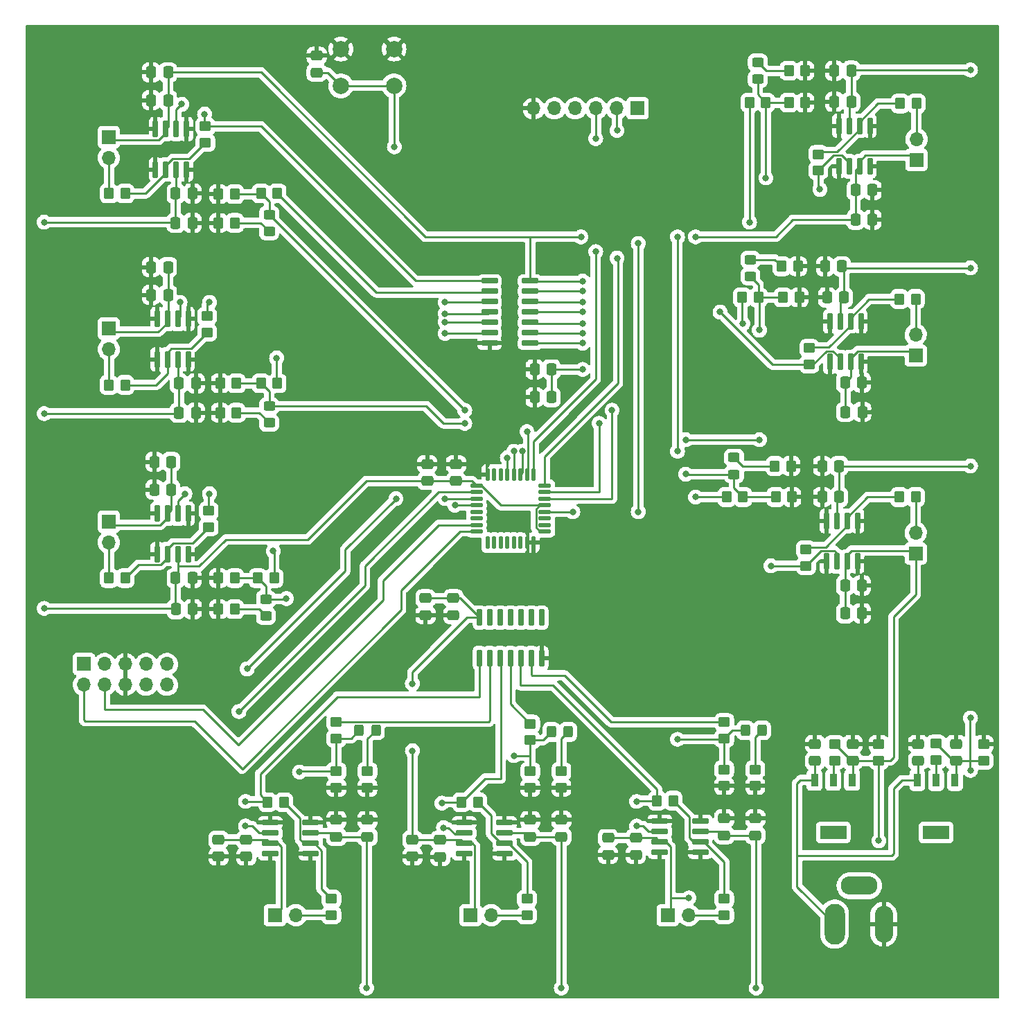
<source format=gbr>
%TF.GenerationSoftware,KiCad,Pcbnew,(6.0.5)*%
%TF.CreationDate,2023-11-04T00:18:56-05:00*%
%TF.ProjectId,ECE395_Digital_Target,45434533-3935-45f4-9469-676974616c5f,rev?*%
%TF.SameCoordinates,Original*%
%TF.FileFunction,Copper,L1,Top*%
%TF.FilePolarity,Positive*%
%FSLAX46Y46*%
G04 Gerber Fmt 4.6, Leading zero omitted, Abs format (unit mm)*
G04 Created by KiCad (PCBNEW (6.0.5)) date 2023-11-04 00:18:56*
%MOMM*%
%LPD*%
G01*
G04 APERTURE LIST*
G04 Aperture macros list*
%AMRoundRect*
0 Rectangle with rounded corners*
0 $1 Rounding radius*
0 $2 $3 $4 $5 $6 $7 $8 $9 X,Y pos of 4 corners*
0 Add a 4 corners polygon primitive as box body*
4,1,4,$2,$3,$4,$5,$6,$7,$8,$9,$2,$3,0*
0 Add four circle primitives for the rounded corners*
1,1,$1+$1,$2,$3*
1,1,$1+$1,$4,$5*
1,1,$1+$1,$6,$7*
1,1,$1+$1,$8,$9*
0 Add four rect primitives between the rounded corners*
20,1,$1+$1,$2,$3,$4,$5,0*
20,1,$1+$1,$4,$5,$6,$7,0*
20,1,$1+$1,$6,$7,$8,$9,0*
20,1,$1+$1,$8,$9,$2,$3,0*%
G04 Aperture macros list end*
%TA.AperFunction,ComponentPad*%
%ADD10O,2.500000X5.000000*%
%TD*%
%TA.AperFunction,ComponentPad*%
%ADD11O,2.250000X4.500000*%
%TD*%
%TA.AperFunction,ComponentPad*%
%ADD12O,4.500000X2.250000*%
%TD*%
%TA.AperFunction,SMDPad,CuDef*%
%ADD13RoundRect,0.250000X0.337500X0.475000X-0.337500X0.475000X-0.337500X-0.475000X0.337500X-0.475000X0*%
%TD*%
%TA.AperFunction,SMDPad,CuDef*%
%ADD14RoundRect,0.250000X0.475000X-0.337500X0.475000X0.337500X-0.475000X0.337500X-0.475000X-0.337500X0*%
%TD*%
%TA.AperFunction,ComponentPad*%
%ADD15R,1.700000X1.700000*%
%TD*%
%TA.AperFunction,ComponentPad*%
%ADD16O,1.700000X1.700000*%
%TD*%
%TA.AperFunction,SMDPad,CuDef*%
%ADD17RoundRect,0.250000X-0.450000X0.325000X-0.450000X-0.325000X0.450000X-0.325000X0.450000X0.325000X0*%
%TD*%
%TA.AperFunction,SMDPad,CuDef*%
%ADD18RoundRect,0.250000X-0.337500X-0.475000X0.337500X-0.475000X0.337500X0.475000X-0.337500X0.475000X0*%
%TD*%
%TA.AperFunction,SMDPad,CuDef*%
%ADD19RoundRect,0.042000X0.943000X0.258000X-0.943000X0.258000X-0.943000X-0.258000X0.943000X-0.258000X0*%
%TD*%
%TA.AperFunction,SMDPad,CuDef*%
%ADD20RoundRect,0.042000X-0.258000X0.943000X-0.258000X-0.943000X0.258000X-0.943000X0.258000X0.943000X0*%
%TD*%
%TA.AperFunction,SMDPad,CuDef*%
%ADD21RoundRect,0.250000X-0.350000X-0.450000X0.350000X-0.450000X0.350000X0.450000X-0.350000X0.450000X0*%
%TD*%
%TA.AperFunction,SMDPad,CuDef*%
%ADD22RoundRect,0.090000X-0.895000X-0.210000X0.895000X-0.210000X0.895000X0.210000X-0.895000X0.210000X0*%
%TD*%
%TA.AperFunction,SMDPad,CuDef*%
%ADD23RoundRect,0.250000X0.450000X-0.350000X0.450000X0.350000X-0.450000X0.350000X-0.450000X-0.350000X0*%
%TD*%
%TA.AperFunction,SMDPad,CuDef*%
%ADD24RoundRect,0.250000X0.350000X0.450000X-0.350000X0.450000X-0.350000X-0.450000X0.350000X-0.450000X0*%
%TD*%
%TA.AperFunction,SMDPad,CuDef*%
%ADD25RoundRect,0.250000X-0.450000X0.350000X-0.450000X-0.350000X0.450000X-0.350000X0.450000X0.350000X0*%
%TD*%
%TA.AperFunction,SMDPad,CuDef*%
%ADD26R,0.914400X1.600200*%
%TD*%
%TA.AperFunction,SMDPad,CuDef*%
%ADD27RoundRect,0.090000X0.210000X-0.895000X0.210000X0.895000X-0.210000X0.895000X-0.210000X-0.895000X0*%
%TD*%
%TA.AperFunction,SMDPad,CuDef*%
%ADD28RoundRect,0.250000X0.325000X0.450000X-0.325000X0.450000X-0.325000X-0.450000X0.325000X-0.450000X0*%
%TD*%
%TA.AperFunction,SMDPad,CuDef*%
%ADD29RoundRect,0.125000X0.625000X0.125000X-0.625000X0.125000X-0.625000X-0.125000X0.625000X-0.125000X0*%
%TD*%
%TA.AperFunction,SMDPad,CuDef*%
%ADD30RoundRect,0.125000X0.125000X0.625000X-0.125000X0.625000X-0.125000X-0.625000X0.125000X-0.625000X0*%
%TD*%
%TA.AperFunction,SMDPad,CuDef*%
%ADD31RoundRect,0.250000X-0.475000X0.337500X-0.475000X-0.337500X0.475000X-0.337500X0.475000X0.337500X0*%
%TD*%
%TA.AperFunction,SMDPad,CuDef*%
%ADD32RoundRect,0.250000X0.450000X-0.325000X0.450000X0.325000X-0.450000X0.325000X-0.450000X-0.325000X0*%
%TD*%
%TA.AperFunction,ComponentPad*%
%ADD33C,2.000000*%
%TD*%
%TA.AperFunction,SMDPad,CuDef*%
%ADD34RoundRect,0.042000X0.258000X-0.943000X0.258000X0.943000X-0.258000X0.943000X-0.258000X-0.943000X0*%
%TD*%
%TA.AperFunction,ViaPad*%
%ADD35C,0.800000*%
%TD*%
%TA.AperFunction,Conductor*%
%ADD36C,0.250000*%
%TD*%
G04 APERTURE END LIST*
%TO.C,CR2*%
G36*
X162000200Y-131200500D02*
G01*
X158799800Y-131200500D01*
X158799800Y-129600300D01*
X162000200Y-129600300D01*
X162000200Y-131200500D01*
G37*
%TO.C,CR1*%
G36*
X149428700Y-131187800D02*
G01*
X146228300Y-131187800D01*
X146228300Y-129587600D01*
X149428700Y-129587600D01*
X149428700Y-131187800D01*
G37*
%TD*%
D10*
%TO.P,J0,1*%
%TO.N,+12V*%
X148000000Y-141600000D03*
D11*
%TO.P,J0,2*%
%TO.N,GND*%
X154000000Y-141600000D03*
D12*
%TO.P,J0,3*%
%TO.N,unconnected-(J0-Pad3)*%
X151000000Y-136900000D03*
%TD*%
D13*
%TO.P,C206,1*%
%TO.N,GND*%
X151337500Y-103600000D03*
%TO.P,C206,2*%
%TO.N,6.6V*%
X149262500Y-103600000D03*
%TD*%
D14*
%TO.P,10uF4,1*%
%TO.N,+3V3*%
X162800000Y-121637500D03*
%TO.P,10uF4,2*%
%TO.N,GND*%
X162800000Y-119562500D03*
%TD*%
D15*
%TO.P,S2,1,Pin_1*%
%TO.N,unconnected-(S2-Pad1)*%
X123925000Y-41900000D03*
D16*
%TO.P,S2,2,Pin_2*%
%TO.N,Net-(S2-Pad2)*%
X121385000Y-41900000D03*
%TO.P,S2,3,Pin_3*%
%TO.N,Net-(S2-Pad3)*%
X118845000Y-41900000D03*
%TO.P,S2,4,Pin_4*%
%TO.N,unconnected-(S2-Pad4)*%
X116305000Y-41900000D03*
%TO.P,S2,5,Pin_5*%
%TO.N,unconnected-(S2-Pad5)*%
X113765000Y-41900000D03*
%TO.P,S2,6,Pin_6*%
%TO.N,GND*%
X111225000Y-41900000D03*
%TD*%
D17*
%TO.P,D6,1,K*%
%TO.N,Net-(D6-Pad1)*%
X135700000Y-84575000D03*
%TO.P,D6,2,A*%
%TO.N,Net-(U1-Pad13)*%
X135700000Y-86625000D03*
%TD*%
D18*
%TO.P,C234,2*%
%TO.N,+3V3*%
X150037500Y-41100000D03*
%TO.P,C234,1*%
%TO.N,GND*%
X147962500Y-41100000D03*
%TD*%
D13*
%TO.P,C232,1*%
%TO.N,GND*%
X69937500Y-75500000D03*
%TO.P,C232,2*%
%TO.N,+3V3*%
X67862500Y-75500000D03*
%TD*%
D19*
%TO.P,OP9,8,BIAS_SELECT*%
%TO.N,GND*%
X126630000Y-132805000D03*
%TO.P,OP9,7,VDD*%
%TO.N,6.6V*%
X126630000Y-131535000D03*
%TO.P,OP9,6,OUT*%
%TO.N,Net-(NOT2-Pad5)*%
X126630000Y-130265000D03*
%TO.P,OP9,5,OFFSET_N2*%
%TO.N,GND*%
X126630000Y-128995000D03*
%TO.P,OP9,4,GND*%
X131570000Y-128995000D03*
%TO.P,OP9,3,IN+*%
%TO.N,+3V3*%
X131570000Y-130265000D03*
%TO.P,OP9,2,IN-*%
%TO.N,Net-(OP9-Pad2)*%
X131570000Y-131535000D03*
%TO.P,OP9,1,OFFSET_N1*%
%TO.N,GND*%
X131570000Y-132805000D03*
%TD*%
D20*
%TO.P,OP4,8,BIAS_SELECT*%
%TO.N,GND*%
X152305000Y-48970000D03*
%TO.P,OP4,7,VDD*%
%TO.N,6.6V*%
X151035000Y-48970000D03*
%TO.P,OP4,6,OUT*%
%TO.N,Net-(OP4-Pad6)*%
X149765000Y-48970000D03*
%TO.P,OP4,5,OFFSET_N2*%
%TO.N,GND*%
X148495000Y-48970000D03*
%TO.P,OP4,4,GND*%
X148495000Y-44030000D03*
%TO.P,OP4,3,IN+*%
%TO.N,+3V3*%
X149765000Y-44030000D03*
%TO.P,OP4,2,IN-*%
%TO.N,Net-(OP4-Pad2)*%
X151035000Y-44030000D03*
%TO.P,OP4,1,OFFSET_N1*%
%TO.N,GND*%
X152305000Y-44030000D03*
%TD*%
%TO.P,OP6,1,OFFSET_N1*%
%TO.N,GND*%
X150805000Y-92330000D03*
%TO.P,OP6,2,IN-*%
%TO.N,Net-(OP6-Pad2)*%
X149535000Y-92330000D03*
%TO.P,OP6,3,IN+*%
%TO.N,+3V3*%
X148265000Y-92330000D03*
%TO.P,OP6,4,GND*%
%TO.N,GND*%
X146995000Y-92330000D03*
%TO.P,OP6,5,OFFSET_N2*%
X146995000Y-97270000D03*
%TO.P,OP6,6,OUT*%
%TO.N,Net-(OP6-Pad6)*%
X148265000Y-97270000D03*
%TO.P,OP6,7,VDD*%
%TO.N,6.6V*%
X149535000Y-97270000D03*
%TO.P,OP6,8,BIAS_SELECT*%
%TO.N,GND*%
X150805000Y-97270000D03*
%TD*%
D18*
%TO.P,C212,1*%
%TO.N,GND*%
X64462500Y-64700000D03*
%TO.P,C212,2*%
%TO.N,6.6V*%
X66537500Y-64700000D03*
%TD*%
D14*
%TO.P,10uF1,1*%
%TO.N,+12V*%
X145600000Y-121637500D03*
%TO.P,10uF1,2*%
%TO.N,GND*%
X145600000Y-119562500D03*
%TD*%
D18*
%TO.P,C235,1*%
%TO.N,GND*%
X147062500Y-65000000D03*
%TO.P,C235,2*%
%TO.N,+3V3*%
X149137500Y-65000000D03*
%TD*%
D21*
%TO.P,R4,1*%
%TO.N,Net-(NOT1-Pad12)*%
X137600000Y-41200000D03*
%TO.P,R4,2*%
%TO.N,Net-(U1-Pad11)*%
X139600000Y-41200000D03*
%TD*%
D14*
%TO.P,C218,1*%
%TO.N,GND*%
X99800000Y-133375000D03*
%TO.P,C218,2*%
%TO.N,6.6V*%
X99800000Y-131300000D03*
%TD*%
D22*
%TO.P,NOT1,1,1A*%
%TO.N,Net-(NOT1-Pad1)*%
X105825000Y-62990000D03*
%TO.P,NOT1,2,1Y*%
%TO.N,Net-(NOT1-Pad2)*%
X105825000Y-64260000D03*
%TO.P,NOT1,3,2A*%
%TO.N,Net-(NOT1-Pad3)*%
X105825000Y-65530000D03*
%TO.P,NOT1,4,2Y*%
%TO.N,Net-(NOT1-Pad4)*%
X105825000Y-66800000D03*
%TO.P,NOT1,5,3A*%
%TO.N,Net-(NOT1-Pad5)*%
X105825000Y-68070000D03*
%TO.P,NOT1,6,3Y*%
%TO.N,Net-(NOT1-Pad6)*%
X105825000Y-69340000D03*
%TO.P,NOT1,7,GND*%
%TO.N,GND*%
X105825000Y-70610000D03*
%TO.P,NOT1,8,4Y*%
%TO.N,Net-(NOT1-Pad8)*%
X110775000Y-70610000D03*
%TO.P,NOT1,9,4A*%
%TO.N,Net-(OP6-Pad6)*%
X110775000Y-69340000D03*
%TO.P,NOT1,10,5Y*%
%TO.N,Net-(NOT1-Pad10)*%
X110775000Y-68070000D03*
%TO.P,NOT1,11,5A*%
%TO.N,Net-(NOT1-Pad11)*%
X110775000Y-66800000D03*
%TO.P,NOT1,12,6Y*%
%TO.N,Net-(NOT1-Pad12)*%
X110775000Y-65530000D03*
%TO.P,NOT1,13,6A*%
%TO.N,Net-(OP4-Pad6)*%
X110775000Y-64260000D03*
%TO.P,NOT1,14,VCC*%
%TO.N,6.6V*%
X110775000Y-62990000D03*
%TD*%
D13*
%TO.P,C205,1*%
%TO.N,GND*%
X151375000Y-79000000D03*
%TO.P,C205,2*%
%TO.N,6.6V*%
X149300000Y-79000000D03*
%TD*%
D23*
%TO.P,R22,1*%
%TO.N,Net-(OP2-Pad2)*%
X71300000Y-69300000D03*
%TO.P,R22,2*%
%TO.N,Net-(NOT1-Pad3)*%
X71300000Y-67300000D03*
%TD*%
D24*
%TO.P,R35,1*%
%TO.N,Net-(J5-Pad2)*%
X157900000Y-65200000D03*
%TO.P,R35,2*%
%TO.N,Net-(OP5-Pad2)*%
X155900000Y-65200000D03*
%TD*%
%TO.P,R29,2*%
%TO.N,Net-(NOT2-Pad5)*%
X126300000Y-126500000D03*
%TO.P,R29,1*%
%TO.N,Net-(OP9-Pad2)*%
X128300000Y-126500000D03*
%TD*%
D21*
%TO.P,R11,1*%
%TO.N,GND*%
X72700000Y-52380000D03*
%TO.P,R11,2*%
%TO.N,Net-(D1-Pad2)*%
X74700000Y-52380000D03*
%TD*%
D13*
%TO.P,C215,1*%
%TO.N,GND*%
X151337500Y-75400000D03*
%TO.P,C215,2*%
%TO.N,6.6V*%
X149262500Y-75400000D03*
%TD*%
%TO.P,C204,2*%
%TO.N,6.6V*%
X150562500Y-55500000D03*
%TO.P,C204,1*%
%TO.N,GND*%
X152637500Y-55500000D03*
%TD*%
D21*
%TO.P,R33,1*%
%TO.N,Net-(J3-Pad2)*%
X59300000Y-99300000D03*
%TO.P,R33,2*%
%TO.N,Net-(OP3-Pad2)*%
X61300000Y-99300000D03*
%TD*%
D14*
%TO.P,C241,1*%
%TO.N,GND*%
X98000000Y-103837500D03*
%TO.P,C241,2*%
%TO.N,6.6V*%
X98000000Y-101762500D03*
%TD*%
D23*
%TO.P,R21,1*%
%TO.N,Net-(OP1-Pad2)*%
X71100000Y-46100000D03*
%TO.P,R21,2*%
%TO.N,Net-(NOT1-Pad1)*%
X71100000Y-44100000D03*
%TD*%
D25*
%TO.P,R24,2*%
%TO.N,Net-(OP4-Pad6)*%
X146000000Y-49500000D03*
%TO.P,R24,1*%
%TO.N,Net-(OP4-Pad2)*%
X146000000Y-47500000D03*
%TD*%
D21*
%TO.P,R5,1*%
%TO.N,Net-(NOT1-Pad10)*%
X136700000Y-65000000D03*
%TO.P,R5,2*%
%TO.N,Net-(U1-Pad12)*%
X138700000Y-65000000D03*
%TD*%
D25*
%TO.P,R25,1*%
%TO.N,Net-(OP5-Pad2)*%
X144900000Y-71200000D03*
%TO.P,R25,2*%
%TO.N,Net-(NOT1-Pad11)*%
X144900000Y-73200000D03*
%TD*%
D18*
%TO.P,C203,1*%
%TO.N,GND*%
X64862500Y-85100000D03*
%TO.P,C203,2*%
%TO.N,6.6V*%
X66937500Y-85100000D03*
%TD*%
D21*
%TO.P,R13,1*%
%TO.N,GND*%
X72700000Y-99300000D03*
%TO.P,R13,2*%
%TO.N,Net-(D3-Pad2)*%
X74700000Y-99300000D03*
%TD*%
D19*
%TO.P,OP8,8,BIAS_SELECT*%
%TO.N,GND*%
X102730000Y-133005000D03*
%TO.P,OP8,7,VDD*%
%TO.N,6.6V*%
X102730000Y-131735000D03*
%TO.P,OP8,6,OUT*%
%TO.N,Net-(NOT2-Pad3)*%
X102730000Y-130465000D03*
%TO.P,OP8,5,OFFSET_N2*%
%TO.N,GND*%
X102730000Y-129195000D03*
%TO.P,OP8,4,GND*%
X107670000Y-129195000D03*
%TO.P,OP8,3,IN+*%
%TO.N,+3V3*%
X107670000Y-130465000D03*
%TO.P,OP8,2,IN-*%
%TO.N,Net-(OP8-Pad2)*%
X107670000Y-131735000D03*
%TO.P,OP8,1,OFFSET_N1*%
%TO.N,GND*%
X107670000Y-133005000D03*
%TD*%
D26*
%TO.P,CR2,1,ADJ/GND*%
%TO.N,+3V3*%
X162700000Y-123999600D03*
%TO.P,CR2,2,VOUT*%
%TO.N,Net-(CR2-Pad2)*%
X160400000Y-123999600D03*
%TO.P,CR2,3,VIN*%
%TO.N,+12V*%
X158100000Y-123999600D03*
%TD*%
D18*
%TO.P,C225,1*%
%TO.N,GND*%
X146825000Y-61200000D03*
%TO.P,C225,2*%
%TO.N,+3V3*%
X148900000Y-61200000D03*
%TD*%
D13*
%TO.P,C214,2*%
%TO.N,6.6V*%
X150562500Y-51900000D03*
%TO.P,C214,1*%
%TO.N,GND*%
X152637500Y-51900000D03*
%TD*%
%TO.P,C233,1*%
%TO.N,GND*%
X69537500Y-99300000D03*
%TO.P,C233,2*%
%TO.N,+3V3*%
X67462500Y-99300000D03*
%TD*%
D23*
%TO.P,R101,1*%
%TO.N,Net-(CR2-Pad2)*%
X160400000Y-121550000D03*
%TO.P,R101,2*%
%TO.N,+3V3*%
X160400000Y-119550000D03*
%TD*%
D14*
%TO.P,C217,2*%
%TO.N,6.6V*%
X76100000Y-131262500D03*
%TO.P,C217,1*%
%TO.N,GND*%
X76100000Y-133337500D03*
%TD*%
%TO.P,C208,1*%
%TO.N,GND*%
X96400000Y-133337500D03*
%TO.P,C208,2*%
%TO.N,6.6V*%
X96400000Y-131262500D03*
%TD*%
D18*
%TO.P,C211,1*%
%TO.N,GND*%
X64462500Y-40900000D03*
%TO.P,C211,2*%
%TO.N,6.6V*%
X66537500Y-40900000D03*
%TD*%
D23*
%TO.P,R9,2*%
%TO.N,Net-(NOT2-Pad6)*%
X134500000Y-116900000D03*
%TO.P,R9,1*%
%TO.N,Net-(D9-Pad2)*%
X134500000Y-118900000D03*
%TD*%
D18*
%TO.P,C224,2*%
%TO.N,+3V3*%
X150037500Y-37300000D03*
%TO.P,C224,1*%
%TO.N,GND*%
X147962500Y-37300000D03*
%TD*%
D23*
%TO.P,R49,2*%
%TO.N,Net-(D9-Pad1)*%
X138300000Y-122700000D03*
%TO.P,R49,1*%
%TO.N,GND*%
X138300000Y-124700000D03*
%TD*%
D18*
%TO.P,C202,1*%
%TO.N,GND*%
X64462500Y-61300000D03*
%TO.P,C202,2*%
%TO.N,6.6V*%
X66537500Y-61300000D03*
%TD*%
D15*
%TO.P,J1,1,Pin_1*%
%TO.N,6.6V*%
X59300000Y-45400000D03*
D16*
%TO.P,J1,2,Pin_2*%
%TO.N,Net-(J1-Pad2)*%
X59300000Y-47940000D03*
%TD*%
%TO.P,J7,2,Pin_2*%
%TO.N,Net-(J7-Pad2)*%
X82140000Y-140500000D03*
D15*
%TO.P,J7,1,Pin_1*%
%TO.N,6.6V*%
X79600000Y-140500000D03*
%TD*%
D26*
%TO.P,CR1,1,ADJ/GND*%
%TO.N,6.6V*%
X150128500Y-123986900D03*
%TO.P,CR1,2,VOUT*%
%TO.N,Net-(CR1-Pad2)*%
X147828500Y-123986900D03*
%TO.P,CR1,3,VIN*%
%TO.N,+12V*%
X145528500Y-123986900D03*
%TD*%
D18*
%TO.P,C236,1*%
%TO.N,GND*%
X146462500Y-89400000D03*
%TO.P,C236,2*%
%TO.N,+3V3*%
X148537500Y-89400000D03*
%TD*%
D14*
%TO.P,C207,2*%
%TO.N,6.6V*%
X72700000Y-131262500D03*
%TO.P,C207,1*%
%TO.N,GND*%
X72700000Y-133337500D03*
%TD*%
D21*
%TO.P,R42,1*%
%TO.N,GND*%
X72900000Y-79100000D03*
%TO.P,R42,2*%
%TO.N,Net-(D2-Pad1)*%
X74900000Y-79100000D03*
%TD*%
D23*
%TO.P,R18,1*%
%TO.N,GND*%
X110800000Y-124900000D03*
%TO.P,R18,2*%
%TO.N,Net-(D8-Pad2)*%
X110800000Y-122900000D03*
%TD*%
D16*
%TO.P,J4,2,Pin_2*%
%TO.N,Net-(J4-Pad2)*%
X158000000Y-45660000D03*
D15*
%TO.P,J4,1,Pin_1*%
%TO.N,6.6V*%
X158000000Y-48200000D03*
%TD*%
D14*
%TO.P,C300,1*%
%TO.N,Net-(C300-Pad1)*%
X84700000Y-37537500D03*
%TO.P,C300,2*%
%TO.N,GND*%
X84700000Y-35462500D03*
%TD*%
D24*
%TO.P,R27,2*%
%TO.N,Net-(NOT2-Pad1)*%
X78700000Y-126700000D03*
%TO.P,R27,1*%
%TO.N,Net-(OP7-Pad2)*%
X80700000Y-126700000D03*
%TD*%
D17*
%TO.P,D5,1,K*%
%TO.N,Net-(D5-Pad1)*%
X137700000Y-60375000D03*
%TO.P,D5,2,A*%
%TO.N,Net-(U1-Pad12)*%
X137700000Y-62425000D03*
%TD*%
D13*
%TO.P,C223,1*%
%TO.N,GND*%
X69575000Y-103100000D03*
%TO.P,C223,2*%
%TO.N,+3V3*%
X67500000Y-103100000D03*
%TD*%
D27*
%TO.P,NOT2,1,1A*%
%TO.N,Net-(NOT2-Pad1)*%
X104590000Y-109075000D03*
%TO.P,NOT2,2,1Y*%
%TO.N,Net-(NOT2-Pad2)*%
X105860000Y-109075000D03*
%TO.P,NOT2,3,2A*%
%TO.N,Net-(NOT2-Pad3)*%
X107130000Y-109075000D03*
%TO.P,NOT2,4,2Y*%
%TO.N,Net-(NOT2-Pad4)*%
X108400000Y-109075000D03*
%TO.P,NOT2,5,3A*%
%TO.N,Net-(NOT2-Pad5)*%
X109670000Y-109075000D03*
%TO.P,NOT2,6,3Y*%
%TO.N,Net-(NOT2-Pad6)*%
X110940000Y-109075000D03*
%TO.P,NOT2,7,GND*%
%TO.N,GND*%
X112210000Y-109075000D03*
%TO.P,NOT2,8,4Y*%
%TO.N,unconnected-(NOT2-Pad8)*%
X112210000Y-104125000D03*
%TO.P,NOT2,9,4A*%
%TO.N,unconnected-(NOT2-Pad9)*%
X110940000Y-104125000D03*
%TO.P,NOT2,10,5Y*%
%TO.N,unconnected-(NOT2-Pad10)*%
X109670000Y-104125000D03*
%TO.P,NOT2,11,5A*%
%TO.N,unconnected-(NOT2-Pad11)*%
X108400000Y-104125000D03*
%TO.P,NOT2,12,6Y*%
%TO.N,unconnected-(NOT2-Pad12)*%
X107130000Y-104125000D03*
%TO.P,NOT2,13,6A*%
%TO.N,unconnected-(NOT2-Pad13)*%
X105860000Y-104125000D03*
%TO.P,NOT2,14,VCC*%
%TO.N,6.6V*%
X104590000Y-104125000D03*
%TD*%
D13*
%TO.P,C216,1*%
%TO.N,GND*%
X151337500Y-100200000D03*
%TO.P,C216,2*%
%TO.N,6.6V*%
X149262500Y-100200000D03*
%TD*%
D15*
%TO.P,J5,1,Pin_1*%
%TO.N,6.6V*%
X157900000Y-72100000D03*
D16*
%TO.P,J5,2,Pin_2*%
%TO.N,Net-(J5-Pad2)*%
X157900000Y-69560000D03*
%TD*%
D21*
%TO.P,R6,2*%
%TO.N,Net-(U1-Pad13)*%
X136800000Y-89400000D03*
%TO.P,R6,1*%
%TO.N,Net-(NOT1-Pad8)*%
X134800000Y-89400000D03*
%TD*%
D18*
%TO.P,C213,1*%
%TO.N,GND*%
X64862500Y-88500000D03*
%TO.P,C213,2*%
%TO.N,6.6V*%
X66937500Y-88500000D03*
%TD*%
%TO.P,C226,1*%
%TO.N,GND*%
X146462500Y-85600000D03*
%TO.P,C226,2*%
%TO.N,+3V3*%
X148537500Y-85600000D03*
%TD*%
D13*
%TO.P,C221,1*%
%TO.N,GND*%
X69537500Y-55900000D03*
%TO.P,C221,2*%
%TO.N,+3V3*%
X67462500Y-55900000D03*
%TD*%
D24*
%TO.P,R46,1*%
%TO.N,GND*%
X142700000Y-85600000D03*
%TO.P,R46,2*%
%TO.N,Net-(D6-Pad1)*%
X140700000Y-85600000D03*
%TD*%
D16*
%TO.P,S1,10,Pin_10*%
%TO.N,unconnected-(S1-Pad10)*%
X66420000Y-112340000D03*
%TO.P,S1,9,Pin_9*%
%TO.N,unconnected-(S1-Pad9)*%
X66420000Y-109800000D03*
%TO.P,S1,8,Pin_8*%
%TO.N,unconnected-(S1-Pad8)*%
X63880000Y-112340000D03*
%TO.P,S1,7,Pin_7*%
%TO.N,unconnected-(S1-Pad7)*%
X63880000Y-109800000D03*
%TO.P,S1,6,Pin_6*%
%TO.N,GND*%
X61340000Y-112340000D03*
%TO.P,S1,5,Pin_5*%
X61340000Y-109800000D03*
%TO.P,S1,4,Pin_4*%
%TO.N,Net-(S1-Pad4)*%
X58800000Y-112340000D03*
%TO.P,S1,3,Pin_3*%
%TO.N,unconnected-(S1-Pad3)*%
X58800000Y-109800000D03*
%TO.P,S1,2,Pin_2*%
%TO.N,Net-(S1-Pad2)*%
X56260000Y-112340000D03*
D15*
%TO.P,S1,1,Pin_1*%
%TO.N,unconnected-(S1-Pad1)*%
X56260000Y-109800000D03*
%TD*%
D23*
%TO.P,R7,2*%
%TO.N,Net-(NOT2-Pad2)*%
X87100000Y-116900000D03*
%TO.P,R7,1*%
%TO.N,Net-(D7-Pad2)*%
X87100000Y-118900000D03*
%TD*%
D17*
%TO.P,D4,2,A*%
%TO.N,Net-(U1-Pad11)*%
X138600000Y-38325000D03*
%TO.P,D4,1,K*%
%TO.N,Net-(D4-Pad1)*%
X138600000Y-36275000D03*
%TD*%
D15*
%TO.P,J9,1,Pin_1*%
%TO.N,6.6V*%
X127600000Y-140500000D03*
D16*
%TO.P,J9,2,Pin_2*%
%TO.N,Net-(J9-Pad2)*%
X130140000Y-140500000D03*
%TD*%
D19*
%TO.P,OP7,8,BIAS_SELECT*%
%TO.N,GND*%
X79030000Y-133005000D03*
%TO.P,OP7,7,VDD*%
%TO.N,6.6V*%
X79030000Y-131735000D03*
%TO.P,OP7,6,OUT*%
%TO.N,Net-(NOT2-Pad1)*%
X79030000Y-130465000D03*
%TO.P,OP7,5,OFFSET_N2*%
%TO.N,GND*%
X79030000Y-129195000D03*
%TO.P,OP7,4,GND*%
X83970000Y-129195000D03*
%TO.P,OP7,3,IN+*%
%TO.N,+3V3*%
X83970000Y-130465000D03*
%TO.P,OP7,2,IN-*%
%TO.N,Net-(OP7-Pad2)*%
X83970000Y-131735000D03*
%TO.P,OP7,1,OFFSET_N1*%
%TO.N,GND*%
X83970000Y-133005000D03*
%TD*%
D21*
%TO.P,R43,1*%
%TO.N,GND*%
X72700000Y-103100000D03*
%TO.P,R43,2*%
%TO.N,Net-(D3-Pad1)*%
X74700000Y-103100000D03*
%TD*%
%TO.P,R14,1*%
%TO.N,Net-(U1-Pad11)*%
X142400000Y-41200000D03*
%TO.P,R14,2*%
%TO.N,GND*%
X144400000Y-41200000D03*
%TD*%
D28*
%TO.P,D7,2,A*%
%TO.N,Net-(D7-Pad2)*%
X89900000Y-117900000D03*
%TO.P,D7,1,K*%
%TO.N,Net-(D7-Pad1)*%
X91950000Y-117900000D03*
%TD*%
D21*
%TO.P,R31,1*%
%TO.N,Net-(J1-Pad2)*%
X59300000Y-52300000D03*
%TO.P,R31,2*%
%TO.N,Net-(OP1-Pad2)*%
X61300000Y-52300000D03*
%TD*%
D23*
%TO.P,R48,1*%
%TO.N,GND*%
X114600000Y-124900000D03*
%TO.P,R48,2*%
%TO.N,Net-(D8-Pad1)*%
X114600000Y-122900000D03*
%TD*%
D29*
%TO.P,U1,1,VDD*%
%TO.N,+3V3*%
X112575000Y-93600000D03*
%TO.P,U1,2,PC14*%
%TO.N,unconnected-(U1-Pad2)*%
X112575000Y-92800000D03*
%TO.P,U1,3,PC15*%
%TO.N,unconnected-(U1-Pad3)*%
X112575000Y-92000000D03*
%TO.P,U1,4,NRST*%
%TO.N,Net-(C300-Pad1)*%
X112575000Y-91200000D03*
%TO.P,U1,5,VDDA*%
%TO.N,+3V3*%
X112575000Y-90400000D03*
%TO.P,U1,6,PA0*%
%TO.N,Net-(D1-Pad2)*%
X112575000Y-89600000D03*
%TO.P,U1,7,PA1*%
%TO.N,Net-(D2-Pad2)*%
X112575000Y-88800000D03*
%TO.P,U1,8,PA2*%
%TO.N,Net-(S2-Pad2)*%
X112575000Y-88000000D03*
D30*
%TO.P,U1,9,PA3*%
%TO.N,Net-(S2-Pad3)*%
X111200000Y-86625000D03*
%TO.P,U1,10,PA4*%
%TO.N,Net-(D3-Pad2)*%
X110400000Y-86625000D03*
%TO.P,U1,11,PA5*%
%TO.N,Net-(U1-Pad11)*%
X109600000Y-86625000D03*
%TO.P,U1,12,PA6*%
%TO.N,Net-(U1-Pad12)*%
X108800000Y-86625000D03*
%TO.P,U1,13,PA7*%
%TO.N,Net-(U1-Pad13)*%
X108000000Y-86625000D03*
%TO.P,U1,14,PB0*%
%TO.N,unconnected-(U1-Pad14)*%
X107200000Y-86625000D03*
%TO.P,U1,15,PB1*%
%TO.N,unconnected-(U1-Pad15)*%
X106400000Y-86625000D03*
%TO.P,U1,16,VSS*%
%TO.N,GND*%
X105600000Y-86625000D03*
D29*
%TO.P,U1,17,VDD*%
%TO.N,+3V3*%
X104225000Y-88000000D03*
%TO.P,U1,18,PA8*%
%TO.N,Net-(D7-Pad2)*%
X104225000Y-88800000D03*
%TO.P,U1,19,PA9*%
%TO.N,Net-(D8-Pad2)*%
X104225000Y-89600000D03*
%TO.P,U1,20,PA10*%
%TO.N,Net-(D9-Pad2)*%
X104225000Y-90400000D03*
%TO.P,U1,21,PA11*%
%TO.N,unconnected-(U1-Pad21)*%
X104225000Y-91200000D03*
%TO.P,U1,22,PA12*%
%TO.N,unconnected-(U1-Pad22)*%
X104225000Y-92000000D03*
%TO.P,U1,23,PA13*%
%TO.N,Net-(S1-Pad4)*%
X104225000Y-92800000D03*
%TO.P,U1,24,PA14*%
%TO.N,Net-(S1-Pad2)*%
X104225000Y-93600000D03*
D30*
%TO.P,U1,25,PA15*%
%TO.N,unconnected-(U1-Pad25)*%
X105600000Y-94975000D03*
%TO.P,U1,26,PB3*%
%TO.N,unconnected-(U1-Pad26)*%
X106400000Y-94975000D03*
%TO.P,U1,27,PB4*%
%TO.N,unconnected-(U1-Pad27)*%
X107200000Y-94975000D03*
%TO.P,U1,28,PB5*%
%TO.N,unconnected-(U1-Pad28)*%
X108000000Y-94975000D03*
%TO.P,U1,29,PB6*%
%TO.N,unconnected-(U1-Pad29)*%
X108800000Y-94975000D03*
%TO.P,U1,30,PB7*%
%TO.N,unconnected-(U1-Pad30)*%
X109600000Y-94975000D03*
%TO.P,U1,31,BOOT0*%
%TO.N,GND*%
X110400000Y-94975000D03*
%TO.P,U1,32,VSS*%
X111200000Y-94975000D03*
%TD*%
D31*
%TO.P,C229,2*%
%TO.N,+3V3*%
X138300000Y-130737500D03*
%TO.P,C229,1*%
%TO.N,GND*%
X138300000Y-128662500D03*
%TD*%
D18*
%TO.P,C250,1*%
%TO.N,GND*%
X111325000Y-77200000D03*
%TO.P,C250,2*%
%TO.N,6.6V*%
X113400000Y-77200000D03*
%TD*%
D14*
%TO.P,C219,2*%
%TO.N,6.6V*%
X123700000Y-131062500D03*
%TO.P,C219,1*%
%TO.N,GND*%
X123700000Y-133137500D03*
%TD*%
D23*
%TO.P,R39,2*%
%TO.N,Net-(OP9-Pad2)*%
X134500000Y-138500000D03*
%TO.P,R39,1*%
%TO.N,Net-(J9-Pad2)*%
X134500000Y-140500000D03*
%TD*%
D21*
%TO.P,R16,2*%
%TO.N,GND*%
X142800000Y-89400000D03*
%TO.P,R16,1*%
%TO.N,Net-(U1-Pad13)*%
X140800000Y-89400000D03*
%TD*%
D18*
%TO.P,C201,1*%
%TO.N,GND*%
X64462500Y-37500000D03*
%TO.P,C201,2*%
%TO.N,6.6V*%
X66537500Y-37500000D03*
%TD*%
D31*
%TO.P,C242,1*%
%TO.N,GND*%
X98200000Y-85362500D03*
%TO.P,C242,2*%
%TO.N,+3V3*%
X98200000Y-87437500D03*
%TD*%
%TO.P,C237,2*%
%TO.N,+3V3*%
X87100000Y-130937500D03*
%TO.P,C237,1*%
%TO.N,GND*%
X87100000Y-128862500D03*
%TD*%
D28*
%TO.P,D9,2,A*%
%TO.N,Net-(D9-Pad2)*%
X137075000Y-117900000D03*
%TO.P,D9,1,K*%
%TO.N,Net-(D9-Pad1)*%
X139125000Y-117900000D03*
%TD*%
D21*
%TO.P,R12,1*%
%TO.N,GND*%
X72900000Y-75500000D03*
%TO.P,R12,2*%
%TO.N,Net-(D2-Pad2)*%
X74900000Y-75500000D03*
%TD*%
%TO.P,R2,1*%
%TO.N,Net-(D2-Pad2)*%
X77900000Y-75500000D03*
%TO.P,R2,2*%
%TO.N,Net-(NOT1-Pad4)*%
X79900000Y-75500000D03*
%TD*%
D16*
%TO.P,J6,2,Pin_2*%
%TO.N,Net-(J6-Pad2)*%
X157900000Y-93760000D03*
D15*
%TO.P,J6,1,Pin_1*%
%TO.N,6.6V*%
X157900000Y-96300000D03*
%TD*%
D14*
%TO.P,10uF2,1*%
%TO.N,+12V*%
X158200000Y-121637500D03*
%TO.P,10uF2,2*%
%TO.N,GND*%
X158200000Y-119562500D03*
%TD*%
D23*
%TO.P,R23,1*%
%TO.N,Net-(OP3-Pad2)*%
X71500000Y-93100000D03*
%TO.P,R23,2*%
%TO.N,Net-(NOT1-Pad5)*%
X71500000Y-91100000D03*
%TD*%
D21*
%TO.P,R1,1*%
%TO.N,Net-(D1-Pad2)*%
X77900000Y-52300000D03*
%TO.P,R1,2*%
%TO.N,Net-(NOT1-Pad2)*%
X79900000Y-52300000D03*
%TD*%
D23*
%TO.P,R17,2*%
%TO.N,Net-(D7-Pad2)*%
X87100000Y-122900000D03*
%TO.P,R17,1*%
%TO.N,GND*%
X87100000Y-124900000D03*
%TD*%
D21*
%TO.P,R41,1*%
%TO.N,GND*%
X72700000Y-55900000D03*
%TO.P,R41,2*%
%TO.N,Net-(D1-Pad1)*%
X74700000Y-55900000D03*
%TD*%
D15*
%TO.P,J8,1,Pin_1*%
%TO.N,6.6V*%
X103500000Y-140500000D03*
D16*
%TO.P,J8,2,Pin_2*%
%TO.N,Net-(J8-Pad2)*%
X106040000Y-140500000D03*
%TD*%
D32*
%TO.P,D2,1,K*%
%TO.N,Net-(D2-Pad1)*%
X78900000Y-80325000D03*
%TO.P,D2,2,A*%
%TO.N,Net-(D2-Pad2)*%
X78900000Y-78275000D03*
%TD*%
D31*
%TO.P,C238,1*%
%TO.N,GND*%
X110800000Y-128862500D03*
%TO.P,C238,2*%
%TO.N,+3V3*%
X110800000Y-130937500D03*
%TD*%
D14*
%TO.P,C251,1*%
%TO.N,GND*%
X101400000Y-103837500D03*
%TO.P,C251,2*%
%TO.N,6.6V*%
X101400000Y-101762500D03*
%TD*%
D21*
%TO.P,R3,1*%
%TO.N,Net-(D3-Pad2)*%
X77500000Y-99300000D03*
%TO.P,R3,2*%
%TO.N,Net-(NOT1-Pad6)*%
X79500000Y-99300000D03*
%TD*%
D33*
%TO.P,SW1,1,1*%
%TO.N,GND*%
X87650000Y-34650000D03*
X94150000Y-34650000D03*
%TO.P,SW1,2,2*%
%TO.N,Net-(C300-Pad1)*%
X94150000Y-39150000D03*
X87650000Y-39150000D03*
%TD*%
D13*
%TO.P,C222,1*%
%TO.N,GND*%
X69937500Y-79100000D03*
%TO.P,C222,2*%
%TO.N,+3V3*%
X67862500Y-79100000D03*
%TD*%
D14*
%TO.P,10uF3,1*%
%TO.N,6.6V*%
X150200000Y-121637500D03*
%TO.P,10uF3,2*%
%TO.N,GND*%
X150200000Y-119562500D03*
%TD*%
D23*
%TO.P,R47,2*%
%TO.N,Net-(D7-Pad1)*%
X90900000Y-122900000D03*
%TO.P,R47,1*%
%TO.N,GND*%
X90900000Y-124900000D03*
%TD*%
D24*
%TO.P,R44,2*%
%TO.N,Net-(D4-Pad1)*%
X142400000Y-37300000D03*
%TO.P,R44,1*%
%TO.N,GND*%
X144400000Y-37300000D03*
%TD*%
D34*
%TO.P,OP2,1,OFFSET_N1*%
%TO.N,GND*%
X65195000Y-72570000D03*
%TO.P,OP2,2,IN-*%
%TO.N,Net-(OP2-Pad2)*%
X66465000Y-72570000D03*
%TO.P,OP2,3,IN+*%
%TO.N,+3V3*%
X67735000Y-72570000D03*
%TO.P,OP2,4,GND*%
%TO.N,GND*%
X69005000Y-72570000D03*
%TO.P,OP2,5,OFFSET_N2*%
X69005000Y-67630000D03*
%TO.P,OP2,6,OUT*%
%TO.N,Net-(NOT1-Pad3)*%
X67735000Y-67630000D03*
%TO.P,OP2,7,VDD*%
%TO.N,6.6V*%
X66465000Y-67630000D03*
%TO.P,OP2,8,BIAS_SELECT*%
%TO.N,GND*%
X65195000Y-67630000D03*
%TD*%
D21*
%TO.P,R32,1*%
%TO.N,Net-(J2-Pad2)*%
X59300000Y-75700000D03*
%TO.P,R32,2*%
%TO.N,Net-(OP2-Pad2)*%
X61300000Y-75700000D03*
%TD*%
D31*
%TO.P,C239,2*%
%TO.N,+3V3*%
X134500000Y-130737500D03*
%TO.P,C239,1*%
%TO.N,GND*%
X134500000Y-128662500D03*
%TD*%
D23*
%TO.P,R37,2*%
%TO.N,Net-(OP7-Pad2)*%
X86500000Y-138500000D03*
%TO.P,R37,1*%
%TO.N,Net-(J7-Pad2)*%
X86500000Y-140500000D03*
%TD*%
D14*
%TO.P,C209,2*%
%TO.N,6.6V*%
X120300000Y-131062500D03*
%TO.P,C209,1*%
%TO.N,GND*%
X120300000Y-133137500D03*
%TD*%
D31*
%TO.P,C228,1*%
%TO.N,GND*%
X114600000Y-128825000D03*
%TO.P,C228,2*%
%TO.N,+3V3*%
X114600000Y-130900000D03*
%TD*%
D23*
%TO.P,R19,2*%
%TO.N,Net-(D9-Pad2)*%
X134500000Y-122700000D03*
%TO.P,R19,1*%
%TO.N,GND*%
X134500000Y-124700000D03*
%TD*%
D31*
%TO.P,C252,1*%
%TO.N,GND*%
X101725000Y-85362500D03*
%TO.P,C252,2*%
%TO.N,+3V3*%
X101725000Y-87437500D03*
%TD*%
%TO.P,C227,2*%
%TO.N,+3V3*%
X90900000Y-130937500D03*
%TO.P,C227,1*%
%TO.N,GND*%
X90900000Y-128862500D03*
%TD*%
D23*
%TO.P,R8,1*%
%TO.N,Net-(D8-Pad2)*%
X110800000Y-119100000D03*
%TO.P,R8,2*%
%TO.N,Net-(NOT2-Pad4)*%
X110800000Y-117100000D03*
%TD*%
D21*
%TO.P,R15,1*%
%TO.N,Net-(U1-Pad12)*%
X141700000Y-65000000D03*
%TO.P,R15,2*%
%TO.N,GND*%
X143700000Y-65000000D03*
%TD*%
D28*
%TO.P,D8,1,K*%
%TO.N,Net-(D8-Pad1)*%
X115425000Y-118100000D03*
%TO.P,D8,2,A*%
%TO.N,Net-(D8-Pad2)*%
X113375000Y-118100000D03*
%TD*%
D23*
%TO.P,R100,1*%
%TO.N,Net-(CR1-Pad2)*%
X148000000Y-121600000D03*
%TO.P,R100,2*%
%TO.N,6.6V*%
X148000000Y-119600000D03*
%TD*%
D32*
%TO.P,D3,1,K*%
%TO.N,Net-(D3-Pad1)*%
X78500000Y-103925000D03*
%TO.P,D3,2,A*%
%TO.N,Net-(D3-Pad2)*%
X78500000Y-101875000D03*
%TD*%
D34*
%TO.P,OP1,1,OFFSET_N1*%
%TO.N,GND*%
X64995000Y-49370000D03*
%TO.P,OP1,2,IN-*%
%TO.N,Net-(OP1-Pad2)*%
X66265000Y-49370000D03*
%TO.P,OP1,3,IN+*%
%TO.N,+3V3*%
X67535000Y-49370000D03*
%TO.P,OP1,4,GND*%
%TO.N,GND*%
X68805000Y-49370000D03*
%TO.P,OP1,5,OFFSET_N2*%
X68805000Y-44430000D03*
%TO.P,OP1,6,OUT*%
%TO.N,Net-(NOT1-Pad1)*%
X67535000Y-44430000D03*
%TO.P,OP1,7,VDD*%
%TO.N,6.6V*%
X66265000Y-44430000D03*
%TO.P,OP1,8,BIAS_SELECT*%
%TO.N,GND*%
X64995000Y-44430000D03*
%TD*%
D15*
%TO.P,J3,1,Pin_1*%
%TO.N,6.6V*%
X59300000Y-92400000D03*
D16*
%TO.P,J3,2,Pin_2*%
%TO.N,Net-(J3-Pad2)*%
X59300000Y-94940000D03*
%TD*%
D24*
%TO.P,R36,1*%
%TO.N,Net-(J6-Pad2)*%
X157900000Y-89400000D03*
%TO.P,R36,2*%
%TO.N,Net-(OP6-Pad2)*%
X155900000Y-89400000D03*
%TD*%
D13*
%TO.P,C231,1*%
%TO.N,GND*%
X69537500Y-52300000D03*
%TO.P,C231,2*%
%TO.N,+3V3*%
X67462500Y-52300000D03*
%TD*%
D24*
%TO.P,R28,1*%
%TO.N,Net-(OP8-Pad2)*%
X104400000Y-126700000D03*
%TO.P,R28,2*%
%TO.N,Net-(NOT2-Pad3)*%
X102400000Y-126700000D03*
%TD*%
D25*
%TO.P,R26,1*%
%TO.N,Net-(OP6-Pad2)*%
X144500000Y-95800000D03*
%TO.P,R26,2*%
%TO.N,Net-(OP6-Pad6)*%
X144500000Y-97800000D03*
%TD*%
D15*
%TO.P,J2,1,Pin_1*%
%TO.N,6.6V*%
X59300000Y-68800000D03*
D16*
%TO.P,J2,2,Pin_2*%
%TO.N,Net-(J2-Pad2)*%
X59300000Y-71340000D03*
%TD*%
D18*
%TO.P,C240,1*%
%TO.N,GND*%
X111325000Y-73800000D03*
%TO.P,C240,2*%
%TO.N,6.6V*%
X113400000Y-73800000D03*
%TD*%
D20*
%TO.P,OP5,1,OFFSET_N1*%
%TO.N,GND*%
X151205000Y-67930000D03*
%TO.P,OP5,2,IN-*%
%TO.N,Net-(OP5-Pad2)*%
X149935000Y-67930000D03*
%TO.P,OP5,3,IN+*%
%TO.N,+3V3*%
X148665000Y-67930000D03*
%TO.P,OP5,4,GND*%
%TO.N,GND*%
X147395000Y-67930000D03*
%TO.P,OP5,5,OFFSET_N2*%
X147395000Y-72870000D03*
%TO.P,OP5,6,OUT*%
%TO.N,Net-(NOT1-Pad11)*%
X148665000Y-72870000D03*
%TO.P,OP5,7,VDD*%
%TO.N,6.6V*%
X149935000Y-72870000D03*
%TO.P,OP5,8,BIAS_SELECT*%
%TO.N,GND*%
X151205000Y-72870000D03*
%TD*%
D23*
%TO.P,R38,1*%
%TO.N,Net-(J8-Pad2)*%
X110400000Y-140500000D03*
%TO.P,R38,2*%
%TO.N,Net-(OP8-Pad2)*%
X110400000Y-138500000D03*
%TD*%
D24*
%TO.P,R45,1*%
%TO.N,GND*%
X143500000Y-61200000D03*
%TO.P,R45,2*%
%TO.N,Net-(D5-Pad1)*%
X141500000Y-61200000D03*
%TD*%
D32*
%TO.P,D1,1,K*%
%TO.N,Net-(D1-Pad1)*%
X78900000Y-56925000D03*
%TO.P,D1,2,A*%
%TO.N,Net-(D1-Pad2)*%
X78900000Y-54875000D03*
%TD*%
D23*
%TO.P,R103,1*%
%TO.N,+3V3*%
X166200000Y-121600000D03*
%TO.P,R103,2*%
%TO.N,GND*%
X166200000Y-119600000D03*
%TD*%
%TO.P,R102,1*%
%TO.N,6.6V*%
X153400000Y-121600000D03*
%TO.P,R102,2*%
%TO.N,GND*%
X153400000Y-119600000D03*
%TD*%
D24*
%TO.P,R34,2*%
%TO.N,Net-(OP4-Pad2)*%
X156000000Y-41300000D03*
%TO.P,R34,1*%
%TO.N,Net-(J4-Pad2)*%
X158000000Y-41300000D03*
%TD*%
D34*
%TO.P,OP3,1,OFFSET_N1*%
%TO.N,GND*%
X65195000Y-96370000D03*
%TO.P,OP3,2,IN-*%
%TO.N,Net-(OP3-Pad2)*%
X66465000Y-96370000D03*
%TO.P,OP3,3,IN+*%
%TO.N,+3V3*%
X67735000Y-96370000D03*
%TO.P,OP3,4,GND*%
%TO.N,GND*%
X69005000Y-96370000D03*
%TO.P,OP3,5,OFFSET_N2*%
X69005000Y-91430000D03*
%TO.P,OP3,6,OUT*%
%TO.N,Net-(NOT1-Pad5)*%
X67735000Y-91430000D03*
%TO.P,OP3,7,VDD*%
%TO.N,6.6V*%
X66465000Y-91430000D03*
%TO.P,OP3,8,BIAS_SELECT*%
%TO.N,GND*%
X65195000Y-91430000D03*
%TD*%
D35*
%TO.N,Net-(C300-Pad1)*%
X124000000Y-58400000D03*
%TO.N,Net-(S2-Pad2)*%
X121400000Y-44600000D03*
X121400000Y-60200000D03*
%TO.N,Net-(S2-Pad3)*%
X118800000Y-59400000D03*
X118800000Y-45600000D03*
%TO.N,Net-(U1-Pad12)*%
X138800000Y-82400000D03*
X138800000Y-69000000D03*
%TO.N,6.6V*%
X130200000Y-138400000D03*
X153400000Y-131400000D03*
%TO.N,Net-(NOT2-Pad5)*%
X123800000Y-129600000D03*
X123800000Y-126600000D03*
%TO.N,Net-(NOT2-Pad1)*%
X76000000Y-129600000D03*
X76000000Y-126600000D03*
%TO.N,Net-(NOT1-Pad3)*%
X68000000Y-65600000D03*
%TO.N,Net-(NOT1-Pad5)*%
X68600000Y-89000000D03*
%TO.N,Net-(NOT2-Pad3)*%
X100200000Y-129800000D03*
X100000000Y-126800000D03*
%TO.N,Net-(NOT1-Pad1)*%
X68200000Y-41400000D03*
X71000000Y-42600000D03*
%TO.N,GND*%
X154800000Y-94200000D03*
X142800000Y-94200000D03*
X154800000Y-69400000D03*
X143800000Y-69600000D03*
X146600000Y-44000000D03*
X154800000Y-44000000D03*
%TO.N,6.6V*%
X96400000Y-112200000D03*
X96400000Y-120400000D03*
%TO.N,Net-(D9-Pad2)*%
X101600000Y-90400000D03*
X128800000Y-119000000D03*
%TO.N,Net-(D8-Pad2)*%
X100400000Y-89600000D03*
X94400000Y-89600000D03*
X108800000Y-121000000D03*
X76200000Y-110400000D03*
%TO.N,Net-(D7-Pad2)*%
X75200000Y-115600000D03*
X82600000Y-123000000D03*
%TO.N,6.6V*%
X117200000Y-73800000D03*
X117000000Y-57600000D03*
%TO.N,Net-(D1-Pad2)*%
X102800000Y-78800000D03*
X120800000Y-78800000D03*
%TO.N,Net-(D2-Pad2)*%
X102800000Y-80400000D03*
X119200000Y-80400000D03*
%TO.N,Net-(C300-Pad1)*%
X116000000Y-91200000D03*
X124000000Y-91200000D03*
X94200000Y-46600000D03*
%TO.N,Net-(D3-Pad2)*%
X110400000Y-81400000D03*
X81000000Y-101800000D03*
%TO.N,Net-(U1-Pad11)*%
X109799503Y-83800000D03*
X128800000Y-83800000D03*
X128800000Y-57600000D03*
X139600000Y-50400000D03*
%TO.N,Net-(U1-Pad12)*%
X108800000Y-83800000D03*
%TO.N,Net-(U1-Pad13)*%
X129800000Y-86600000D03*
X108000000Y-84600000D03*
%TO.N,Net-(U1-Pad12)*%
X129800000Y-82400000D03*
%TO.N,Net-(NOT1-Pad8)*%
X117200000Y-70600000D03*
X131000000Y-89400000D03*
%TO.N,Net-(OP6-Pad6)*%
X117200000Y-69400000D03*
X140200000Y-97800000D03*
%TO.N,6.6V*%
X131000000Y-57600000D03*
X117200000Y-63000000D03*
%TO.N,Net-(OP4-Pad6)*%
X117200000Y-64200000D03*
%TO.N,Net-(NOT1-Pad12)*%
X137600000Y-55800000D03*
%TO.N,Net-(OP4-Pad6)*%
X146200000Y-51800000D03*
%TO.N,Net-(NOT1-Pad11)*%
X117200000Y-66800000D03*
X134000000Y-66800000D03*
%TO.N,Net-(NOT1-Pad10)*%
X117200000Y-68200000D03*
X136800000Y-68200000D03*
%TO.N,Net-(NOT1-Pad12)*%
X117200000Y-65600000D03*
%TO.N,Net-(NOT1-Pad4)*%
X100400000Y-67000000D03*
X79800000Y-72400000D03*
%TO.N,Net-(NOT1-Pad3)*%
X71600000Y-65600000D03*
X100400000Y-65600000D03*
%TO.N,Net-(NOT1-Pad5)*%
X100400000Y-68000000D03*
X71600000Y-89000000D03*
%TO.N,Net-(NOT1-Pad6)*%
X79400000Y-96000000D03*
X100400000Y-69400000D03*
%TO.N,+3V3*%
X51400000Y-55800000D03*
X51400000Y-79200000D03*
X51400000Y-103000000D03*
X90800000Y-149400000D03*
X114600000Y-149400000D03*
X138400000Y-149400000D03*
X164600000Y-122800000D03*
X164600000Y-37200000D03*
X164600000Y-61400000D03*
X164600000Y-85600000D03*
X164600000Y-116400000D03*
%TD*%
D36*
%TO.N,Net-(S1-Pad2)*%
X56400000Y-116800000D02*
X69800000Y-116800000D01*
X56260000Y-116660000D02*
X56400000Y-116800000D01*
X75600000Y-122600000D02*
X95000000Y-103200000D01*
X56260000Y-112340000D02*
X56260000Y-116660000D01*
X69800000Y-116800000D02*
X75600000Y-122600000D01*
%TO.N,Net-(S1-Pad4)*%
X70800000Y-115400000D02*
X75100000Y-119700000D01*
X58800000Y-112340000D02*
X58800000Y-115400000D01*
X75100000Y-119700000D02*
X92800000Y-102000000D01*
X58800000Y-115400000D02*
X70800000Y-115400000D01*
%TO.N,Net-(C300-Pad1)*%
X124000000Y-58400000D02*
X124000000Y-91200000D01*
%TO.N,Net-(S2-Pad2)*%
X112575000Y-84425000D02*
X112575000Y-88000000D01*
X121524511Y-75475489D02*
X112575000Y-84425000D01*
X121524511Y-60324511D02*
X121524511Y-75475489D01*
X121400000Y-60200000D02*
X121524511Y-60324511D01*
X121385000Y-44585000D02*
X121400000Y-44600000D01*
X121385000Y-41900000D02*
X121385000Y-44585000D01*
%TO.N,Net-(S2-Pad3)*%
X111200000Y-82600000D02*
X111200000Y-86625000D01*
X118800000Y-75000000D02*
X111200000Y-82600000D01*
X118800000Y-59400000D02*
X118800000Y-75000000D01*
X118845000Y-45555000D02*
X118800000Y-45600000D01*
X118845000Y-41900000D02*
X118845000Y-45555000D01*
%TO.N,Net-(U1-Pad12)*%
X138800000Y-82400000D02*
X129800000Y-82400000D01*
X138800000Y-65100000D02*
X138800000Y-69000000D01*
X138700000Y-65000000D02*
X138800000Y-65100000D01*
%TO.N,6.6V*%
X128000000Y-138400000D02*
X127939520Y-138339520D01*
X130200000Y-138400000D02*
X128000000Y-138400000D01*
X127939520Y-138339520D02*
X127939520Y-132139520D01*
X127939520Y-140160480D02*
X127939520Y-138339520D01*
X153400000Y-121600000D02*
X153400000Y-131400000D01*
%TO.N,Net-(NOT2-Pad5)*%
X124600000Y-129600000D02*
X125265000Y-130265000D01*
X123800000Y-129600000D02*
X124600000Y-129600000D01*
X125265000Y-130265000D02*
X126630000Y-130265000D01*
X123900000Y-126500000D02*
X123800000Y-126600000D01*
X126300000Y-126500000D02*
X123900000Y-126500000D01*
%TO.N,Net-(NOT2-Pad1)*%
X76000000Y-129600000D02*
X76800000Y-129600000D01*
X77665000Y-130465000D02*
X79030000Y-130465000D01*
X78600000Y-126600000D02*
X76000000Y-126600000D01*
X76800000Y-129600000D02*
X77665000Y-130465000D01*
X78700000Y-126700000D02*
X78600000Y-126600000D01*
%TO.N,Net-(NOT1-Pad3)*%
X68000000Y-67365000D02*
X67735000Y-67630000D01*
X68000000Y-65600000D02*
X68000000Y-67365000D01*
%TO.N,Net-(NOT1-Pad5)*%
X67735000Y-89865000D02*
X67735000Y-91430000D01*
X68600000Y-89000000D02*
X67735000Y-89865000D01*
%TO.N,Net-(OP8-Pad2)*%
X106000000Y-130514337D02*
X107220663Y-131735000D01*
X107220663Y-131735000D02*
X107670000Y-131735000D01*
X106000000Y-128300000D02*
X106000000Y-130514337D01*
X104400000Y-126700000D02*
X106000000Y-128300000D01*
%TO.N,Net-(NOT2-Pad3)*%
X102595000Y-130600000D02*
X102730000Y-130465000D01*
X101600000Y-130600000D02*
X102595000Y-130600000D01*
X100800000Y-129800000D02*
X101600000Y-130600000D01*
X100200000Y-129800000D02*
X100800000Y-129800000D01*
X100100000Y-126700000D02*
X100000000Y-126800000D01*
X102400000Y-126700000D02*
X100100000Y-126700000D01*
%TO.N,Net-(NOT1-Pad1)*%
X68200000Y-41400000D02*
X67535000Y-42065000D01*
X67535000Y-42065000D02*
X67535000Y-44430000D01*
X71000000Y-44000000D02*
X71000000Y-42600000D01*
X71100000Y-44100000D02*
X71000000Y-44000000D01*
%TO.N,GND*%
X120300000Y-133137500D02*
X120400000Y-133237500D01*
X146995000Y-92330000D02*
X142870000Y-92330000D01*
X142800000Y-92400000D02*
X142800000Y-94200000D01*
X142870000Y-92330000D02*
X142800000Y-92400000D01*
X142800000Y-89400000D02*
X142800000Y-92400000D01*
X154730000Y-92330000D02*
X150805000Y-92330000D01*
X154800000Y-94200000D02*
X154800000Y-92400000D01*
X154800000Y-92400000D02*
X154730000Y-92330000D01*
X143930000Y-67930000D02*
X143700000Y-67700000D01*
X147395000Y-67930000D02*
X143930000Y-67930000D01*
X143700000Y-65000000D02*
X143700000Y-67700000D01*
X143700000Y-67700000D02*
X143700000Y-69500000D01*
X151335000Y-67800000D02*
X151205000Y-67930000D01*
X154800000Y-67800000D02*
X151335000Y-67800000D01*
X154800000Y-69400000D02*
X154800000Y-67800000D01*
X143700000Y-69500000D02*
X143800000Y-69600000D01*
X148465000Y-44000000D02*
X148495000Y-44030000D01*
X146600000Y-44000000D02*
X148465000Y-44000000D01*
X154770000Y-44030000D02*
X154800000Y-44000000D01*
X152305000Y-44030000D02*
X154770000Y-44030000D01*
%TO.N,Net-(J2-Pad2)*%
X59300000Y-71340000D02*
X59300000Y-75700000D01*
%TO.N,6.6V*%
X103075000Y-104125000D02*
X104590000Y-104125000D01*
X96400000Y-112200000D02*
X96400000Y-110800000D01*
X96400000Y-110800000D02*
X103075000Y-104125000D01*
X96400000Y-131262500D02*
X96400000Y-120400000D01*
%TO.N,Net-(D9-Pad2)*%
X101600000Y-90400000D02*
X104225000Y-90400000D01*
X134400000Y-119000000D02*
X128800000Y-119000000D01*
X134500000Y-118900000D02*
X134400000Y-119000000D01*
%TO.N,Net-(D8-Pad2)*%
X100400000Y-89600000D02*
X104225000Y-89600000D01*
X88200000Y-95800000D02*
X94400000Y-89600000D01*
X88200000Y-96000000D02*
X88200000Y-95800000D01*
X88200000Y-98400000D02*
X88200000Y-96000000D01*
X76200000Y-110400000D02*
X88200000Y-98400000D01*
X110800000Y-121000000D02*
X108800000Y-121000000D01*
X110800000Y-121000000D02*
X110800000Y-119100000D01*
X110800000Y-122900000D02*
X110800000Y-121000000D01*
%TO.N,Net-(D7-Pad2)*%
X99600000Y-88800000D02*
X104225000Y-88800000D01*
X90600000Y-97800000D02*
X99600000Y-88800000D01*
X75200000Y-115600000D02*
X90600000Y-100200000D01*
X82700000Y-122900000D02*
X82600000Y-123000000D01*
X90600000Y-100200000D02*
X90600000Y-97800000D01*
X87100000Y-122900000D02*
X82700000Y-122900000D01*
%TO.N,6.6V*%
X117200000Y-73800000D02*
X113400000Y-73800000D01*
X110800000Y-57600000D02*
X117000000Y-57600000D01*
X110800000Y-62965000D02*
X110775000Y-62990000D01*
X110800000Y-57600000D02*
X110800000Y-62965000D01*
X77900000Y-37500000D02*
X98000000Y-57600000D01*
X66537500Y-37500000D02*
X77900000Y-37500000D01*
X98000000Y-57600000D02*
X110800000Y-57600000D01*
%TO.N,Net-(D1-Pad2)*%
X120800000Y-78800000D02*
X120800000Y-89600000D01*
X120800000Y-89600000D02*
X112575000Y-89600000D01*
X78900000Y-54900000D02*
X102800000Y-78800000D01*
X78900000Y-54875000D02*
X78900000Y-54900000D01*
%TO.N,Net-(D2-Pad2)*%
X119200000Y-88800000D02*
X112575000Y-88800000D01*
X119200000Y-80400000D02*
X119200000Y-88800000D01*
X100200000Y-80400000D02*
X102800000Y-80400000D01*
X78900000Y-78275000D02*
X98075000Y-78275000D01*
X98075000Y-78275000D02*
X100200000Y-80400000D01*
%TO.N,Net-(C300-Pad1)*%
X116000000Y-91200000D02*
X112575000Y-91200000D01*
X94150000Y-46550000D02*
X94200000Y-46600000D01*
X94150000Y-39150000D02*
X94150000Y-46550000D01*
%TO.N,Net-(D3-Pad2)*%
X110524014Y-86500986D02*
X110400000Y-86625000D01*
X110524014Y-81524014D02*
X110524014Y-86500986D01*
X110400000Y-81400000D02*
X110524014Y-81524014D01*
X80925000Y-101875000D02*
X81000000Y-101800000D01*
X78500000Y-101875000D02*
X80925000Y-101875000D01*
%TO.N,Net-(U1-Pad11)*%
X109799503Y-86425497D02*
X109600000Y-86625000D01*
X109799503Y-83800000D02*
X109799503Y-86425497D01*
X128800000Y-57600000D02*
X128800000Y-83800000D01*
X139600000Y-41200000D02*
X139600000Y-50400000D01*
%TO.N,Net-(U1-Pad12)*%
X108800000Y-83800000D02*
X108800000Y-86625000D01*
%TO.N,Net-(U1-Pad13)*%
X108000000Y-84600000D02*
X108000000Y-86625000D01*
X129825000Y-86625000D02*
X129800000Y-86600000D01*
X135700000Y-86625000D02*
X129825000Y-86625000D01*
%TO.N,6.6V*%
X113400000Y-73800000D02*
X113400000Y-77200000D01*
%TO.N,Net-(NOT1-Pad8)*%
X110785000Y-70600000D02*
X110775000Y-70610000D01*
X134800000Y-89400000D02*
X131000000Y-89400000D01*
X117200000Y-70600000D02*
X110785000Y-70600000D01*
%TO.N,Net-(OP6-Pad6)*%
X117200000Y-69400000D02*
X110835000Y-69400000D01*
X110835000Y-69400000D02*
X110775000Y-69340000D01*
X144500000Y-97800000D02*
X140600000Y-97800000D01*
X140600000Y-97800000D02*
X140200000Y-97800000D01*
%TO.N,6.6V*%
X110785000Y-63000000D02*
X110775000Y-62990000D01*
X117200000Y-63000000D02*
X110785000Y-63000000D01*
X140800000Y-57600000D02*
X131000000Y-57600000D01*
X142900000Y-55500000D02*
X140800000Y-57600000D01*
X150562500Y-55500000D02*
X142900000Y-55500000D01*
%TO.N,Net-(NOT1-Pad12)*%
X137600000Y-55800000D02*
X137600000Y-41200000D01*
%TO.N,Net-(OP4-Pad6)*%
X110835000Y-64200000D02*
X110775000Y-64260000D01*
X117200000Y-64200000D02*
X110835000Y-64200000D01*
X146000000Y-51600000D02*
X146200000Y-51800000D01*
X146000000Y-49500000D02*
X146000000Y-51600000D01*
%TO.N,Net-(NOT1-Pad11)*%
X117200000Y-66800000D02*
X110775000Y-66800000D01*
X140400000Y-73200000D02*
X134000000Y-66800000D01*
X144900000Y-73200000D02*
X140400000Y-73200000D01*
X148665000Y-72420663D02*
X148665000Y-72870000D01*
X146985183Y-71560480D02*
X147804817Y-71560480D01*
X147804817Y-71560480D02*
X148665000Y-72420663D01*
X145345663Y-73200000D02*
X146985183Y-71560480D01*
X144900000Y-73200000D02*
X145345663Y-73200000D01*
%TO.N,Net-(NOT1-Pad10)*%
X117200000Y-68200000D02*
X110905000Y-68200000D01*
X110905000Y-68200000D02*
X110775000Y-68070000D01*
X136700000Y-68100000D02*
X136800000Y-68200000D01*
X136700000Y-65000000D02*
X136700000Y-68100000D01*
%TO.N,Net-(NOT1-Pad12)*%
X110845000Y-65600000D02*
X110775000Y-65530000D01*
X117200000Y-65600000D02*
X110845000Y-65600000D01*
%TO.N,Net-(NOT1-Pad2)*%
X105685000Y-64400000D02*
X105825000Y-64260000D01*
X92000000Y-64400000D02*
X105685000Y-64400000D01*
X79900000Y-52300000D02*
X92000000Y-64400000D01*
%TO.N,Net-(NOT1-Pad1)*%
X96790000Y-62990000D02*
X105825000Y-62990000D01*
X77900000Y-44100000D02*
X96790000Y-62990000D01*
X71100000Y-44100000D02*
X77900000Y-44100000D01*
%TO.N,Net-(NOT1-Pad4)*%
X100400000Y-67000000D02*
X105625000Y-67000000D01*
X105625000Y-67000000D02*
X105825000Y-66800000D01*
X79800000Y-75400000D02*
X79800000Y-72400000D01*
X79900000Y-75500000D02*
X79800000Y-75400000D01*
%TO.N,Net-(NOT1-Pad3)*%
X100400000Y-65600000D02*
X105755000Y-65600000D01*
X105755000Y-65600000D02*
X105825000Y-65530000D01*
X71300000Y-65900000D02*
X71600000Y-65600000D01*
X71300000Y-67300000D02*
X71300000Y-65900000D01*
%TO.N,Net-(NOT1-Pad5)*%
X105755000Y-68000000D02*
X105825000Y-68070000D01*
X100400000Y-68000000D02*
X105755000Y-68000000D01*
X71500000Y-89100000D02*
X71600000Y-89000000D01*
X71500000Y-91100000D02*
X71500000Y-89100000D01*
%TO.N,Net-(NOT1-Pad6)*%
X105765000Y-69400000D02*
X105825000Y-69340000D01*
X100400000Y-69400000D02*
X105765000Y-69400000D01*
X79500000Y-96100000D02*
X79400000Y-96000000D01*
X79500000Y-99300000D02*
X79500000Y-96100000D01*
%TO.N,+3V3*%
X104810717Y-88000000D02*
X104225000Y-88000000D01*
X107210717Y-90400000D02*
X104810717Y-88000000D01*
X112575000Y-90400000D02*
X107210717Y-90400000D01*
X111989283Y-93600000D02*
X112575000Y-93600000D01*
X111500480Y-90888803D02*
X111500480Y-93111197D01*
X111989283Y-90400000D02*
X111500480Y-90888803D01*
X112575000Y-90400000D02*
X111989283Y-90400000D01*
X111500480Y-93111197D02*
X111989283Y-93600000D01*
X103662500Y-87437500D02*
X104225000Y-88000000D01*
X101725000Y-87437500D02*
X103662500Y-87437500D01*
X98200000Y-87437500D02*
X101725000Y-87437500D01*
X90762500Y-87437500D02*
X98200000Y-87437500D01*
X83600000Y-94600000D02*
X90762500Y-87437500D01*
X73600000Y-94600000D02*
X83600000Y-94600000D01*
X70335000Y-97865000D02*
X73600000Y-94600000D01*
X67735000Y-97865000D02*
X70335000Y-97865000D01*
X67735000Y-97865000D02*
X67735000Y-99027500D01*
X67735000Y-96370000D02*
X67735000Y-97865000D01*
%TO.N,Net-(S1-Pad4)*%
X92800000Y-102000000D02*
X92800000Y-99600000D01*
X99600000Y-92800000D02*
X104225000Y-92800000D01*
X92800000Y-99600000D02*
X99600000Y-92800000D01*
%TO.N,Net-(S1-Pad2)*%
X102200000Y-93600000D02*
X104225000Y-93600000D01*
X95000000Y-100800000D02*
X102200000Y-93600000D01*
X95000000Y-103200000D02*
X95000000Y-100800000D01*
%TO.N,Net-(NOT2-Pad3)*%
X107200000Y-109145000D02*
X107130000Y-109075000D01*
X105300000Y-123800000D02*
X107200000Y-123800000D01*
X102400000Y-126700000D02*
X105300000Y-123800000D01*
X107200000Y-123800000D02*
X107200000Y-109145000D01*
%TO.N,Net-(NOT2-Pad1)*%
X87200000Y-113800000D02*
X104600000Y-113800000D01*
X104600000Y-109085000D02*
X104590000Y-109075000D01*
X77800000Y-123200000D02*
X87200000Y-113800000D01*
X77800000Y-125800000D02*
X77800000Y-123200000D01*
X104600000Y-113800000D02*
X104600000Y-109085000D01*
X78700000Y-126700000D02*
X77800000Y-125800000D01*
%TO.N,6.6V*%
X102227500Y-101762500D02*
X104590000Y-104125000D01*
X101400000Y-101762500D02*
X102227500Y-101762500D01*
X98000000Y-101762500D02*
X101400000Y-101762500D01*
%TO.N,Net-(NOT2-Pad6)*%
X111000000Y-111200000D02*
X110940000Y-111140000D01*
X110940000Y-111140000D02*
X110940000Y-109075000D01*
X115000000Y-111200000D02*
X111000000Y-111200000D01*
X134500000Y-116900000D02*
X120700000Y-116900000D01*
X120700000Y-116900000D02*
X115000000Y-111200000D01*
%TO.N,Net-(NOT2-Pad5)*%
X109600000Y-109145000D02*
X109670000Y-109075000D01*
X109600000Y-112400000D02*
X109600000Y-109145000D01*
X126300000Y-125100000D02*
X113600000Y-112400000D01*
X126300000Y-126500000D02*
X126300000Y-125100000D01*
X113600000Y-112400000D02*
X109600000Y-112400000D01*
%TO.N,Net-(NOT2-Pad4)*%
X108400000Y-114700000D02*
X108400000Y-109075000D01*
X110800000Y-117100000D02*
X108400000Y-114700000D01*
%TO.N,Net-(NOT2-Pad2)*%
X105860000Y-116740000D02*
X105860000Y-109075000D01*
X105724520Y-116875480D02*
X105860000Y-116740000D01*
X87124520Y-116875480D02*
X105724520Y-116875480D01*
X87100000Y-116900000D02*
X87124520Y-116875480D01*
%TO.N,+3V3*%
X67362500Y-55800000D02*
X67462500Y-55900000D01*
X51400000Y-55800000D02*
X67362500Y-55800000D01*
X67762500Y-79200000D02*
X67862500Y-79100000D01*
X51400000Y-79200000D02*
X67762500Y-79200000D01*
X67400000Y-103000000D02*
X67500000Y-103100000D01*
X51400000Y-103000000D02*
X67400000Y-103000000D01*
X90800000Y-131037500D02*
X90900000Y-130937500D01*
X90800000Y-149400000D02*
X90800000Y-131037500D01*
X114600000Y-149400000D02*
X114600000Y-130900000D01*
X164562500Y-122762500D02*
X164600000Y-122800000D01*
X138400000Y-149400000D02*
X138400000Y-130837500D01*
X164562500Y-121637500D02*
X164562500Y-122762500D01*
X138400000Y-130837500D02*
X138300000Y-130737500D01*
%TO.N,Net-(J9-Pad2)*%
X130140000Y-140500000D02*
X134500000Y-140500000D01*
%TO.N,+3V3*%
X164600000Y-37200000D02*
X150137500Y-37200000D01*
X150137500Y-37200000D02*
X150037500Y-37300000D01*
X149100000Y-61400000D02*
X148900000Y-61200000D01*
X164600000Y-61400000D02*
X149100000Y-61400000D01*
X164562500Y-116437500D02*
X164600000Y-116400000D01*
X164562500Y-121637500D02*
X164562500Y-116437500D01*
X164562500Y-121637500D02*
X166162500Y-121637500D01*
X162800000Y-121637500D02*
X164562500Y-121637500D01*
X164600000Y-85600000D02*
X148537500Y-85600000D01*
%TO.N,Net-(C300-Pad1)*%
X86037500Y-37537500D02*
X87650000Y-39150000D01*
X84700000Y-37537500D02*
X86037500Y-37537500D01*
X87650000Y-39150000D02*
X94150000Y-39150000D01*
%TO.N,Net-(U1-Pad11)*%
X142400000Y-41200000D02*
X139600000Y-41200000D01*
X138600000Y-40200000D02*
X139600000Y-41200000D01*
X138600000Y-38325000D02*
X138600000Y-40200000D01*
%TO.N,Net-(D4-Pad1)*%
X139625000Y-37300000D02*
X138600000Y-36275000D01*
X142400000Y-37300000D02*
X139625000Y-37300000D01*
%TO.N,+3V3*%
X150037500Y-41100000D02*
X150037500Y-37300000D01*
X149765000Y-41372500D02*
X150037500Y-41100000D01*
X149765000Y-44030000D02*
X149765000Y-41372500D01*
%TO.N,6.6V*%
X151739520Y-47660480D02*
X151035000Y-48365000D01*
X151035000Y-48365000D02*
X151035000Y-48970000D01*
X157460480Y-47660480D02*
X151739520Y-47660480D01*
X158000000Y-48200000D02*
X157460480Y-47660480D01*
%TO.N,Net-(J4-Pad2)*%
X158000000Y-45660000D02*
X158000000Y-41300000D01*
%TO.N,Net-(OP4-Pad2)*%
X148303377Y-47210960D02*
X151035000Y-44479337D01*
X151035000Y-44479337D02*
X151035000Y-44030000D01*
X146289040Y-47210960D02*
X148303377Y-47210960D01*
X146000000Y-47500000D02*
X146289040Y-47210960D01*
%TO.N,Net-(OP4-Pad6)*%
X149765000Y-48520663D02*
X149765000Y-48970000D01*
X148904817Y-47660480D02*
X149765000Y-48520663D01*
X147839520Y-47660480D02*
X148904817Y-47660480D01*
X146000000Y-49500000D02*
X147839520Y-47660480D01*
%TO.N,Net-(OP4-Pad2)*%
X151035000Y-43580663D02*
X151035000Y-44030000D01*
X156000000Y-41300000D02*
X153315663Y-41300000D01*
X153315663Y-41300000D02*
X151035000Y-43580663D01*
%TO.N,6.6V*%
X150562500Y-49442500D02*
X151035000Y-48970000D01*
X150562500Y-51900000D02*
X150562500Y-49442500D01*
X150562500Y-55500000D02*
X150562500Y-51900000D01*
%TO.N,Net-(D5-Pad1)*%
X140675000Y-60375000D02*
X141500000Y-61200000D01*
X137700000Y-60375000D02*
X140675000Y-60375000D01*
%TO.N,Net-(U1-Pad12)*%
X138700000Y-63425000D02*
X137700000Y-62425000D01*
X138700000Y-65000000D02*
X138700000Y-63425000D01*
X141700000Y-65000000D02*
X138700000Y-65000000D01*
%TO.N,+3V3*%
X149137500Y-61437500D02*
X148900000Y-61200000D01*
X149137500Y-65000000D02*
X149137500Y-61437500D01*
X148665000Y-65472500D02*
X149137500Y-65000000D01*
X148665000Y-67930000D02*
X148665000Y-65472500D01*
%TO.N,Net-(OP5-Pad2)*%
X149935000Y-67480663D02*
X149935000Y-67930000D01*
X152215663Y-65200000D02*
X149935000Y-67480663D01*
X155900000Y-65200000D02*
X152215663Y-65200000D01*
X147289040Y-71110960D02*
X149935000Y-68465000D01*
X144989040Y-71110960D02*
X147289040Y-71110960D01*
X144900000Y-71200000D02*
X144989040Y-71110960D01*
X149935000Y-68465000D02*
X149935000Y-67930000D01*
%TO.N,Net-(J6-Pad2)*%
X157900000Y-89400000D02*
X157900000Y-93760000D01*
%TO.N,Net-(J5-Pad2)*%
X157900000Y-65200000D02*
X157900000Y-69560000D01*
%TO.N,6.6V*%
X150795183Y-71560480D02*
X149935000Y-72420663D01*
X157360480Y-71560480D02*
X150795183Y-71560480D01*
X157900000Y-72100000D02*
X157360480Y-71560480D01*
X149935000Y-72420663D02*
X149935000Y-72870000D01*
X149262500Y-75400000D02*
X149935000Y-74727500D01*
X149935000Y-74727500D02*
X149935000Y-72870000D01*
X149300000Y-75437500D02*
X149262500Y-75400000D01*
X149300000Y-79000000D02*
X149300000Y-75437500D01*
%TO.N,Net-(D6-Pad1)*%
X136725000Y-85600000D02*
X135700000Y-84575000D01*
X140700000Y-85600000D02*
X136725000Y-85600000D01*
%TO.N,Net-(U1-Pad13)*%
X135700000Y-88300000D02*
X135700000Y-86625000D01*
X136800000Y-89400000D02*
X135700000Y-88300000D01*
X140800000Y-89400000D02*
X136800000Y-89400000D01*
%TO.N,+3V3*%
X148537500Y-85600000D02*
X148537500Y-89400000D01*
X148265000Y-89672500D02*
X148537500Y-89400000D01*
X148265000Y-92330000D02*
X148265000Y-89672500D01*
%TO.N,Net-(OP6-Pad2)*%
X149535000Y-91880663D02*
X149535000Y-92330000D01*
X152015663Y-89400000D02*
X149535000Y-91880663D01*
X155900000Y-89400000D02*
X152015663Y-89400000D01*
X146889040Y-95510960D02*
X149535000Y-92865000D01*
X144789040Y-95510960D02*
X146889040Y-95510960D01*
X149535000Y-92865000D02*
X149535000Y-92330000D01*
X144500000Y-95800000D02*
X144789040Y-95510960D01*
%TO.N,Net-(OP6-Pad6)*%
X148265000Y-96265000D02*
X148265000Y-97270000D01*
X147960480Y-95960480D02*
X148265000Y-96265000D01*
X146339520Y-95960480D02*
X147960480Y-95960480D01*
X144500000Y-97800000D02*
X146339520Y-95960480D01*
%TO.N,6.6V*%
X149535000Y-96465000D02*
X149535000Y-97270000D01*
X150039520Y-95960480D02*
X149535000Y-96465000D01*
X157900000Y-96300000D02*
X157560480Y-95960480D01*
X157560480Y-95960480D02*
X150039520Y-95960480D01*
X149262500Y-97542500D02*
X149535000Y-97270000D01*
X149262500Y-100200000D02*
X149262500Y-97542500D01*
X149262500Y-103600000D02*
X149262500Y-100200000D01*
X157900000Y-96300000D02*
X157900000Y-101300000D01*
X157900000Y-101300000D02*
X155200000Y-104000000D01*
X155200000Y-121200000D02*
X155200000Y-104000000D01*
X153400000Y-121600000D02*
X154800000Y-121600000D01*
X154800000Y-121600000D02*
X155200000Y-121200000D01*
%TO.N,+12V*%
X155000000Y-133200000D02*
X143400000Y-133200000D01*
X158100000Y-123999600D02*
X156200400Y-123999600D01*
X143400000Y-137000000D02*
X143400000Y-133200000D01*
X155200000Y-133000000D02*
X155000000Y-133200000D01*
X143400000Y-133200000D02*
X143400000Y-124400000D01*
X156200400Y-123999600D02*
X155200000Y-125000000D01*
X155200000Y-125000000D02*
X155200000Y-133000000D01*
X143813100Y-123986900D02*
X145528500Y-123986900D01*
X143400000Y-124400000D02*
X143813100Y-123986900D01*
X148000000Y-141600000D02*
X143400000Y-137000000D01*
%TO.N,+3V3*%
X162487500Y-121637500D02*
X160400000Y-119550000D01*
X162800000Y-121637500D02*
X162487500Y-121637500D01*
X166162500Y-121637500D02*
X166200000Y-121600000D01*
X162800000Y-123899600D02*
X162700000Y-123999600D01*
X162800000Y-121637500D02*
X162800000Y-123899600D01*
%TO.N,Net-(CR2-Pad2)*%
X160400000Y-123999600D02*
X160400000Y-121550000D01*
%TO.N,+12V*%
X158200000Y-121637500D02*
X158200000Y-123899600D01*
X158200000Y-123899600D02*
X158100000Y-123999600D01*
%TO.N,6.6V*%
X150200000Y-121637500D02*
X150037500Y-121637500D01*
X150037500Y-121637500D02*
X148000000Y-119600000D01*
X150200000Y-121637500D02*
X153362500Y-121637500D01*
X153362500Y-121637500D02*
X153400000Y-121600000D01*
X150200000Y-123915400D02*
X150128500Y-123986900D01*
X150200000Y-121637500D02*
X150200000Y-123915400D01*
%TO.N,Net-(CR1-Pad2)*%
X147828500Y-121771500D02*
X148000000Y-121600000D01*
X147828500Y-123986900D02*
X147828500Y-121771500D01*
%TO.N,+12V*%
X145600000Y-123915400D02*
X145528500Y-123986900D01*
X145600000Y-121637500D02*
X145600000Y-123915400D01*
%TO.N,Net-(D9-Pad2)*%
X134500000Y-118900000D02*
X134500000Y-122700000D01*
X135500000Y-117900000D02*
X134500000Y-118900000D01*
X137075000Y-117900000D02*
X135500000Y-117900000D01*
%TO.N,Net-(D9-Pad1)*%
X138300000Y-118725000D02*
X139125000Y-117900000D01*
X138300000Y-122700000D02*
X138300000Y-118725000D01*
%TO.N,Net-(OP9-Pad2)*%
X134500000Y-134015663D02*
X132019337Y-131535000D01*
X132019337Y-131535000D02*
X131570000Y-131535000D01*
X134500000Y-138500000D02*
X134500000Y-134015663D01*
X130260480Y-128460480D02*
X130260480Y-131060480D01*
X130260480Y-131060480D02*
X130735000Y-131535000D01*
X128300000Y-126500000D02*
X130260480Y-128460480D01*
X130735000Y-131535000D02*
X131570000Y-131535000D01*
%TO.N,+3V3*%
X134500000Y-130737500D02*
X138300000Y-130737500D01*
X134027500Y-130265000D02*
X134500000Y-130737500D01*
X131570000Y-130265000D02*
X134027500Y-130265000D01*
%TO.N,6.6V*%
X127335000Y-131535000D02*
X126630000Y-131535000D01*
X127939520Y-132139520D02*
X127335000Y-131535000D01*
X127600000Y-140500000D02*
X127939520Y-140160480D01*
X123700000Y-131062500D02*
X126157500Y-131062500D01*
X126157500Y-131062500D02*
X126630000Y-131535000D01*
X120300000Y-131062500D02*
X123700000Y-131062500D01*
%TO.N,Net-(D8-Pad1)*%
X114600000Y-118925000D02*
X115425000Y-118100000D01*
X114600000Y-122900000D02*
X114600000Y-118925000D01*
%TO.N,Net-(D8-Pad2)*%
X112375000Y-119100000D02*
X113375000Y-118100000D01*
X110800000Y-119100000D02*
X112375000Y-119100000D01*
%TO.N,+3V3*%
X114562500Y-130937500D02*
X114600000Y-130900000D01*
X110800000Y-130937500D02*
X114562500Y-130937500D01*
X110327500Y-130465000D02*
X110800000Y-130937500D01*
X107670000Y-130465000D02*
X110327500Y-130465000D01*
%TO.N,Net-(OP8-Pad2)*%
X108119337Y-131735000D02*
X107670000Y-131735000D01*
X110400000Y-134015663D02*
X108119337Y-131735000D01*
X110400000Y-138500000D02*
X110400000Y-134015663D01*
%TO.N,Net-(J8-Pad2)*%
X106040000Y-140500000D02*
X110400000Y-140500000D01*
%TO.N,6.6V*%
X103735000Y-131735000D02*
X102730000Y-131735000D01*
X104039520Y-139960480D02*
X104039520Y-132039520D01*
X104039520Y-132039520D02*
X103735000Y-131735000D01*
X103500000Y-140500000D02*
X104039520Y-139960480D01*
X102295000Y-131300000D02*
X102730000Y-131735000D01*
X99800000Y-131300000D02*
X102295000Y-131300000D01*
X99762500Y-131262500D02*
X99800000Y-131300000D01*
X96400000Y-131262500D02*
X99762500Y-131262500D01*
%TO.N,Net-(OP7-Pad2)*%
X85279520Y-132595183D02*
X84419337Y-131735000D01*
X85279520Y-137279520D02*
X85279520Y-132595183D01*
X86500000Y-138500000D02*
X85279520Y-137279520D01*
X84419337Y-131735000D02*
X83970000Y-131735000D01*
%TO.N,Net-(J7-Pad2)*%
X82140000Y-140500000D02*
X86500000Y-140500000D01*
%TO.N,6.6V*%
X79935000Y-131735000D02*
X79030000Y-131735000D01*
X80339520Y-132139520D02*
X79935000Y-131735000D01*
X80339520Y-139760480D02*
X80339520Y-132139520D01*
X79600000Y-140500000D02*
X80339520Y-139760480D01*
%TO.N,Net-(D7-Pad1)*%
X90900000Y-118950000D02*
X91950000Y-117900000D01*
X90900000Y-122900000D02*
X90900000Y-118950000D01*
%TO.N,Net-(D7-Pad2)*%
X88900000Y-118900000D02*
X89900000Y-117900000D01*
X87100000Y-118900000D02*
X88900000Y-118900000D01*
X87100000Y-122900000D02*
X87100000Y-118900000D01*
%TO.N,+3V3*%
X87100000Y-130937500D02*
X90900000Y-130937500D01*
X86627500Y-130465000D02*
X87100000Y-130937500D01*
X83970000Y-130465000D02*
X86627500Y-130465000D01*
%TO.N,Net-(OP7-Pad2)*%
X82660480Y-131260480D02*
X83135000Y-131735000D01*
X83135000Y-131735000D02*
X83970000Y-131735000D01*
X82660480Y-128660480D02*
X82660480Y-131260480D01*
X80700000Y-126700000D02*
X82660480Y-128660480D01*
%TO.N,6.6V*%
X78557500Y-131262500D02*
X79030000Y-131735000D01*
X76100000Y-131262500D02*
X78557500Y-131262500D01*
X72700000Y-131262500D02*
X76100000Y-131262500D01*
%TO.N,Net-(D3-Pad1)*%
X77675000Y-103100000D02*
X78500000Y-103925000D01*
X74700000Y-103100000D02*
X77675000Y-103100000D01*
%TO.N,Net-(D3-Pad2)*%
X78500000Y-100300000D02*
X78500000Y-101875000D01*
X77500000Y-99300000D02*
X78500000Y-100300000D01*
X74700000Y-99300000D02*
X77500000Y-99300000D01*
%TO.N,+3V3*%
X67462500Y-103062500D02*
X67500000Y-103100000D01*
X67462500Y-99300000D02*
X67462500Y-103062500D01*
X67735000Y-99027500D02*
X67462500Y-99300000D01*
%TO.N,Net-(J3-Pad2)*%
X59300000Y-94940000D02*
X59300000Y-99300000D01*
%TO.N,Net-(OP3-Pad2)*%
X65604817Y-97679520D02*
X66465000Y-96819337D01*
X62920480Y-97679520D02*
X65604817Y-97679520D01*
X66465000Y-96819337D02*
X66465000Y-96370000D01*
X61300000Y-99300000D02*
X62920480Y-97679520D01*
X66465000Y-95735000D02*
X66465000Y-96370000D01*
X67139520Y-95060480D02*
X66465000Y-95735000D01*
X71500000Y-93100000D02*
X69539520Y-95060480D01*
X69539520Y-95060480D02*
X67139520Y-95060480D01*
%TO.N,6.6V*%
X59700000Y-92800000D02*
X59300000Y-92400000D01*
X65544337Y-92800000D02*
X59700000Y-92800000D01*
X66465000Y-91879337D02*
X65544337Y-92800000D01*
X66465000Y-91430000D02*
X66465000Y-91879337D01*
X66937500Y-90957500D02*
X66465000Y-91430000D01*
X66937500Y-88500000D02*
X66937500Y-90957500D01*
X66937500Y-85100000D02*
X66937500Y-88500000D01*
%TO.N,Net-(D2-Pad2)*%
X77900000Y-75500000D02*
X74900000Y-75500000D01*
X78900000Y-76500000D02*
X77900000Y-75500000D01*
X78900000Y-78275000D02*
X78900000Y-76500000D01*
%TO.N,Net-(D2-Pad1)*%
X77675000Y-79100000D02*
X78900000Y-80325000D01*
X74900000Y-79100000D02*
X77675000Y-79100000D01*
%TO.N,+3V3*%
X67862500Y-75500000D02*
X67862500Y-79100000D01*
X67735000Y-72570000D02*
X67735000Y-75372500D01*
X67735000Y-75372500D02*
X67862500Y-75500000D01*
%TO.N,Net-(OP1-Pad2)*%
X69139520Y-48060480D02*
X67125183Y-48060480D01*
X67125183Y-48060480D02*
X66265000Y-48920663D01*
X71100000Y-46100000D02*
X69139520Y-48060480D01*
%TO.N,Net-(OP2-Pad2)*%
X66465000Y-71735000D02*
X66465000Y-72570000D01*
X66939520Y-71260480D02*
X66465000Y-71735000D01*
X69339520Y-71260480D02*
X66939520Y-71260480D01*
X71300000Y-69300000D02*
X69339520Y-71260480D01*
X66465000Y-74310297D02*
X66465000Y-72570000D01*
X65075297Y-75700000D02*
X66465000Y-74310297D01*
X61300000Y-75700000D02*
X65075297Y-75700000D01*
%TO.N,6.6V*%
X59700000Y-69200000D02*
X59300000Y-68800000D01*
X65344337Y-69200000D02*
X59700000Y-69200000D01*
X66465000Y-68079337D02*
X65344337Y-69200000D01*
X66465000Y-67630000D02*
X66465000Y-68079337D01*
X66537500Y-67557500D02*
X66465000Y-67630000D01*
X66537500Y-64700000D02*
X66537500Y-67557500D01*
X66537500Y-61300000D02*
X66537500Y-64700000D01*
%TO.N,Net-(OP1-Pad2)*%
X63784337Y-52300000D02*
X61300000Y-52300000D01*
X66265000Y-49370000D02*
X66265000Y-49819337D01*
X66265000Y-49819337D02*
X63784337Y-52300000D01*
X66265000Y-48920663D02*
X66265000Y-49370000D01*
%TO.N,Net-(D1-Pad1)*%
X77875000Y-55900000D02*
X78900000Y-56925000D01*
X74700000Y-55900000D02*
X77875000Y-55900000D01*
%TO.N,Net-(D1-Pad2)*%
X78900000Y-53300000D02*
X78900000Y-54875000D01*
X77900000Y-52300000D02*
X78900000Y-53300000D01*
X77820000Y-52380000D02*
X77900000Y-52300000D01*
X74700000Y-52380000D02*
X77820000Y-52380000D01*
%TO.N,+3V3*%
X67462500Y-52300000D02*
X67462500Y-55900000D01*
X67535000Y-52227500D02*
X67462500Y-52300000D01*
X67535000Y-49370000D02*
X67535000Y-52227500D01*
%TO.N,Net-(J1-Pad2)*%
X59300000Y-47940000D02*
X59300000Y-52300000D01*
%TO.N,6.6V*%
X66265000Y-44879337D02*
X65404817Y-45739520D01*
X65404817Y-45739520D02*
X59639520Y-45739520D01*
X59639520Y-45739520D02*
X59300000Y-45400000D01*
X66265000Y-44430000D02*
X66265000Y-44879337D01*
X66537500Y-44157500D02*
X66265000Y-44430000D01*
X66537500Y-40900000D02*
X66537500Y-44157500D01*
X66537500Y-37500000D02*
X66537500Y-40900000D01*
%TD*%
%TA.AperFunction,Conductor*%
%TO.N,GND*%
G36*
X168033621Y-31728502D02*
G01*
X168080114Y-31782158D01*
X168091500Y-31834500D01*
X168091500Y-150565500D01*
X168071498Y-150633621D01*
X168017842Y-150680114D01*
X167965500Y-150691500D01*
X49234500Y-150691500D01*
X49166379Y-150671498D01*
X49119886Y-150617842D01*
X49108500Y-150565500D01*
X49108500Y-133722095D01*
X71467001Y-133722095D01*
X71467338Y-133728614D01*
X71477257Y-133824206D01*
X71480149Y-133837600D01*
X71531588Y-133991784D01*
X71537761Y-134004962D01*
X71623063Y-134142807D01*
X71632099Y-134154208D01*
X71746829Y-134268739D01*
X71758240Y-134277751D01*
X71896243Y-134362816D01*
X71909424Y-134368963D01*
X72063710Y-134420138D01*
X72077086Y-134423005D01*
X72171438Y-134432672D01*
X72177854Y-134433000D01*
X72427885Y-134433000D01*
X72443124Y-134428525D01*
X72444329Y-134427135D01*
X72446000Y-134419452D01*
X72446000Y-134414884D01*
X72954000Y-134414884D01*
X72958475Y-134430123D01*
X72959865Y-134431328D01*
X72967548Y-134432999D01*
X73222095Y-134432999D01*
X73228614Y-134432662D01*
X73324206Y-134422743D01*
X73337600Y-134419851D01*
X73491784Y-134368412D01*
X73504962Y-134362239D01*
X73642807Y-134276937D01*
X73654208Y-134267901D01*
X73768739Y-134153171D01*
X73777751Y-134141760D01*
X73862816Y-134003757D01*
X73868963Y-133990576D01*
X73920138Y-133836290D01*
X73923005Y-133822914D01*
X73932672Y-133728562D01*
X73933000Y-133722146D01*
X73933000Y-133722095D01*
X74867001Y-133722095D01*
X74867338Y-133728614D01*
X74877257Y-133824206D01*
X74880149Y-133837600D01*
X74931588Y-133991784D01*
X74937761Y-134004962D01*
X75023063Y-134142807D01*
X75032099Y-134154208D01*
X75146829Y-134268739D01*
X75158240Y-134277751D01*
X75296243Y-134362816D01*
X75309424Y-134368963D01*
X75463710Y-134420138D01*
X75477086Y-134423005D01*
X75571438Y-134432672D01*
X75577854Y-134433000D01*
X75827885Y-134433000D01*
X75843124Y-134428525D01*
X75844329Y-134427135D01*
X75846000Y-134419452D01*
X75846000Y-133609615D01*
X75841525Y-133594376D01*
X75840135Y-133593171D01*
X75832452Y-133591500D01*
X74885116Y-133591500D01*
X74869877Y-133595975D01*
X74868672Y-133597365D01*
X74867001Y-133605048D01*
X74867001Y-133722095D01*
X73933000Y-133722095D01*
X73933000Y-133609615D01*
X73928525Y-133594376D01*
X73927135Y-133593171D01*
X73919452Y-133591500D01*
X72972115Y-133591500D01*
X72956876Y-133595975D01*
X72955671Y-133597365D01*
X72954000Y-133605048D01*
X72954000Y-134414884D01*
X72446000Y-134414884D01*
X72446000Y-133609615D01*
X72441525Y-133594376D01*
X72440135Y-133593171D01*
X72432452Y-133591500D01*
X71485116Y-133591500D01*
X71469877Y-133595975D01*
X71468672Y-133597365D01*
X71467001Y-133605048D01*
X71467001Y-133722095D01*
X49108500Y-133722095D01*
X49108500Y-131650400D01*
X71466500Y-131650400D01*
X71466837Y-131653646D01*
X71466837Y-131653650D01*
X71476012Y-131742072D01*
X71477474Y-131756166D01*
X71479655Y-131762702D01*
X71479655Y-131762704D01*
X71514475Y-131867072D01*
X71533450Y-131923946D01*
X71626522Y-132074348D01*
X71631704Y-132079521D01*
X71636022Y-132083831D01*
X71751697Y-132199305D01*
X71756235Y-132202102D01*
X71796824Y-132259353D01*
X71800054Y-132330276D01*
X71764428Y-132391687D01*
X71755932Y-132399062D01*
X71745793Y-132407098D01*
X71631261Y-132521829D01*
X71622249Y-132533240D01*
X71537184Y-132671243D01*
X71531037Y-132684424D01*
X71479862Y-132838710D01*
X71476995Y-132852086D01*
X71467328Y-132946438D01*
X71467000Y-132952855D01*
X71467000Y-133065385D01*
X71471475Y-133080624D01*
X71472865Y-133081829D01*
X71480548Y-133083500D01*
X73914884Y-133083500D01*
X73930123Y-133079025D01*
X73931328Y-133077635D01*
X73932999Y-133069952D01*
X73932999Y-132952905D01*
X73932662Y-132946386D01*
X73922743Y-132850794D01*
X73919851Y-132837400D01*
X73868412Y-132683216D01*
X73862239Y-132670038D01*
X73776937Y-132532193D01*
X73767901Y-132520792D01*
X73653172Y-132406262D01*
X73644238Y-132399206D01*
X73603177Y-132341288D01*
X73599947Y-132270365D01*
X73635574Y-132208954D01*
X73643407Y-132202154D01*
X73649348Y-132198478D01*
X73774305Y-132073303D01*
X73778941Y-132065783D01*
X73805437Y-132022797D01*
X73846684Y-131955883D01*
X73899455Y-131908391D01*
X73953943Y-131896000D01*
X74845954Y-131896000D01*
X74914075Y-131916002D01*
X74953098Y-131955697D01*
X74973349Y-131988422D01*
X75026522Y-132074348D01*
X75031704Y-132079521D01*
X75036022Y-132083831D01*
X75151697Y-132199305D01*
X75156235Y-132202102D01*
X75196824Y-132259353D01*
X75200054Y-132330276D01*
X75164428Y-132391687D01*
X75155932Y-132399062D01*
X75145793Y-132407098D01*
X75031261Y-132521829D01*
X75022249Y-132533240D01*
X74937184Y-132671243D01*
X74931037Y-132684424D01*
X74879862Y-132838710D01*
X74876995Y-132852086D01*
X74867328Y-132946438D01*
X74867000Y-132952855D01*
X74867000Y-133065385D01*
X74871475Y-133080624D01*
X74872865Y-133081829D01*
X74880548Y-133083500D01*
X76228000Y-133083500D01*
X76296121Y-133103502D01*
X76342614Y-133157158D01*
X76354000Y-133209500D01*
X76354000Y-134414884D01*
X76358475Y-134430123D01*
X76359865Y-134431328D01*
X76367548Y-134432999D01*
X76622095Y-134432999D01*
X76628614Y-134432662D01*
X76724206Y-134422743D01*
X76737600Y-134419851D01*
X76891784Y-134368412D01*
X76904962Y-134362239D01*
X77042807Y-134276937D01*
X77054208Y-134267901D01*
X77168739Y-134153171D01*
X77177751Y-134141760D01*
X77262816Y-134003757D01*
X77268963Y-133990576D01*
X77320138Y-133836290D01*
X77323005Y-133822914D01*
X77332672Y-133728562D01*
X77333000Y-133722146D01*
X77333000Y-133513283D01*
X77353002Y-133445162D01*
X77406658Y-133398669D01*
X77476932Y-133388565D01*
X77541512Y-133418059D01*
X77576152Y-133466900D01*
X77600163Y-133527546D01*
X77608522Y-133542380D01*
X77689243Y-133648725D01*
X77701275Y-133660757D01*
X77807620Y-133741478D01*
X77822451Y-133749835D01*
X77947047Y-133799166D01*
X77962612Y-133803119D01*
X78040502Y-133812544D01*
X78048057Y-133813000D01*
X78757885Y-133813000D01*
X78773124Y-133808525D01*
X78774329Y-133807135D01*
X78776000Y-133799452D01*
X78776000Y-132877000D01*
X78796002Y-132808879D01*
X78849658Y-132762386D01*
X78902000Y-132751000D01*
X79158000Y-132751000D01*
X79226121Y-132771002D01*
X79272614Y-132824658D01*
X79284000Y-132877000D01*
X79284000Y-133794885D01*
X79288475Y-133810124D01*
X79289865Y-133811329D01*
X79297548Y-133813000D01*
X79580020Y-133813000D01*
X79648141Y-133833002D01*
X79694634Y-133886658D01*
X79706020Y-133939000D01*
X79706020Y-139015500D01*
X79686018Y-139083621D01*
X79632362Y-139130114D01*
X79580020Y-139141500D01*
X78701866Y-139141500D01*
X78639684Y-139148255D01*
X78503295Y-139199385D01*
X78386739Y-139286739D01*
X78299385Y-139403295D01*
X78248255Y-139539684D01*
X78241500Y-139601866D01*
X78241500Y-141398134D01*
X78248255Y-141460316D01*
X78299385Y-141596705D01*
X78386739Y-141713261D01*
X78503295Y-141800615D01*
X78639684Y-141851745D01*
X78701866Y-141858500D01*
X80498134Y-141858500D01*
X80560316Y-141851745D01*
X80696705Y-141800615D01*
X80813261Y-141713261D01*
X80900615Y-141596705D01*
X80921433Y-141541173D01*
X80944598Y-141479382D01*
X80987240Y-141422618D01*
X81053802Y-141397918D01*
X81123150Y-141413126D01*
X81157817Y-141441114D01*
X81186250Y-141473938D01*
X81358126Y-141616632D01*
X81551000Y-141729338D01*
X81759692Y-141809030D01*
X81764760Y-141810061D01*
X81764763Y-141810062D01*
X81872017Y-141831883D01*
X81978597Y-141853567D01*
X81983772Y-141853757D01*
X81983774Y-141853757D01*
X82196673Y-141861564D01*
X82196677Y-141861564D01*
X82201837Y-141861753D01*
X82206957Y-141861097D01*
X82206959Y-141861097D01*
X82418288Y-141834025D01*
X82418289Y-141834025D01*
X82423416Y-141833368D01*
X82428366Y-141831883D01*
X82632429Y-141770661D01*
X82632434Y-141770659D01*
X82637384Y-141769174D01*
X82837994Y-141670896D01*
X83019860Y-141541173D01*
X83178096Y-141383489D01*
X83205035Y-141346000D01*
X83305435Y-141206277D01*
X83308453Y-141202077D01*
X83310746Y-141197437D01*
X83312446Y-141194608D01*
X83364674Y-141146518D01*
X83420451Y-141133500D01*
X85263219Y-141133500D01*
X85331340Y-141153502D01*
X85370363Y-141193197D01*
X85451522Y-141324348D01*
X85576697Y-141449305D01*
X85582927Y-141453145D01*
X85582928Y-141453146D01*
X85720090Y-141537694D01*
X85727262Y-141542115D01*
X85807005Y-141568564D01*
X85888611Y-141595632D01*
X85888613Y-141595632D01*
X85895139Y-141597797D01*
X85901975Y-141598497D01*
X85901978Y-141598498D01*
X85945031Y-141602909D01*
X85999600Y-141608500D01*
X87000400Y-141608500D01*
X87003646Y-141608163D01*
X87003650Y-141608163D01*
X87099308Y-141598238D01*
X87099312Y-141598237D01*
X87106166Y-141597526D01*
X87112702Y-141595345D01*
X87112704Y-141595345D01*
X87244806Y-141551272D01*
X87273946Y-141541550D01*
X87424348Y-141448478D01*
X87549305Y-141323303D01*
X87642115Y-141172738D01*
X87697797Y-141004861D01*
X87708500Y-140900400D01*
X87708500Y-140099600D01*
X87707919Y-140094000D01*
X87698238Y-140000692D01*
X87698237Y-140000688D01*
X87697526Y-139993834D01*
X87690785Y-139973627D01*
X87643868Y-139833002D01*
X87641550Y-139826054D01*
X87548478Y-139675652D01*
X87461891Y-139589216D01*
X87427812Y-139526934D01*
X87432815Y-139456114D01*
X87461736Y-139411025D01*
X87544134Y-139328483D01*
X87549305Y-139323303D01*
X87567418Y-139293919D01*
X87638275Y-139178968D01*
X87638276Y-139178966D01*
X87642115Y-139172738D01*
X87697797Y-139004861D01*
X87708500Y-138900400D01*
X87708500Y-138099600D01*
X87703859Y-138054869D01*
X87698238Y-138000692D01*
X87698237Y-138000688D01*
X87697526Y-137993834D01*
X87641550Y-137826054D01*
X87548478Y-137675652D01*
X87423303Y-137550695D01*
X87417072Y-137546854D01*
X87278968Y-137461725D01*
X87278966Y-137461724D01*
X87272738Y-137457885D01*
X87190024Y-137430450D01*
X87111389Y-137404368D01*
X87111387Y-137404368D01*
X87104861Y-137402203D01*
X87098025Y-137401503D01*
X87098022Y-137401502D01*
X87053816Y-137396973D01*
X87000400Y-137391500D01*
X86339595Y-137391500D01*
X86271474Y-137371498D01*
X86250500Y-137354595D01*
X85949925Y-137054020D01*
X85915899Y-136991708D01*
X85913020Y-136964925D01*
X85913020Y-132673946D01*
X85913547Y-132662762D01*
X85915221Y-132655274D01*
X85913082Y-132587215D01*
X85913020Y-132583258D01*
X85913020Y-132555327D01*
X85912514Y-132551321D01*
X85911581Y-132539475D01*
X85910442Y-132503220D01*
X85910193Y-132495293D01*
X85905148Y-132477927D01*
X85904542Y-132475841D01*
X85900534Y-132456489D01*
X85898988Y-132444251D01*
X85898987Y-132444249D01*
X85897994Y-132436386D01*
X85881714Y-132395269D01*
X85877879Y-132384068D01*
X85865538Y-132341589D01*
X85861505Y-132334770D01*
X85861503Y-132334765D01*
X85855227Y-132324154D01*
X85846530Y-132306404D01*
X85839072Y-132287566D01*
X85831478Y-132277113D01*
X85813092Y-132251808D01*
X85806573Y-132241884D01*
X85788098Y-132210643D01*
X85788094Y-132210638D01*
X85784062Y-132203820D01*
X85769738Y-132189496D01*
X85756896Y-132174461D01*
X85744992Y-132158076D01*
X85710926Y-132129894D01*
X85702147Y-132121905D01*
X85500405Y-131920163D01*
X85466379Y-131857851D01*
X85463500Y-131831068D01*
X85463500Y-131434228D01*
X85452636Y-131344453D01*
X85447701Y-131331987D01*
X85423508Y-131270883D01*
X85417029Y-131200183D01*
X85449802Y-131137203D01*
X85511421Y-131101939D01*
X85540660Y-131098500D01*
X85740500Y-131098500D01*
X85808621Y-131118502D01*
X85855114Y-131172158D01*
X85866500Y-131224500D01*
X85866500Y-131325400D01*
X85866837Y-131328646D01*
X85866837Y-131328650D01*
X85875899Y-131415985D01*
X85877474Y-131431166D01*
X85879655Y-131437702D01*
X85879655Y-131437704D01*
X85907364Y-131520758D01*
X85933450Y-131598946D01*
X86026522Y-131749348D01*
X86031704Y-131754521D01*
X86039891Y-131762694D01*
X86151697Y-131874305D01*
X86157927Y-131878145D01*
X86157928Y-131878146D01*
X86295090Y-131962694D01*
X86302262Y-131967115D01*
X86370535Y-131989760D01*
X86463611Y-132020632D01*
X86463613Y-132020632D01*
X86470139Y-132022797D01*
X86476975Y-132023497D01*
X86476978Y-132023498D01*
X86516772Y-132027575D01*
X86574600Y-132033500D01*
X87625400Y-132033500D01*
X87628646Y-132033163D01*
X87628650Y-132033163D01*
X87724308Y-132023238D01*
X87724312Y-132023237D01*
X87731166Y-132022526D01*
X87737702Y-132020345D01*
X87737704Y-132020345D01*
X87889630Y-131969658D01*
X87898946Y-131966550D01*
X88049348Y-131873478D01*
X88174305Y-131748303D01*
X88183225Y-131733833D01*
X88206456Y-131696145D01*
X88246684Y-131630883D01*
X88299455Y-131583391D01*
X88353943Y-131571000D01*
X89645954Y-131571000D01*
X89714075Y-131591002D01*
X89753098Y-131630697D01*
X89803316Y-131711848D01*
X89826522Y-131749348D01*
X89831704Y-131754521D01*
X89839891Y-131762694D01*
X89951697Y-131874305D01*
X89957927Y-131878145D01*
X89957928Y-131878146D01*
X90102262Y-131967115D01*
X90101226Y-131968795D01*
X90147031Y-132009121D01*
X90166500Y-132076405D01*
X90166500Y-148697476D01*
X90146498Y-148765597D01*
X90134142Y-148781779D01*
X90060960Y-148863056D01*
X89965473Y-149028444D01*
X89906458Y-149210072D01*
X89886496Y-149400000D01*
X89906458Y-149589928D01*
X89965473Y-149771556D01*
X90060960Y-149936944D01*
X90188747Y-150078866D01*
X90343248Y-150191118D01*
X90349276Y-150193802D01*
X90349278Y-150193803D01*
X90511681Y-150266109D01*
X90517712Y-150268794D01*
X90611112Y-150288647D01*
X90698056Y-150307128D01*
X90698061Y-150307128D01*
X90704513Y-150308500D01*
X90895487Y-150308500D01*
X90901939Y-150307128D01*
X90901944Y-150307128D01*
X90988888Y-150288647D01*
X91082288Y-150268794D01*
X91088319Y-150266109D01*
X91250722Y-150193803D01*
X91250724Y-150193802D01*
X91256752Y-150191118D01*
X91411253Y-150078866D01*
X91539040Y-149936944D01*
X91634527Y-149771556D01*
X91693542Y-149589928D01*
X91713504Y-149400000D01*
X91693542Y-149210072D01*
X91634527Y-149028444D01*
X91539040Y-148863056D01*
X91465863Y-148781785D01*
X91435147Y-148717779D01*
X91433500Y-148697476D01*
X91433500Y-133722095D01*
X95167001Y-133722095D01*
X95167338Y-133728614D01*
X95177257Y-133824206D01*
X95180149Y-133837600D01*
X95231588Y-133991784D01*
X95237761Y-134004962D01*
X95323063Y-134142807D01*
X95332099Y-134154208D01*
X95446829Y-134268739D01*
X95458240Y-134277751D01*
X95596243Y-134362816D01*
X95609424Y-134368963D01*
X95763710Y-134420138D01*
X95777086Y-134423005D01*
X95871438Y-134432672D01*
X95877854Y-134433000D01*
X96127885Y-134433000D01*
X96143124Y-134428525D01*
X96144329Y-134427135D01*
X96146000Y-134419452D01*
X96146000Y-134414884D01*
X96654000Y-134414884D01*
X96658475Y-134430123D01*
X96659865Y-134431328D01*
X96667548Y-134432999D01*
X96922095Y-134432999D01*
X96928614Y-134432662D01*
X97024206Y-134422743D01*
X97037600Y-134419851D01*
X97191784Y-134368412D01*
X97204962Y-134362239D01*
X97342807Y-134276937D01*
X97354208Y-134267901D01*
X97468739Y-134153171D01*
X97477751Y-134141760D01*
X97562816Y-134003757D01*
X97568963Y-133990576D01*
X97620138Y-133836290D01*
X97623005Y-133822914D01*
X97629492Y-133759595D01*
X98567001Y-133759595D01*
X98567338Y-133766114D01*
X98577257Y-133861706D01*
X98580149Y-133875100D01*
X98631588Y-134029284D01*
X98637761Y-134042462D01*
X98723063Y-134180307D01*
X98732099Y-134191708D01*
X98846829Y-134306239D01*
X98858240Y-134315251D01*
X98996243Y-134400316D01*
X99009424Y-134406463D01*
X99163710Y-134457638D01*
X99177086Y-134460505D01*
X99271438Y-134470172D01*
X99277854Y-134470500D01*
X99527885Y-134470500D01*
X99543124Y-134466025D01*
X99544329Y-134464635D01*
X99546000Y-134456952D01*
X99546000Y-133647115D01*
X99541525Y-133631876D01*
X99540135Y-133630671D01*
X99532452Y-133629000D01*
X98585116Y-133629000D01*
X98569877Y-133633475D01*
X98568672Y-133634865D01*
X98567001Y-133642548D01*
X98567001Y-133759595D01*
X97629492Y-133759595D01*
X97632672Y-133728562D01*
X97633000Y-133722146D01*
X97633000Y-133609615D01*
X97628525Y-133594376D01*
X97627135Y-133593171D01*
X97619452Y-133591500D01*
X96672115Y-133591500D01*
X96656876Y-133595975D01*
X96655671Y-133597365D01*
X96654000Y-133605048D01*
X96654000Y-134414884D01*
X96146000Y-134414884D01*
X96146000Y-133609615D01*
X96141525Y-133594376D01*
X96140135Y-133593171D01*
X96132452Y-133591500D01*
X95185116Y-133591500D01*
X95169877Y-133595975D01*
X95168672Y-133597365D01*
X95167001Y-133605048D01*
X95167001Y-133722095D01*
X91433500Y-133722095D01*
X91433500Y-132144542D01*
X91453502Y-132076421D01*
X91507158Y-132029928D01*
X91528678Y-132022784D01*
X91531166Y-132022526D01*
X91698946Y-131966550D01*
X91849348Y-131873478D01*
X91974305Y-131748303D01*
X91983223Y-131733835D01*
X92063275Y-131603968D01*
X92063276Y-131603966D01*
X92067115Y-131597738D01*
X92098939Y-131501791D01*
X92120632Y-131436389D01*
X92120632Y-131436387D01*
X92122797Y-131429861D01*
X92123882Y-131419277D01*
X92128256Y-131376585D01*
X92133500Y-131325400D01*
X92133500Y-130549600D01*
X92131081Y-130526282D01*
X92123238Y-130450692D01*
X92123237Y-130450688D01*
X92122526Y-130443834D01*
X92108657Y-130402262D01*
X92068868Y-130283002D01*
X92066550Y-130276054D01*
X91973478Y-130125652D01*
X91848303Y-130000695D01*
X91843765Y-129997898D01*
X91803176Y-129940647D01*
X91799946Y-129869724D01*
X91835572Y-129808313D01*
X91844068Y-129800938D01*
X91854207Y-129792902D01*
X91968739Y-129678171D01*
X91977751Y-129666760D01*
X92062816Y-129528757D01*
X92068963Y-129515576D01*
X92120138Y-129361290D01*
X92123005Y-129347914D01*
X92132672Y-129253562D01*
X92133000Y-129247146D01*
X92133000Y-129134615D01*
X92128525Y-129119376D01*
X92127135Y-129118171D01*
X92119452Y-129116500D01*
X89685116Y-129116500D01*
X89669877Y-129120975D01*
X89668672Y-129122365D01*
X89667001Y-129130048D01*
X89667001Y-129247095D01*
X89667338Y-129253614D01*
X89677257Y-129349206D01*
X89680149Y-129362600D01*
X89731588Y-129516784D01*
X89737761Y-129529962D01*
X89823063Y-129667807D01*
X89832099Y-129679208D01*
X89946828Y-129793738D01*
X89955762Y-129800794D01*
X89996823Y-129858712D01*
X90000053Y-129929635D01*
X89964426Y-129991046D01*
X89956593Y-129997846D01*
X89950652Y-130001522D01*
X89945479Y-130006704D01*
X89906613Y-130045638D01*
X89825695Y-130126697D01*
X89753491Y-130243834D01*
X89753317Y-130244116D01*
X89700545Y-130291609D01*
X89646057Y-130304000D01*
X88354046Y-130304000D01*
X88285925Y-130283998D01*
X88246902Y-130244303D01*
X88177332Y-130131880D01*
X88173478Y-130125652D01*
X88048303Y-130000695D01*
X88043765Y-129997898D01*
X88003176Y-129940647D01*
X87999946Y-129869724D01*
X88035572Y-129808313D01*
X88044068Y-129800938D01*
X88054207Y-129792902D01*
X88168739Y-129678171D01*
X88177751Y-129666760D01*
X88262816Y-129528757D01*
X88268963Y-129515576D01*
X88320138Y-129361290D01*
X88323005Y-129347914D01*
X88332672Y-129253562D01*
X88333000Y-129247146D01*
X88333000Y-129134615D01*
X88328525Y-129119376D01*
X88327135Y-129118171D01*
X88319452Y-129116500D01*
X85885116Y-129116500D01*
X85869877Y-129120975D01*
X85868672Y-129122365D01*
X85867001Y-129130048D01*
X85867001Y-129247095D01*
X85867338Y-129253614D01*
X85877257Y-129349206D01*
X85880149Y-129362600D01*
X85931588Y-129516784D01*
X85937762Y-129529963D01*
X86005358Y-129639197D01*
X86024196Y-129707649D01*
X86003035Y-129775419D01*
X85948594Y-129820990D01*
X85898214Y-129831500D01*
X85540123Y-129831500D01*
X85472002Y-129811498D01*
X85425509Y-129757842D01*
X85415405Y-129687568D01*
X85422971Y-129659117D01*
X85449165Y-129592957D01*
X85453119Y-129577388D01*
X85462544Y-129499498D01*
X85463000Y-129491943D01*
X85463000Y-129467115D01*
X85458525Y-129451876D01*
X85457135Y-129450671D01*
X85449452Y-129449000D01*
X83842000Y-129449000D01*
X83773879Y-129428998D01*
X83727386Y-129375342D01*
X83716000Y-129323000D01*
X83716000Y-128922885D01*
X84224000Y-128922885D01*
X84228475Y-128938124D01*
X84229865Y-128939329D01*
X84237548Y-128941000D01*
X85444885Y-128941000D01*
X85460124Y-128936525D01*
X85461329Y-128935135D01*
X85463000Y-128927452D01*
X85463000Y-128898057D01*
X85462544Y-128890502D01*
X85453119Y-128812612D01*
X85449166Y-128797047D01*
X85399835Y-128672451D01*
X85391478Y-128657620D01*
X85340443Y-128590385D01*
X85867000Y-128590385D01*
X85871475Y-128605624D01*
X85872865Y-128606829D01*
X85880548Y-128608500D01*
X86827885Y-128608500D01*
X86843124Y-128604025D01*
X86844329Y-128602635D01*
X86846000Y-128594952D01*
X86846000Y-128590385D01*
X87354000Y-128590385D01*
X87358475Y-128605624D01*
X87359865Y-128606829D01*
X87367548Y-128608500D01*
X88314884Y-128608500D01*
X88330123Y-128604025D01*
X88331328Y-128602635D01*
X88332999Y-128594952D01*
X88332999Y-128590385D01*
X89667000Y-128590385D01*
X89671475Y-128605624D01*
X89672865Y-128606829D01*
X89680548Y-128608500D01*
X90627885Y-128608500D01*
X90643124Y-128604025D01*
X90644329Y-128602635D01*
X90646000Y-128594952D01*
X90646000Y-128590385D01*
X91154000Y-128590385D01*
X91158475Y-128605624D01*
X91159865Y-128606829D01*
X91167548Y-128608500D01*
X92114884Y-128608500D01*
X92130123Y-128604025D01*
X92131328Y-128602635D01*
X92132999Y-128594952D01*
X92132999Y-128477905D01*
X92132662Y-128471386D01*
X92122743Y-128375794D01*
X92119851Y-128362400D01*
X92068412Y-128208216D01*
X92062239Y-128195038D01*
X91976937Y-128057193D01*
X91967901Y-128045792D01*
X91853171Y-127931261D01*
X91841760Y-127922249D01*
X91703757Y-127837184D01*
X91690576Y-127831037D01*
X91536290Y-127779862D01*
X91522914Y-127776995D01*
X91428562Y-127767328D01*
X91422145Y-127767000D01*
X91172115Y-127767000D01*
X91156876Y-127771475D01*
X91155671Y-127772865D01*
X91154000Y-127780548D01*
X91154000Y-128590385D01*
X90646000Y-128590385D01*
X90646000Y-127785116D01*
X90641525Y-127769877D01*
X90640135Y-127768672D01*
X90632452Y-127767001D01*
X90377905Y-127767001D01*
X90371386Y-127767338D01*
X90275794Y-127777257D01*
X90262400Y-127780149D01*
X90108216Y-127831588D01*
X90095038Y-127837761D01*
X89957193Y-127923063D01*
X89945792Y-127932099D01*
X89831261Y-128046829D01*
X89822249Y-128058240D01*
X89737184Y-128196243D01*
X89731037Y-128209424D01*
X89679862Y-128363710D01*
X89676995Y-128377086D01*
X89667328Y-128471438D01*
X89667000Y-128477855D01*
X89667000Y-128590385D01*
X88332999Y-128590385D01*
X88332999Y-128477905D01*
X88332662Y-128471386D01*
X88322743Y-128375794D01*
X88319851Y-128362400D01*
X88268412Y-128208216D01*
X88262239Y-128195038D01*
X88176937Y-128057193D01*
X88167901Y-128045792D01*
X88053171Y-127931261D01*
X88041760Y-127922249D01*
X87903757Y-127837184D01*
X87890576Y-127831037D01*
X87736290Y-127779862D01*
X87722914Y-127776995D01*
X87628562Y-127767328D01*
X87622145Y-127767000D01*
X87372115Y-127767000D01*
X87356876Y-127771475D01*
X87355671Y-127772865D01*
X87354000Y-127780548D01*
X87354000Y-128590385D01*
X86846000Y-128590385D01*
X86846000Y-127785116D01*
X86841525Y-127769877D01*
X86840135Y-127768672D01*
X86832452Y-127767001D01*
X86577905Y-127767001D01*
X86571386Y-127767338D01*
X86475794Y-127777257D01*
X86462400Y-127780149D01*
X86308216Y-127831588D01*
X86295038Y-127837761D01*
X86157193Y-127923063D01*
X86145792Y-127932099D01*
X86031261Y-128046829D01*
X86022249Y-128058240D01*
X85937184Y-128196243D01*
X85931037Y-128209424D01*
X85879862Y-128363710D01*
X85876995Y-128377086D01*
X85867328Y-128471438D01*
X85867000Y-128477855D01*
X85867000Y-128590385D01*
X85340443Y-128590385D01*
X85310757Y-128551275D01*
X85298725Y-128539243D01*
X85192380Y-128458522D01*
X85177549Y-128450165D01*
X85052953Y-128400834D01*
X85037388Y-128396881D01*
X84959498Y-128387456D01*
X84951943Y-128387000D01*
X84242115Y-128387000D01*
X84226876Y-128391475D01*
X84225671Y-128392865D01*
X84224000Y-128400548D01*
X84224000Y-128922885D01*
X83716000Y-128922885D01*
X83716000Y-128405115D01*
X83711525Y-128389876D01*
X83710135Y-128388671D01*
X83702452Y-128387000D01*
X83309034Y-128387000D01*
X83240913Y-128366998D01*
X83207099Y-128335063D01*
X83194044Y-128317094D01*
X83187533Y-128307181D01*
X83169058Y-128275940D01*
X83169054Y-128275935D01*
X83165022Y-128269117D01*
X83150698Y-128254793D01*
X83137856Y-128239758D01*
X83125952Y-128223373D01*
X83091886Y-128195191D01*
X83083107Y-128187202D01*
X81845405Y-126949500D01*
X81811379Y-126887188D01*
X81808500Y-126860405D01*
X81808500Y-126199600D01*
X81808163Y-126196350D01*
X81798238Y-126100692D01*
X81798237Y-126100688D01*
X81797526Y-126093834D01*
X81789166Y-126068774D01*
X81743868Y-125933002D01*
X81741550Y-125926054D01*
X81648478Y-125775652D01*
X81523303Y-125650695D01*
X81517072Y-125646854D01*
X81378968Y-125561725D01*
X81378966Y-125561724D01*
X81372738Y-125557885D01*
X81251906Y-125517807D01*
X81211389Y-125504368D01*
X81211387Y-125504368D01*
X81204861Y-125502203D01*
X81198025Y-125501503D01*
X81198022Y-125501502D01*
X81154969Y-125497091D01*
X81100400Y-125491500D01*
X80299600Y-125491500D01*
X80296354Y-125491837D01*
X80296350Y-125491837D01*
X80200692Y-125501762D01*
X80200688Y-125501763D01*
X80193834Y-125502474D01*
X80187298Y-125504655D01*
X80187296Y-125504655D01*
X80055194Y-125548728D01*
X80026054Y-125558450D01*
X79875652Y-125651522D01*
X79793427Y-125733891D01*
X79789216Y-125738109D01*
X79726934Y-125772188D01*
X79656114Y-125767185D01*
X79611025Y-125738264D01*
X79528483Y-125655866D01*
X79523303Y-125650695D01*
X79517072Y-125646854D01*
X79378968Y-125561725D01*
X79378966Y-125561724D01*
X79372738Y-125557885D01*
X79251906Y-125517807D01*
X79211389Y-125504368D01*
X79211387Y-125504368D01*
X79204861Y-125502203D01*
X79198025Y-125501503D01*
X79198022Y-125501502D01*
X79154969Y-125497091D01*
X79100400Y-125491500D01*
X78559500Y-125491500D01*
X78491379Y-125471498D01*
X78444886Y-125417842D01*
X78433500Y-125365500D01*
X78433500Y-125297095D01*
X85892001Y-125297095D01*
X85892338Y-125303614D01*
X85902257Y-125399206D01*
X85905149Y-125412600D01*
X85956588Y-125566784D01*
X85962761Y-125579962D01*
X86048063Y-125717807D01*
X86057099Y-125729208D01*
X86171829Y-125843739D01*
X86183240Y-125852751D01*
X86321243Y-125937816D01*
X86334424Y-125943963D01*
X86488710Y-125995138D01*
X86502086Y-125998005D01*
X86596438Y-126007672D01*
X86602854Y-126008000D01*
X86827885Y-126008000D01*
X86843124Y-126003525D01*
X86844329Y-126002135D01*
X86846000Y-125994452D01*
X86846000Y-125989884D01*
X87354000Y-125989884D01*
X87358475Y-126005123D01*
X87359865Y-126006328D01*
X87367548Y-126007999D01*
X87597095Y-126007999D01*
X87603614Y-126007662D01*
X87699206Y-125997743D01*
X87712600Y-125994851D01*
X87866784Y-125943412D01*
X87879962Y-125937239D01*
X88017807Y-125851937D01*
X88029208Y-125842901D01*
X88143739Y-125728171D01*
X88152751Y-125716760D01*
X88237816Y-125578757D01*
X88243963Y-125565576D01*
X88295138Y-125411290D01*
X88298005Y-125397914D01*
X88307672Y-125303562D01*
X88308000Y-125297146D01*
X88308000Y-125297095D01*
X89692001Y-125297095D01*
X89692338Y-125303614D01*
X89702257Y-125399206D01*
X89705149Y-125412600D01*
X89756588Y-125566784D01*
X89762761Y-125579962D01*
X89848063Y-125717807D01*
X89857099Y-125729208D01*
X89971829Y-125843739D01*
X89983240Y-125852751D01*
X90121243Y-125937816D01*
X90134424Y-125943963D01*
X90288710Y-125995138D01*
X90302086Y-125998005D01*
X90396438Y-126007672D01*
X90402854Y-126008000D01*
X90627885Y-126008000D01*
X90643124Y-126003525D01*
X90644329Y-126002135D01*
X90646000Y-125994452D01*
X90646000Y-125989884D01*
X91154000Y-125989884D01*
X91158475Y-126005123D01*
X91159865Y-126006328D01*
X91167548Y-126007999D01*
X91397095Y-126007999D01*
X91403614Y-126007662D01*
X91499206Y-125997743D01*
X91512600Y-125994851D01*
X91666784Y-125943412D01*
X91679962Y-125937239D01*
X91817807Y-125851937D01*
X91829208Y-125842901D01*
X91943739Y-125728171D01*
X91952751Y-125716760D01*
X92037816Y-125578757D01*
X92043963Y-125565576D01*
X92095138Y-125411290D01*
X92098005Y-125397914D01*
X92107672Y-125303562D01*
X92108000Y-125297146D01*
X92108000Y-125172115D01*
X92103525Y-125156876D01*
X92102135Y-125155671D01*
X92094452Y-125154000D01*
X91172115Y-125154000D01*
X91156876Y-125158475D01*
X91155671Y-125159865D01*
X91154000Y-125167548D01*
X91154000Y-125989884D01*
X90646000Y-125989884D01*
X90646000Y-125172115D01*
X90641525Y-125156876D01*
X90640135Y-125155671D01*
X90632452Y-125154000D01*
X89710116Y-125154000D01*
X89694877Y-125158475D01*
X89693672Y-125159865D01*
X89692001Y-125167548D01*
X89692001Y-125297095D01*
X88308000Y-125297095D01*
X88308000Y-125172115D01*
X88303525Y-125156876D01*
X88302135Y-125155671D01*
X88294452Y-125154000D01*
X87372115Y-125154000D01*
X87356876Y-125158475D01*
X87355671Y-125159865D01*
X87354000Y-125167548D01*
X87354000Y-125989884D01*
X86846000Y-125989884D01*
X86846000Y-125172115D01*
X86841525Y-125156876D01*
X86840135Y-125155671D01*
X86832452Y-125154000D01*
X85910116Y-125154000D01*
X85894877Y-125158475D01*
X85893672Y-125159865D01*
X85892001Y-125167548D01*
X85892001Y-125297095D01*
X78433500Y-125297095D01*
X78433500Y-123514594D01*
X78453502Y-123446473D01*
X78470405Y-123425499D01*
X85725272Y-116170632D01*
X85787584Y-116136606D01*
X85858399Y-116141671D01*
X85915235Y-116184218D01*
X85940046Y-116250738D01*
X85933960Y-116299394D01*
X85902203Y-116395139D01*
X85891500Y-116499600D01*
X85891500Y-117300400D01*
X85891837Y-117303646D01*
X85891837Y-117303650D01*
X85901703Y-117398733D01*
X85902474Y-117406166D01*
X85904655Y-117412702D01*
X85904655Y-117412704D01*
X85936796Y-117509042D01*
X85958450Y-117573946D01*
X86051522Y-117724348D01*
X86107448Y-117780176D01*
X86138109Y-117810784D01*
X86172188Y-117873066D01*
X86167185Y-117943886D01*
X86138264Y-117988975D01*
X86091915Y-118035405D01*
X86050695Y-118076697D01*
X86046855Y-118082927D01*
X86046854Y-118082928D01*
X85969215Y-118208882D01*
X85957885Y-118227262D01*
X85902203Y-118395139D01*
X85891500Y-118499600D01*
X85891500Y-119300400D01*
X85891837Y-119303646D01*
X85891837Y-119303650D01*
X85900820Y-119390221D01*
X85902474Y-119406166D01*
X85904655Y-119412702D01*
X85904655Y-119412704D01*
X85925675Y-119475707D01*
X85958450Y-119573946D01*
X86051522Y-119724348D01*
X86176697Y-119849305D01*
X86182927Y-119853145D01*
X86182928Y-119853146D01*
X86306831Y-119929521D01*
X86327262Y-119942115D01*
X86361931Y-119953614D01*
X86380168Y-119959663D01*
X86438527Y-120000094D01*
X86465764Y-120065658D01*
X86466500Y-120079256D01*
X86466500Y-121720803D01*
X86446498Y-121788924D01*
X86392842Y-121835417D01*
X86380377Y-121840326D01*
X86332998Y-121856133D01*
X86332996Y-121856134D01*
X86326054Y-121858450D01*
X86319830Y-121862301D01*
X86319829Y-121862302D01*
X86245174Y-121908500D01*
X86175652Y-121951522D01*
X86050695Y-122076697D01*
X86046855Y-122082927D01*
X86046854Y-122082928D01*
X85970611Y-122206616D01*
X85917838Y-122254110D01*
X85863351Y-122266500D01*
X83176996Y-122266500D01*
X83108875Y-122246498D01*
X83102935Y-122242436D01*
X83062094Y-122212763D01*
X83062093Y-122212762D01*
X83056752Y-122208882D01*
X83050724Y-122206198D01*
X83050722Y-122206197D01*
X82888319Y-122133891D01*
X82888318Y-122133891D01*
X82882288Y-122131206D01*
X82775842Y-122108580D01*
X82701944Y-122092872D01*
X82701939Y-122092872D01*
X82695487Y-122091500D01*
X82504513Y-122091500D01*
X82498061Y-122092872D01*
X82498056Y-122092872D01*
X82424158Y-122108580D01*
X82317712Y-122131206D01*
X82311682Y-122133891D01*
X82311681Y-122133891D01*
X82149278Y-122206197D01*
X82149276Y-122206198D01*
X82143248Y-122208882D01*
X82137907Y-122212762D01*
X82137906Y-122212763D01*
X82097065Y-122242436D01*
X81988747Y-122321134D01*
X81984326Y-122326044D01*
X81984325Y-122326045D01*
X81869580Y-122453483D01*
X81860960Y-122463056D01*
X81811164Y-122549305D01*
X81778719Y-122605502D01*
X81765473Y-122628444D01*
X81706458Y-122810072D01*
X81705768Y-122816633D01*
X81705768Y-122816635D01*
X81693547Y-122932909D01*
X81686496Y-123000000D01*
X81687186Y-123006565D01*
X81705471Y-123180533D01*
X81706458Y-123189928D01*
X81765473Y-123371556D01*
X81768776Y-123377278D01*
X81768777Y-123377279D01*
X81793380Y-123419892D01*
X81860960Y-123536944D01*
X81865378Y-123541851D01*
X81865379Y-123541852D01*
X81979678Y-123668794D01*
X81988747Y-123678866D01*
X82075024Y-123741550D01*
X82128071Y-123780091D01*
X82143248Y-123791118D01*
X82149276Y-123793802D01*
X82149278Y-123793803D01*
X82290025Y-123856467D01*
X82317712Y-123868794D01*
X82385675Y-123883240D01*
X82498056Y-123907128D01*
X82498061Y-123907128D01*
X82504513Y-123908500D01*
X82695487Y-123908500D01*
X82701939Y-123907128D01*
X82701944Y-123907128D01*
X82814325Y-123883240D01*
X82882288Y-123868794D01*
X82909975Y-123856467D01*
X83050722Y-123793803D01*
X83050724Y-123793802D01*
X83056752Y-123791118D01*
X83071930Y-123780091D01*
X83124976Y-123741550D01*
X83211253Y-123678866D01*
X83222740Y-123666109D01*
X83287844Y-123593803D01*
X83304603Y-123575190D01*
X83365049Y-123537950D01*
X83398239Y-123533500D01*
X85863219Y-123533500D01*
X85931340Y-123553502D01*
X85970363Y-123593197D01*
X86051522Y-123724348D01*
X86056704Y-123729521D01*
X86138463Y-123811138D01*
X86172542Y-123873421D01*
X86167539Y-123944241D01*
X86138618Y-123989329D01*
X86056261Y-124071829D01*
X86047249Y-124083240D01*
X85962184Y-124221243D01*
X85956037Y-124234424D01*
X85904862Y-124388710D01*
X85901995Y-124402086D01*
X85892328Y-124496438D01*
X85892000Y-124502855D01*
X85892000Y-124627885D01*
X85896475Y-124643124D01*
X85897865Y-124644329D01*
X85905548Y-124646000D01*
X88289884Y-124646000D01*
X88305123Y-124641525D01*
X88306328Y-124640135D01*
X88307999Y-124632452D01*
X88307999Y-124502905D01*
X88307662Y-124496386D01*
X88297743Y-124400794D01*
X88294851Y-124387400D01*
X88243412Y-124233216D01*
X88237239Y-124220038D01*
X88151937Y-124082193D01*
X88142901Y-124070792D01*
X88061538Y-123989570D01*
X88027459Y-123927287D01*
X88032462Y-123856467D01*
X88061383Y-123811380D01*
X88144130Y-123728488D01*
X88144134Y-123728483D01*
X88149305Y-123723303D01*
X88158430Y-123708500D01*
X88238275Y-123578968D01*
X88238276Y-123578966D01*
X88242115Y-123572738D01*
X88281718Y-123453337D01*
X88295632Y-123411389D01*
X88295632Y-123411387D01*
X88297797Y-123404861D01*
X88298562Y-123397400D01*
X88305087Y-123333712D01*
X88308500Y-123300400D01*
X88308500Y-122499600D01*
X88308163Y-122496350D01*
X88298238Y-122400692D01*
X88298237Y-122400688D01*
X88297526Y-122393834D01*
X88292405Y-122378483D01*
X88243868Y-122233002D01*
X88241550Y-122226054D01*
X88148478Y-122075652D01*
X88023303Y-121950695D01*
X88017072Y-121946854D01*
X87878968Y-121861725D01*
X87878966Y-121861724D01*
X87872738Y-121857885D01*
X87819832Y-121840337D01*
X87761473Y-121799906D01*
X87734236Y-121734342D01*
X87733500Y-121720744D01*
X87733500Y-120079197D01*
X87753502Y-120011076D01*
X87807158Y-119964583D01*
X87819623Y-119959674D01*
X87867002Y-119943867D01*
X87867004Y-119943866D01*
X87873946Y-119941550D01*
X88024348Y-119848478D01*
X88149305Y-119723303D01*
X88174303Y-119682749D01*
X88229389Y-119593384D01*
X88282162Y-119545890D01*
X88336649Y-119533500D01*
X88821233Y-119533500D01*
X88832416Y-119534027D01*
X88839909Y-119535702D01*
X88847835Y-119535453D01*
X88847836Y-119535453D01*
X88907986Y-119533562D01*
X88911945Y-119533500D01*
X88939856Y-119533500D01*
X88943791Y-119533003D01*
X88943856Y-119532995D01*
X88955693Y-119532062D01*
X88987951Y-119531048D01*
X88991970Y-119530922D01*
X88999889Y-119530673D01*
X89019343Y-119525021D01*
X89038700Y-119521013D01*
X89050930Y-119519468D01*
X89050931Y-119519468D01*
X89058797Y-119518474D01*
X89066168Y-119515555D01*
X89066170Y-119515555D01*
X89099912Y-119502196D01*
X89111142Y-119498351D01*
X89145983Y-119488229D01*
X89145984Y-119488229D01*
X89153593Y-119486018D01*
X89160412Y-119481985D01*
X89160417Y-119481983D01*
X89171028Y-119475707D01*
X89188776Y-119467012D01*
X89207617Y-119459552D01*
X89243387Y-119433564D01*
X89253307Y-119427048D01*
X89284535Y-119408580D01*
X89284538Y-119408578D01*
X89291362Y-119404542D01*
X89305683Y-119390221D01*
X89320717Y-119377380D01*
X89330694Y-119370131D01*
X89337107Y-119365472D01*
X89365298Y-119331395D01*
X89373288Y-119322616D01*
X89550499Y-119145405D01*
X89612811Y-119111379D01*
X89639594Y-119108500D01*
X90140500Y-119108500D01*
X90208621Y-119128502D01*
X90255114Y-119182158D01*
X90266500Y-119234500D01*
X90266500Y-121720803D01*
X90246498Y-121788924D01*
X90192842Y-121835417D01*
X90180377Y-121840326D01*
X90132998Y-121856133D01*
X90132996Y-121856134D01*
X90126054Y-121858450D01*
X90119830Y-121862301D01*
X90119829Y-121862302D01*
X90045174Y-121908500D01*
X89975652Y-121951522D01*
X89850695Y-122076697D01*
X89846855Y-122082927D01*
X89846854Y-122082928D01*
X89769215Y-122208882D01*
X89757885Y-122227262D01*
X89743378Y-122271000D01*
X89707728Y-122378483D01*
X89702203Y-122395139D01*
X89701503Y-122401975D01*
X89701502Y-122401978D01*
X89698680Y-122429521D01*
X89691500Y-122499600D01*
X89691500Y-123300400D01*
X89691837Y-123303646D01*
X89691837Y-123303650D01*
X89700646Y-123388545D01*
X89702474Y-123406166D01*
X89704655Y-123412702D01*
X89704655Y-123412704D01*
X89739250Y-123516396D01*
X89758450Y-123573946D01*
X89851522Y-123724348D01*
X89856704Y-123729521D01*
X89938463Y-123811138D01*
X89972542Y-123873421D01*
X89967539Y-123944241D01*
X89938618Y-123989329D01*
X89856261Y-124071829D01*
X89847249Y-124083240D01*
X89762184Y-124221243D01*
X89756037Y-124234424D01*
X89704862Y-124388710D01*
X89701995Y-124402086D01*
X89692328Y-124496438D01*
X89692000Y-124502855D01*
X89692000Y-124627885D01*
X89696475Y-124643124D01*
X89697865Y-124644329D01*
X89705548Y-124646000D01*
X92089884Y-124646000D01*
X92105123Y-124641525D01*
X92106328Y-124640135D01*
X92107999Y-124632452D01*
X92107999Y-124502905D01*
X92107662Y-124496386D01*
X92097743Y-124400794D01*
X92094851Y-124387400D01*
X92043412Y-124233216D01*
X92037239Y-124220038D01*
X91951937Y-124082193D01*
X91942901Y-124070792D01*
X91861538Y-123989570D01*
X91827459Y-123927287D01*
X91832462Y-123856467D01*
X91861383Y-123811380D01*
X91944130Y-123728488D01*
X91944134Y-123728483D01*
X91949305Y-123723303D01*
X91958430Y-123708500D01*
X92038275Y-123578968D01*
X92038276Y-123578966D01*
X92042115Y-123572738D01*
X92081718Y-123453337D01*
X92095632Y-123411389D01*
X92095632Y-123411387D01*
X92097797Y-123404861D01*
X92098562Y-123397400D01*
X92105087Y-123333712D01*
X92108500Y-123300400D01*
X92108500Y-122499600D01*
X92108163Y-122496350D01*
X92098238Y-122400692D01*
X92098237Y-122400688D01*
X92097526Y-122393834D01*
X92092405Y-122378483D01*
X92043868Y-122233002D01*
X92041550Y-122226054D01*
X91948478Y-122075652D01*
X91823303Y-121950695D01*
X91817072Y-121946854D01*
X91678968Y-121861725D01*
X91678966Y-121861724D01*
X91672738Y-121857885D01*
X91619832Y-121840337D01*
X91561473Y-121799906D01*
X91534236Y-121734342D01*
X91533500Y-121720744D01*
X91533500Y-119264594D01*
X91553502Y-119196473D01*
X91570405Y-119175499D01*
X91600499Y-119145405D01*
X91662811Y-119111379D01*
X91689594Y-119108500D01*
X92325400Y-119108500D01*
X92328646Y-119108163D01*
X92328650Y-119108163D01*
X92424308Y-119098238D01*
X92424312Y-119098237D01*
X92431166Y-119097526D01*
X92437702Y-119095345D01*
X92437704Y-119095345D01*
X92588188Y-119045139D01*
X92598946Y-119041550D01*
X92749348Y-118948478D01*
X92874305Y-118823303D01*
X92899646Y-118782193D01*
X92963275Y-118678968D01*
X92963276Y-118678966D01*
X92967115Y-118672738D01*
X93003593Y-118562759D01*
X93020632Y-118511389D01*
X93020632Y-118511387D01*
X93022797Y-118504861D01*
X93023944Y-118493672D01*
X93030748Y-118427262D01*
X93033500Y-118400400D01*
X93033500Y-117634980D01*
X93053502Y-117566859D01*
X93107158Y-117520366D01*
X93159500Y-117508980D01*
X105645753Y-117508980D01*
X105656936Y-117509507D01*
X105664429Y-117511182D01*
X105672355Y-117510933D01*
X105672356Y-117510933D01*
X105732506Y-117509042D01*
X105736465Y-117508980D01*
X105764376Y-117508980D01*
X105768311Y-117508483D01*
X105768376Y-117508475D01*
X105780213Y-117507542D01*
X105812471Y-117506528D01*
X105816490Y-117506402D01*
X105824409Y-117506153D01*
X105843863Y-117500501D01*
X105863220Y-117496493D01*
X105875450Y-117494948D01*
X105875451Y-117494948D01*
X105883317Y-117493954D01*
X105890688Y-117491035D01*
X105890690Y-117491035D01*
X105924432Y-117477676D01*
X105935662Y-117473831D01*
X105970503Y-117463709D01*
X105970504Y-117463709D01*
X105978113Y-117461498D01*
X105984932Y-117457465D01*
X105984937Y-117457463D01*
X105995548Y-117451187D01*
X106013296Y-117442492D01*
X106032137Y-117435032D01*
X106044093Y-117426346D01*
X106067907Y-117409044D01*
X106077827Y-117402528D01*
X106109055Y-117384060D01*
X106109058Y-117384058D01*
X106115882Y-117380022D01*
X106130203Y-117365701D01*
X106145237Y-117352860D01*
X106145372Y-117352762D01*
X106161627Y-117340952D01*
X106189818Y-117306875D01*
X106197808Y-117298096D01*
X106252247Y-117243657D01*
X106260537Y-117236113D01*
X106267018Y-117232000D01*
X106313659Y-117182332D01*
X106316413Y-117179491D01*
X106336135Y-117159769D01*
X106338612Y-117156576D01*
X106346324Y-117147548D01*
X106348656Y-117145065D01*
X106409871Y-117109104D01*
X106480810Y-117111946D01*
X106538952Y-117152690D01*
X106565835Y-117218400D01*
X106566500Y-117231324D01*
X106566500Y-123040500D01*
X106546498Y-123108621D01*
X106492842Y-123155114D01*
X106440500Y-123166500D01*
X105378763Y-123166500D01*
X105367579Y-123165973D01*
X105360091Y-123164299D01*
X105352168Y-123164548D01*
X105292033Y-123166438D01*
X105288075Y-123166500D01*
X105260144Y-123166500D01*
X105256229Y-123166995D01*
X105256225Y-123166995D01*
X105256167Y-123167003D01*
X105256138Y-123167006D01*
X105244296Y-123167939D01*
X105200110Y-123169327D01*
X105191188Y-123171919D01*
X105180658Y-123174978D01*
X105161306Y-123178986D01*
X105154235Y-123179880D01*
X105141203Y-123181526D01*
X105133834Y-123184443D01*
X105133832Y-123184444D01*
X105100097Y-123197800D01*
X105088869Y-123201645D01*
X105046407Y-123213982D01*
X105039585Y-123218016D01*
X105039579Y-123218019D01*
X105028968Y-123224294D01*
X105011218Y-123232990D01*
X104999756Y-123237528D01*
X104999751Y-123237531D01*
X104992383Y-123240448D01*
X104985968Y-123245109D01*
X104956625Y-123266427D01*
X104946707Y-123272943D01*
X104928019Y-123283995D01*
X104908637Y-123295458D01*
X104894313Y-123309782D01*
X104879281Y-123322621D01*
X104862893Y-123334528D01*
X104835672Y-123367433D01*
X104834712Y-123368593D01*
X104826722Y-123377373D01*
X102749500Y-125454595D01*
X102687188Y-125488621D01*
X102660405Y-125491500D01*
X101999600Y-125491500D01*
X101996354Y-125491837D01*
X101996350Y-125491837D01*
X101900692Y-125501762D01*
X101900688Y-125501763D01*
X101893834Y-125502474D01*
X101887298Y-125504655D01*
X101887296Y-125504655D01*
X101755194Y-125548728D01*
X101726054Y-125558450D01*
X101575652Y-125651522D01*
X101450695Y-125776697D01*
X101446855Y-125782927D01*
X101446854Y-125782928D01*
X101373507Y-125901919D01*
X101357885Y-125927262D01*
X101340337Y-125980168D01*
X101299906Y-126038527D01*
X101234342Y-126065764D01*
X101220744Y-126066500D01*
X100576996Y-126066500D01*
X100508875Y-126046498D01*
X100502935Y-126042436D01*
X100462094Y-126012763D01*
X100462093Y-126012762D01*
X100456752Y-126008882D01*
X100450724Y-126006198D01*
X100450722Y-126006197D01*
X100288319Y-125933891D01*
X100288318Y-125933891D01*
X100282288Y-125931206D01*
X100188887Y-125911353D01*
X100101944Y-125892872D01*
X100101939Y-125892872D01*
X100095487Y-125891500D01*
X99904513Y-125891500D01*
X99898061Y-125892872D01*
X99898056Y-125892872D01*
X99811113Y-125911353D01*
X99717712Y-125931206D01*
X99711682Y-125933891D01*
X99711681Y-125933891D01*
X99549278Y-126006197D01*
X99549276Y-126006198D01*
X99543248Y-126008882D01*
X99388747Y-126121134D01*
X99260960Y-126263056D01*
X99165473Y-126428444D01*
X99106458Y-126610072D01*
X99105768Y-126616633D01*
X99105768Y-126616635D01*
X99091804Y-126749500D01*
X99086496Y-126800000D01*
X99087186Y-126806565D01*
X99105129Y-126977279D01*
X99106458Y-126989928D01*
X99165473Y-127171556D01*
X99260960Y-127336944D01*
X99265378Y-127341851D01*
X99265379Y-127341852D01*
X99379678Y-127468794D01*
X99388747Y-127478866D01*
X99427646Y-127507128D01*
X99528700Y-127580548D01*
X99543248Y-127591118D01*
X99549276Y-127593802D01*
X99549278Y-127593803D01*
X99711681Y-127666109D01*
X99717712Y-127668794D01*
X99811112Y-127688647D01*
X99898056Y-127707128D01*
X99898061Y-127707128D01*
X99904513Y-127708500D01*
X100095487Y-127708500D01*
X100101939Y-127707128D01*
X100101944Y-127707128D01*
X100188888Y-127688647D01*
X100282288Y-127668794D01*
X100288319Y-127666109D01*
X100450722Y-127593803D01*
X100450724Y-127593802D01*
X100456752Y-127591118D01*
X100471301Y-127580548D01*
X100572354Y-127507128D01*
X100611253Y-127478866D01*
X100622740Y-127466109D01*
X100687844Y-127393803D01*
X100704603Y-127375190D01*
X100765049Y-127337950D01*
X100798239Y-127333500D01*
X101220803Y-127333500D01*
X101288924Y-127353502D01*
X101335417Y-127407158D01*
X101340326Y-127419623D01*
X101341903Y-127424348D01*
X101358450Y-127473946D01*
X101451522Y-127624348D01*
X101576697Y-127749305D01*
X101582927Y-127753145D01*
X101582928Y-127753146D01*
X101720199Y-127837761D01*
X101727262Y-127842115D01*
X101772721Y-127857193D01*
X101888611Y-127895632D01*
X101888613Y-127895632D01*
X101895139Y-127897797D01*
X101901975Y-127898497D01*
X101901978Y-127898498D01*
X101945031Y-127902909D01*
X101999600Y-127908500D01*
X102800400Y-127908500D01*
X102803646Y-127908163D01*
X102803650Y-127908163D01*
X102899308Y-127898238D01*
X102899312Y-127898237D01*
X102906166Y-127897526D01*
X102912702Y-127895345D01*
X102912704Y-127895345D01*
X103061231Y-127845792D01*
X103073946Y-127841550D01*
X103224348Y-127748478D01*
X103310784Y-127661891D01*
X103373066Y-127627812D01*
X103443886Y-127632815D01*
X103488975Y-127661736D01*
X103497420Y-127670166D01*
X103576697Y-127749305D01*
X103582927Y-127753145D01*
X103582928Y-127753146D01*
X103720199Y-127837761D01*
X103727262Y-127842115D01*
X103772721Y-127857193D01*
X103888611Y-127895632D01*
X103888613Y-127895632D01*
X103895139Y-127897797D01*
X103901975Y-127898497D01*
X103901978Y-127898498D01*
X103945031Y-127902909D01*
X103999600Y-127908500D01*
X104660406Y-127908500D01*
X104728527Y-127928502D01*
X104749501Y-127945405D01*
X105329595Y-128525499D01*
X105363621Y-128587811D01*
X105366500Y-128614594D01*
X105366500Y-130435570D01*
X105365973Y-130446753D01*
X105364298Y-130454246D01*
X105364547Y-130462172D01*
X105364547Y-130462173D01*
X105366438Y-130522323D01*
X105366500Y-130526282D01*
X105366500Y-130554193D01*
X105366997Y-130558127D01*
X105366997Y-130558128D01*
X105367005Y-130558193D01*
X105367938Y-130570030D01*
X105369327Y-130614226D01*
X105374978Y-130633676D01*
X105378987Y-130653037D01*
X105381526Y-130673134D01*
X105384445Y-130680505D01*
X105384445Y-130680507D01*
X105397804Y-130714249D01*
X105401649Y-130725479D01*
X105413982Y-130767930D01*
X105418015Y-130774749D01*
X105418017Y-130774754D01*
X105424293Y-130785365D01*
X105432988Y-130803113D01*
X105440448Y-130821954D01*
X105445110Y-130828370D01*
X105445110Y-130828371D01*
X105466436Y-130857724D01*
X105472952Y-130867644D01*
X105475175Y-130871402D01*
X105495458Y-130905699D01*
X105509779Y-130920020D01*
X105522619Y-130935053D01*
X105534528Y-130951444D01*
X105540634Y-130956495D01*
X105568605Y-130979635D01*
X105577384Y-130987625D01*
X106139595Y-131549836D01*
X106173621Y-131612148D01*
X106176500Y-131638931D01*
X106176500Y-132035772D01*
X106187364Y-132125547D01*
X106190344Y-132133075D01*
X106190345Y-132133077D01*
X106196066Y-132147526D01*
X106242887Y-132265783D01*
X106248077Y-132272621D01*
X106248079Y-132272624D01*
X106264483Y-132294235D01*
X106289736Y-132360589D01*
X106275107Y-132430062D01*
X106264482Y-132446595D01*
X106248520Y-132467624D01*
X106240165Y-132482451D01*
X106190834Y-132607047D01*
X106186881Y-132622612D01*
X106177456Y-132700502D01*
X106177000Y-132708057D01*
X106177000Y-132732885D01*
X106181475Y-132748124D01*
X106182865Y-132749329D01*
X106190548Y-132751000D01*
X107798000Y-132751000D01*
X107866121Y-132771002D01*
X107912614Y-132824658D01*
X107924000Y-132877000D01*
X107924000Y-133794885D01*
X107928475Y-133810124D01*
X107929865Y-133811329D01*
X107937548Y-133813000D01*
X108651943Y-133813000D01*
X108659498Y-133812544D01*
X108737388Y-133803119D01*
X108752953Y-133799166D01*
X108877549Y-133749835D01*
X108892375Y-133741481D01*
X108996711Y-133662285D01*
X109063065Y-133637032D01*
X109132538Y-133651660D01*
X109161986Y-133673553D01*
X109729595Y-134241162D01*
X109763621Y-134303474D01*
X109766500Y-134330257D01*
X109766500Y-137320803D01*
X109746498Y-137388924D01*
X109692842Y-137435417D01*
X109680377Y-137440326D01*
X109632998Y-137456133D01*
X109632996Y-137456134D01*
X109626054Y-137458450D01*
X109619830Y-137462301D01*
X109619829Y-137462302D01*
X109583229Y-137484951D01*
X109475652Y-137551522D01*
X109350695Y-137676697D01*
X109346855Y-137682927D01*
X109346854Y-137682928D01*
X109323304Y-137721134D01*
X109257885Y-137827262D01*
X109202203Y-137995139D01*
X109201503Y-138001975D01*
X109201502Y-138001978D01*
X109198147Y-138034729D01*
X109191500Y-138099600D01*
X109191500Y-138900400D01*
X109191837Y-138903646D01*
X109191837Y-138903650D01*
X109200046Y-138982763D01*
X109202474Y-139006166D01*
X109204655Y-139012702D01*
X109204655Y-139012704D01*
X109242126Y-139125018D01*
X109258450Y-139173946D01*
X109351522Y-139324348D01*
X109371330Y-139344121D01*
X109438109Y-139410784D01*
X109472188Y-139473066D01*
X109467185Y-139543886D01*
X109438264Y-139588975D01*
X109385194Y-139642138D01*
X109350695Y-139676697D01*
X109346855Y-139682927D01*
X109346854Y-139682928D01*
X109270611Y-139806616D01*
X109217838Y-139854110D01*
X109163351Y-139866500D01*
X107316805Y-139866500D01*
X107248684Y-139846498D01*
X107211013Y-139808940D01*
X107122822Y-139672617D01*
X107122820Y-139672614D01*
X107120014Y-139668277D01*
X106969670Y-139503051D01*
X106965619Y-139499852D01*
X106965615Y-139499848D01*
X106798414Y-139367800D01*
X106798410Y-139367798D01*
X106794359Y-139364598D01*
X106598789Y-139256638D01*
X106593920Y-139254914D01*
X106593916Y-139254912D01*
X106393087Y-139183795D01*
X106393083Y-139183794D01*
X106388212Y-139182069D01*
X106383119Y-139181162D01*
X106383116Y-139181161D01*
X106173373Y-139143800D01*
X106173367Y-139143799D01*
X106168284Y-139142894D01*
X106094452Y-139141992D01*
X105950081Y-139140228D01*
X105950079Y-139140228D01*
X105944911Y-139140165D01*
X105724091Y-139173955D01*
X105511756Y-139243357D01*
X105313607Y-139346507D01*
X105309474Y-139349610D01*
X105309471Y-139349612D01*
X105139100Y-139477530D01*
X105134965Y-139480635D01*
X105078537Y-139539684D01*
X105054283Y-139565064D01*
X104992759Y-139600494D01*
X104921846Y-139597037D01*
X104864060Y-139555791D01*
X104845207Y-139522243D01*
X104803767Y-139411703D01*
X104800615Y-139403295D01*
X104713261Y-139286739D01*
X104709035Y-139283572D01*
X104675899Y-139222890D01*
X104673020Y-139196107D01*
X104673020Y-133301943D01*
X106177000Y-133301943D01*
X106177456Y-133309498D01*
X106186881Y-133387388D01*
X106190834Y-133402953D01*
X106240165Y-133527549D01*
X106248522Y-133542380D01*
X106329243Y-133648725D01*
X106341275Y-133660757D01*
X106447620Y-133741478D01*
X106462451Y-133749835D01*
X106587047Y-133799166D01*
X106602612Y-133803119D01*
X106680502Y-133812544D01*
X106688057Y-133813000D01*
X107397885Y-133813000D01*
X107413124Y-133808525D01*
X107414329Y-133807135D01*
X107416000Y-133799452D01*
X107416000Y-133277115D01*
X107411525Y-133261876D01*
X107410135Y-133260671D01*
X107402452Y-133259000D01*
X106195115Y-133259000D01*
X106179876Y-133263475D01*
X106178671Y-133264865D01*
X106177000Y-133272548D01*
X106177000Y-133301943D01*
X104673020Y-133301943D01*
X104673020Y-132118287D01*
X104673547Y-132107104D01*
X104675222Y-132099611D01*
X104674726Y-132083812D01*
X104673082Y-132031534D01*
X104673020Y-132027575D01*
X104673020Y-131999664D01*
X104672515Y-131995664D01*
X104671582Y-131983821D01*
X104671130Y-131969419D01*
X104670193Y-131939630D01*
X104664542Y-131920178D01*
X104660534Y-131900826D01*
X104658987Y-131888583D01*
X104657994Y-131880723D01*
X104655076Y-131873352D01*
X104641720Y-131839617D01*
X104637875Y-131828390D01*
X104635621Y-131820632D01*
X104625538Y-131785927D01*
X104621504Y-131779105D01*
X104621501Y-131779099D01*
X104615226Y-131768488D01*
X104606530Y-131750738D01*
X104601992Y-131739276D01*
X104601989Y-131739271D01*
X104599072Y-131731903D01*
X104582171Y-131708641D01*
X104573093Y-131696145D01*
X104566577Y-131686227D01*
X104553545Y-131664192D01*
X104544062Y-131648157D01*
X104529738Y-131633833D01*
X104516896Y-131618798D01*
X104515719Y-131617178D01*
X104504992Y-131602413D01*
X104470926Y-131574231D01*
X104462147Y-131566242D01*
X104238652Y-131342747D01*
X104231112Y-131334461D01*
X104227000Y-131327982D01*
X104220773Y-131322134D01*
X104214286Y-131316043D01*
X104183386Y-131270575D01*
X104160275Y-131212202D01*
X104160273Y-131212199D01*
X104157113Y-131204217D01*
X104135831Y-131176179D01*
X104110578Y-131109826D01*
X104125206Y-131040353D01*
X104135831Y-131023821D01*
X104151921Y-131002623D01*
X104157113Y-130995783D01*
X104203819Y-130877817D01*
X104209655Y-130863077D01*
X104209656Y-130863075D01*
X104212636Y-130855547D01*
X104223500Y-130765772D01*
X104223500Y-130164228D01*
X104212636Y-130074453D01*
X104201228Y-130045638D01*
X104174989Y-129979368D01*
X104157113Y-129934217D01*
X104151923Y-129927379D01*
X104151921Y-129927376D01*
X104135517Y-129905765D01*
X104110264Y-129839411D01*
X104124893Y-129769938D01*
X104135518Y-129753405D01*
X104151480Y-129732376D01*
X104159835Y-129717549D01*
X104209166Y-129592953D01*
X104213119Y-129577388D01*
X104222544Y-129499498D01*
X104223000Y-129491943D01*
X104223000Y-129467115D01*
X104218525Y-129451876D01*
X104217135Y-129450671D01*
X104209452Y-129449000D01*
X101397095Y-129449000D01*
X101328974Y-129428998D01*
X101308000Y-129412095D01*
X101303652Y-129407747D01*
X101296112Y-129399461D01*
X101292000Y-129392982D01*
X101242348Y-129346356D01*
X101239507Y-129343602D01*
X101219770Y-129323865D01*
X101216573Y-129321385D01*
X101207551Y-129313680D01*
X101204073Y-129310414D01*
X101175321Y-129283414D01*
X101168375Y-129279595D01*
X101168372Y-129279593D01*
X101157566Y-129273652D01*
X101141047Y-129262801D01*
X101135048Y-129258148D01*
X101125041Y-129250386D01*
X101117772Y-129247241D01*
X101117768Y-129247238D01*
X101084463Y-129232826D01*
X101073813Y-129227609D01*
X101035060Y-129206305D01*
X101027213Y-129204290D01*
X101020654Y-129202606D01*
X101015437Y-129201267D01*
X100996734Y-129194863D01*
X100985420Y-129189967D01*
X100985419Y-129189967D01*
X100978145Y-129186819D01*
X100970322Y-129185580D01*
X100970312Y-129185577D01*
X100934476Y-129179901D01*
X100922854Y-129177495D01*
X100880549Y-129166633D01*
X100820664Y-129130367D01*
X100820580Y-129130460D01*
X100820091Y-129130020D01*
X100818252Y-129128906D01*
X100815672Y-129126041D01*
X100815668Y-129126038D01*
X100811253Y-129121134D01*
X100788317Y-129104470D01*
X100662094Y-129012763D01*
X100662093Y-129012762D01*
X100656752Y-129008882D01*
X100650724Y-129006198D01*
X100650722Y-129006197D01*
X100488319Y-128933891D01*
X100488318Y-128933891D01*
X100482288Y-128931206D01*
X100443141Y-128922885D01*
X101237000Y-128922885D01*
X101241475Y-128938124D01*
X101242865Y-128939329D01*
X101250548Y-128941000D01*
X102457885Y-128941000D01*
X102473124Y-128936525D01*
X102474329Y-128935135D01*
X102476000Y-128927452D01*
X102476000Y-128922885D01*
X102984000Y-128922885D01*
X102988475Y-128938124D01*
X102989865Y-128939329D01*
X102997548Y-128941000D01*
X104204885Y-128941000D01*
X104220124Y-128936525D01*
X104221329Y-128935135D01*
X104223000Y-128927452D01*
X104223000Y-128898057D01*
X104222544Y-128890502D01*
X104213119Y-128812612D01*
X104209166Y-128797047D01*
X104159835Y-128672451D01*
X104151478Y-128657620D01*
X104070757Y-128551275D01*
X104058725Y-128539243D01*
X103952380Y-128458522D01*
X103937549Y-128450165D01*
X103812953Y-128400834D01*
X103797388Y-128396881D01*
X103719498Y-128387456D01*
X103711943Y-128387000D01*
X103002115Y-128387000D01*
X102986876Y-128391475D01*
X102985671Y-128392865D01*
X102984000Y-128400548D01*
X102984000Y-128922885D01*
X102476000Y-128922885D01*
X102476000Y-128405115D01*
X102471525Y-128389876D01*
X102470135Y-128388671D01*
X102462452Y-128387000D01*
X101748057Y-128387000D01*
X101740502Y-128387456D01*
X101662612Y-128396881D01*
X101647047Y-128400834D01*
X101522451Y-128450165D01*
X101507620Y-128458522D01*
X101401275Y-128539243D01*
X101389243Y-128551275D01*
X101308522Y-128657620D01*
X101300165Y-128672451D01*
X101250834Y-128797047D01*
X101246881Y-128812612D01*
X101237456Y-128890502D01*
X101237000Y-128898057D01*
X101237000Y-128922885D01*
X100443141Y-128922885D01*
X100388888Y-128911353D01*
X100301944Y-128892872D01*
X100301939Y-128892872D01*
X100295487Y-128891500D01*
X100104513Y-128891500D01*
X100098061Y-128892872D01*
X100098056Y-128892872D01*
X100011112Y-128911353D01*
X99917712Y-128931206D01*
X99911682Y-128933891D01*
X99911681Y-128933891D01*
X99749278Y-129006197D01*
X99749276Y-129006198D01*
X99743248Y-129008882D01*
X99588747Y-129121134D01*
X99584329Y-129126041D01*
X99584325Y-129126045D01*
X99466659Y-129256727D01*
X99460960Y-129263056D01*
X99420976Y-129332311D01*
X99373718Y-129414164D01*
X99365473Y-129428444D01*
X99306458Y-129610072D01*
X99305768Y-129616633D01*
X99305768Y-129616635D01*
X99290927Y-129757842D01*
X99286496Y-129800000D01*
X99287186Y-129806565D01*
X99305129Y-129977279D01*
X99306458Y-129989928D01*
X99310225Y-130001522D01*
X99324559Y-130045638D01*
X99326586Y-130116606D01*
X99289924Y-130177404D01*
X99226211Y-130208729D01*
X99217735Y-130209900D01*
X99203732Y-130211353D01*
X99175692Y-130214262D01*
X99175688Y-130214263D01*
X99168834Y-130214974D01*
X99162298Y-130217155D01*
X99162296Y-130217155D01*
X99074288Y-130246517D01*
X99001054Y-130270950D01*
X98850652Y-130364022D01*
X98725695Y-130489197D01*
X98721855Y-130495427D01*
X98721854Y-130495428D01*
X98676432Y-130569116D01*
X98623660Y-130616609D01*
X98569172Y-130629000D01*
X97654046Y-130629000D01*
X97585925Y-130608998D01*
X97546902Y-130569303D01*
X97477332Y-130456880D01*
X97473478Y-130450652D01*
X97348303Y-130325695D01*
X97342072Y-130321854D01*
X97203968Y-130236725D01*
X97203966Y-130236724D01*
X97197738Y-130232885D01*
X97128443Y-130209901D01*
X97119833Y-130207045D01*
X97061473Y-130166614D01*
X97034236Y-130101050D01*
X97033500Y-130087452D01*
X97033500Y-121102524D01*
X97053502Y-121034403D01*
X97065858Y-121018221D01*
X97139040Y-120936944D01*
X97212290Y-120810072D01*
X97231223Y-120777279D01*
X97231224Y-120777278D01*
X97234527Y-120771556D01*
X97293542Y-120589928D01*
X97295352Y-120572713D01*
X97312814Y-120406565D01*
X97313504Y-120400000D01*
X97306880Y-120336980D01*
X97294232Y-120216635D01*
X97294232Y-120216633D01*
X97293542Y-120210072D01*
X97234527Y-120028444D01*
X97139040Y-119863056D01*
X97109320Y-119830048D01*
X97015675Y-119726045D01*
X97015674Y-119726044D01*
X97011253Y-119721134D01*
X96856752Y-119608882D01*
X96850724Y-119606198D01*
X96850722Y-119606197D01*
X96688319Y-119533891D01*
X96688318Y-119533891D01*
X96682288Y-119531206D01*
X96588887Y-119511353D01*
X96501944Y-119492872D01*
X96501939Y-119492872D01*
X96495487Y-119491500D01*
X96304513Y-119491500D01*
X96298061Y-119492872D01*
X96298056Y-119492872D01*
X96211113Y-119511353D01*
X96117712Y-119531206D01*
X96111682Y-119533891D01*
X96111681Y-119533891D01*
X95949278Y-119606197D01*
X95949276Y-119606198D01*
X95943248Y-119608882D01*
X95788747Y-119721134D01*
X95784326Y-119726044D01*
X95784325Y-119726045D01*
X95690681Y-119830048D01*
X95660960Y-119863056D01*
X95565473Y-120028444D01*
X95506458Y-120210072D01*
X95505768Y-120216633D01*
X95505768Y-120216635D01*
X95493120Y-120336980D01*
X95486496Y-120400000D01*
X95487186Y-120406565D01*
X95504649Y-120572713D01*
X95506458Y-120589928D01*
X95565473Y-120771556D01*
X95568776Y-120777278D01*
X95568777Y-120777279D01*
X95587710Y-120810072D01*
X95660960Y-120936944D01*
X95734137Y-121018215D01*
X95764853Y-121082221D01*
X95766500Y-121102524D01*
X95766500Y-130087462D01*
X95746498Y-130155583D01*
X95692842Y-130202076D01*
X95680376Y-130206986D01*
X95656433Y-130214974D01*
X95601054Y-130233450D01*
X95450652Y-130326522D01*
X95445479Y-130331704D01*
X95383839Y-130393451D01*
X95325695Y-130451697D01*
X95321855Y-130457927D01*
X95321854Y-130457928D01*
X95253317Y-130569116D01*
X95232885Y-130602262D01*
X95177203Y-130770139D01*
X95176503Y-130776975D01*
X95176502Y-130776978D01*
X95173875Y-130802623D01*
X95166500Y-130874600D01*
X95166500Y-131650400D01*
X95166837Y-131653646D01*
X95166837Y-131653650D01*
X95176012Y-131742072D01*
X95177474Y-131756166D01*
X95179655Y-131762702D01*
X95179655Y-131762704D01*
X95214475Y-131867072D01*
X95233450Y-131923946D01*
X95326522Y-132074348D01*
X95331704Y-132079521D01*
X95336022Y-132083831D01*
X95451697Y-132199305D01*
X95456235Y-132202102D01*
X95496824Y-132259353D01*
X95500054Y-132330276D01*
X95464428Y-132391687D01*
X95455932Y-132399062D01*
X95445793Y-132407098D01*
X95331261Y-132521829D01*
X95322249Y-132533240D01*
X95237184Y-132671243D01*
X95231037Y-132684424D01*
X95179862Y-132838710D01*
X95176995Y-132852086D01*
X95167328Y-132946438D01*
X95167000Y-132952855D01*
X95167000Y-133065385D01*
X95171475Y-133080624D01*
X95172865Y-133081829D01*
X95180548Y-133083500D01*
X97614884Y-133083500D01*
X97630123Y-133079025D01*
X97631328Y-133077635D01*
X97632999Y-133069952D01*
X97632999Y-132952905D01*
X97632662Y-132946386D01*
X97622743Y-132850794D01*
X97619851Y-132837400D01*
X97568412Y-132683216D01*
X97562239Y-132670038D01*
X97476937Y-132532193D01*
X97467901Y-132520792D01*
X97353172Y-132406262D01*
X97344238Y-132399206D01*
X97303177Y-132341288D01*
X97299947Y-132270365D01*
X97335574Y-132208954D01*
X97343407Y-132202154D01*
X97349348Y-132198478D01*
X97474305Y-132073303D01*
X97478941Y-132065783D01*
X97505437Y-132022797D01*
X97546684Y-131955883D01*
X97599455Y-131908391D01*
X97653943Y-131896000D01*
X98523613Y-131896000D01*
X98591734Y-131916002D01*
X98632184Y-131962230D01*
X98633450Y-131961446D01*
X98726522Y-132111848D01*
X98851697Y-132236805D01*
X98856235Y-132239602D01*
X98896824Y-132296853D01*
X98900054Y-132367776D01*
X98864428Y-132429187D01*
X98855932Y-132436562D01*
X98845793Y-132444598D01*
X98731261Y-132559329D01*
X98722249Y-132570740D01*
X98637184Y-132708743D01*
X98631037Y-132721924D01*
X98579862Y-132876210D01*
X98576995Y-132889586D01*
X98567328Y-132983938D01*
X98567000Y-132990355D01*
X98567000Y-133102885D01*
X98571475Y-133118124D01*
X98572865Y-133119329D01*
X98580548Y-133121000D01*
X99928000Y-133121000D01*
X99996121Y-133141002D01*
X100042614Y-133194658D01*
X100054000Y-133247000D01*
X100054000Y-134452384D01*
X100058475Y-134467623D01*
X100059865Y-134468828D01*
X100067548Y-134470499D01*
X100322095Y-134470499D01*
X100328614Y-134470162D01*
X100424206Y-134460243D01*
X100437600Y-134457351D01*
X100591784Y-134405912D01*
X100604962Y-134399739D01*
X100742807Y-134314437D01*
X100754208Y-134305401D01*
X100868739Y-134190671D01*
X100877751Y-134179260D01*
X100962816Y-134041257D01*
X100968963Y-134028076D01*
X101020138Y-133873790D01*
X101023005Y-133860414D01*
X101032672Y-133766062D01*
X101033000Y-133759646D01*
X101033000Y-133513283D01*
X101053002Y-133445162D01*
X101106658Y-133398669D01*
X101176932Y-133388565D01*
X101241512Y-133418059D01*
X101276152Y-133466900D01*
X101300163Y-133527546D01*
X101308522Y-133542380D01*
X101389243Y-133648725D01*
X101401275Y-133660757D01*
X101507620Y-133741478D01*
X101522451Y-133749835D01*
X101647047Y-133799166D01*
X101662612Y-133803119D01*
X101740502Y-133812544D01*
X101748057Y-133813000D01*
X102457885Y-133813000D01*
X102473124Y-133808525D01*
X102474329Y-133807135D01*
X102476000Y-133799452D01*
X102476000Y-132877000D01*
X102496002Y-132808879D01*
X102549658Y-132762386D01*
X102602000Y-132751000D01*
X102858000Y-132751000D01*
X102926121Y-132771002D01*
X102972614Y-132824658D01*
X102984000Y-132877000D01*
X102984000Y-133794885D01*
X102988475Y-133810124D01*
X102989865Y-133811329D01*
X102997548Y-133813000D01*
X103280020Y-133813000D01*
X103348141Y-133833002D01*
X103394634Y-133886658D01*
X103406020Y-133939000D01*
X103406020Y-139015500D01*
X103386018Y-139083621D01*
X103332362Y-139130114D01*
X103280020Y-139141500D01*
X102601866Y-139141500D01*
X102539684Y-139148255D01*
X102403295Y-139199385D01*
X102286739Y-139286739D01*
X102199385Y-139403295D01*
X102148255Y-139539684D01*
X102141500Y-139601866D01*
X102141500Y-141398134D01*
X102148255Y-141460316D01*
X102199385Y-141596705D01*
X102286739Y-141713261D01*
X102403295Y-141800615D01*
X102539684Y-141851745D01*
X102601866Y-141858500D01*
X104398134Y-141858500D01*
X104460316Y-141851745D01*
X104596705Y-141800615D01*
X104713261Y-141713261D01*
X104800615Y-141596705D01*
X104821433Y-141541173D01*
X104844598Y-141479382D01*
X104887240Y-141422618D01*
X104953802Y-141397918D01*
X105023150Y-141413126D01*
X105057817Y-141441114D01*
X105086250Y-141473938D01*
X105258126Y-141616632D01*
X105451000Y-141729338D01*
X105659692Y-141809030D01*
X105664760Y-141810061D01*
X105664763Y-141810062D01*
X105772017Y-141831883D01*
X105878597Y-141853567D01*
X105883772Y-141853757D01*
X105883774Y-141853757D01*
X106096673Y-141861564D01*
X106096677Y-141861564D01*
X106101837Y-141861753D01*
X106106957Y-141861097D01*
X106106959Y-141861097D01*
X106318288Y-141834025D01*
X106318289Y-141834025D01*
X106323416Y-141833368D01*
X106328366Y-141831883D01*
X106532429Y-141770661D01*
X106532434Y-141770659D01*
X106537384Y-141769174D01*
X106737994Y-141670896D01*
X106919860Y-141541173D01*
X107078096Y-141383489D01*
X107105035Y-141346000D01*
X107205435Y-141206277D01*
X107208453Y-141202077D01*
X107210746Y-141197437D01*
X107212446Y-141194608D01*
X107264674Y-141146518D01*
X107320451Y-141133500D01*
X109163219Y-141133500D01*
X109231340Y-141153502D01*
X109270363Y-141193197D01*
X109351522Y-141324348D01*
X109476697Y-141449305D01*
X109482927Y-141453145D01*
X109482928Y-141453146D01*
X109620090Y-141537694D01*
X109627262Y-141542115D01*
X109707005Y-141568564D01*
X109788611Y-141595632D01*
X109788613Y-141595632D01*
X109795139Y-141597797D01*
X109801975Y-141598497D01*
X109801978Y-141598498D01*
X109845031Y-141602909D01*
X109899600Y-141608500D01*
X110900400Y-141608500D01*
X110903646Y-141608163D01*
X110903650Y-141608163D01*
X110999308Y-141598238D01*
X110999312Y-141598237D01*
X111006166Y-141597526D01*
X111012702Y-141595345D01*
X111012704Y-141595345D01*
X111144806Y-141551272D01*
X111173946Y-141541550D01*
X111324348Y-141448478D01*
X111449305Y-141323303D01*
X111542115Y-141172738D01*
X111597797Y-141004861D01*
X111608500Y-140900400D01*
X111608500Y-140099600D01*
X111607919Y-140094000D01*
X111598238Y-140000692D01*
X111598237Y-140000688D01*
X111597526Y-139993834D01*
X111590785Y-139973627D01*
X111543868Y-139833002D01*
X111541550Y-139826054D01*
X111448478Y-139675652D01*
X111361891Y-139589216D01*
X111327812Y-139526934D01*
X111332815Y-139456114D01*
X111361736Y-139411025D01*
X111444134Y-139328483D01*
X111449305Y-139323303D01*
X111467418Y-139293919D01*
X111538275Y-139178968D01*
X111538276Y-139178966D01*
X111542115Y-139172738D01*
X111597797Y-139004861D01*
X111608500Y-138900400D01*
X111608500Y-138099600D01*
X111603859Y-138054869D01*
X111598238Y-138000692D01*
X111598237Y-138000688D01*
X111597526Y-137993834D01*
X111541550Y-137826054D01*
X111448478Y-137675652D01*
X111323303Y-137550695D01*
X111317072Y-137546854D01*
X111178968Y-137461725D01*
X111178966Y-137461724D01*
X111172738Y-137457885D01*
X111119832Y-137440337D01*
X111061473Y-137399906D01*
X111034236Y-137334342D01*
X111033500Y-137320744D01*
X111033500Y-134094431D01*
X111034027Y-134083248D01*
X111035702Y-134075755D01*
X111034242Y-134029284D01*
X111033562Y-134007665D01*
X111033500Y-134003707D01*
X111033500Y-133975807D01*
X111032995Y-133971807D01*
X111032063Y-133959974D01*
X111032049Y-133959500D01*
X111030674Y-133915774D01*
X111028461Y-133908156D01*
X111025021Y-133896315D01*
X111021012Y-133876956D01*
X111020612Y-133873790D01*
X111018474Y-133856866D01*
X111015556Y-133849495D01*
X111015556Y-133849494D01*
X111002200Y-133815761D01*
X110998355Y-133804531D01*
X110988230Y-133769680D01*
X110988230Y-133769679D01*
X110986019Y-133762070D01*
X110975705Y-133744629D01*
X110967008Y-133726876D01*
X110962472Y-133715421D01*
X110962471Y-133715419D01*
X110959552Y-133708046D01*
X110937272Y-133677380D01*
X110933563Y-133672275D01*
X110927047Y-133662355D01*
X110926102Y-133660757D01*
X110904542Y-133624301D01*
X110890221Y-133609980D01*
X110877380Y-133594946D01*
X110870131Y-133584969D01*
X110865472Y-133578556D01*
X110831395Y-133550365D01*
X110822616Y-133542375D01*
X109200405Y-131920163D01*
X109166379Y-131857851D01*
X109163500Y-131831068D01*
X109163500Y-131434228D01*
X109152636Y-131344453D01*
X109147701Y-131331987D01*
X109123508Y-131270883D01*
X109117029Y-131200183D01*
X109149802Y-131137203D01*
X109211421Y-131101939D01*
X109240660Y-131098500D01*
X109440500Y-131098500D01*
X109508621Y-131118502D01*
X109555114Y-131172158D01*
X109566500Y-131224500D01*
X109566500Y-131325400D01*
X109566837Y-131328646D01*
X109566837Y-131328650D01*
X109575899Y-131415985D01*
X109577474Y-131431166D01*
X109579655Y-131437702D01*
X109579655Y-131437704D01*
X109607364Y-131520758D01*
X109633450Y-131598946D01*
X109726522Y-131749348D01*
X109731704Y-131754521D01*
X109739891Y-131762694D01*
X109851697Y-131874305D01*
X109857927Y-131878145D01*
X109857928Y-131878146D01*
X109995090Y-131962694D01*
X110002262Y-131967115D01*
X110070535Y-131989760D01*
X110163611Y-132020632D01*
X110163613Y-132020632D01*
X110170139Y-132022797D01*
X110176975Y-132023497D01*
X110176978Y-132023498D01*
X110216772Y-132027575D01*
X110274600Y-132033500D01*
X111325400Y-132033500D01*
X111328646Y-132033163D01*
X111328650Y-132033163D01*
X111424308Y-132023238D01*
X111424312Y-132023237D01*
X111431166Y-132022526D01*
X111437702Y-132020345D01*
X111437704Y-132020345D01*
X111589630Y-131969658D01*
X111598946Y-131966550D01*
X111749348Y-131873478D01*
X111874305Y-131748303D01*
X111883225Y-131733833D01*
X111906456Y-131696145D01*
X111946684Y-131630883D01*
X111999455Y-131583391D01*
X112053943Y-131571000D01*
X113369160Y-131571000D01*
X113437281Y-131591002D01*
X113476304Y-131630697D01*
X113526522Y-131711848D01*
X113531704Y-131717021D01*
X113537431Y-131722738D01*
X113651697Y-131836805D01*
X113657927Y-131840645D01*
X113657928Y-131840646D01*
X113795663Y-131925547D01*
X113802262Y-131929615D01*
X113839156Y-131941852D01*
X113880167Y-131955455D01*
X113938527Y-131995886D01*
X113965764Y-132061450D01*
X113966500Y-132075048D01*
X113966500Y-148697476D01*
X113946498Y-148765597D01*
X113934142Y-148781779D01*
X113860960Y-148863056D01*
X113765473Y-149028444D01*
X113706458Y-149210072D01*
X113686496Y-149400000D01*
X113706458Y-149589928D01*
X113765473Y-149771556D01*
X113860960Y-149936944D01*
X113988747Y-150078866D01*
X114143248Y-150191118D01*
X114149276Y-150193802D01*
X114149278Y-150193803D01*
X114311681Y-150266109D01*
X114317712Y-150268794D01*
X114411112Y-150288647D01*
X114498056Y-150307128D01*
X114498061Y-150307128D01*
X114504513Y-150308500D01*
X114695487Y-150308500D01*
X114701939Y-150307128D01*
X114701944Y-150307128D01*
X114788888Y-150288647D01*
X114882288Y-150268794D01*
X114888319Y-150266109D01*
X115050722Y-150193803D01*
X115050724Y-150193802D01*
X115056752Y-150191118D01*
X115211253Y-150078866D01*
X115339040Y-149936944D01*
X115434527Y-149771556D01*
X115493542Y-149589928D01*
X115513504Y-149400000D01*
X115493542Y-149210072D01*
X115434527Y-149028444D01*
X115339040Y-148863056D01*
X115265863Y-148781785D01*
X115235147Y-148717779D01*
X115233500Y-148697476D01*
X115233500Y-133522095D01*
X119067001Y-133522095D01*
X119067338Y-133528614D01*
X119077257Y-133624206D01*
X119080149Y-133637600D01*
X119131588Y-133791784D01*
X119137761Y-133804962D01*
X119223063Y-133942807D01*
X119232099Y-133954208D01*
X119346829Y-134068739D01*
X119358240Y-134077751D01*
X119496243Y-134162816D01*
X119509424Y-134168963D01*
X119663710Y-134220138D01*
X119677086Y-134223005D01*
X119771438Y-134232672D01*
X119777854Y-134233000D01*
X120027885Y-134233000D01*
X120043124Y-134228525D01*
X120044329Y-134227135D01*
X120046000Y-134219452D01*
X120046000Y-134214884D01*
X120554000Y-134214884D01*
X120558475Y-134230123D01*
X120559865Y-134231328D01*
X120567548Y-134232999D01*
X120822095Y-134232999D01*
X120828614Y-134232662D01*
X120924206Y-134222743D01*
X120937600Y-134219851D01*
X121091784Y-134168412D01*
X121104962Y-134162239D01*
X121242807Y-134076937D01*
X121254208Y-134067901D01*
X121368739Y-133953171D01*
X121377751Y-133941760D01*
X121462816Y-133803757D01*
X121468963Y-133790576D01*
X121520138Y-133636290D01*
X121523005Y-133622914D01*
X121532672Y-133528562D01*
X121533000Y-133522146D01*
X121533000Y-133522095D01*
X122467001Y-133522095D01*
X122467338Y-133528614D01*
X122477257Y-133624206D01*
X122480149Y-133637600D01*
X122531588Y-133791784D01*
X122537761Y-133804962D01*
X122623063Y-133942807D01*
X122632099Y-133954208D01*
X122746829Y-134068739D01*
X122758240Y-134077751D01*
X122896243Y-134162816D01*
X122909424Y-134168963D01*
X123063710Y-134220138D01*
X123077086Y-134223005D01*
X123171438Y-134232672D01*
X123177854Y-134233000D01*
X123427885Y-134233000D01*
X123443124Y-134228525D01*
X123444329Y-134227135D01*
X123446000Y-134219452D01*
X123446000Y-133409615D01*
X123441525Y-133394376D01*
X123440135Y-133393171D01*
X123432452Y-133391500D01*
X122485116Y-133391500D01*
X122469877Y-133395975D01*
X122468672Y-133397365D01*
X122467001Y-133405048D01*
X122467001Y-133522095D01*
X121533000Y-133522095D01*
X121533000Y-133409615D01*
X121528525Y-133394376D01*
X121527135Y-133393171D01*
X121519452Y-133391500D01*
X120572115Y-133391500D01*
X120556876Y-133395975D01*
X120555671Y-133397365D01*
X120554000Y-133405048D01*
X120554000Y-134214884D01*
X120046000Y-134214884D01*
X120046000Y-133409615D01*
X120041525Y-133394376D01*
X120040135Y-133393171D01*
X120032452Y-133391500D01*
X119085116Y-133391500D01*
X119069877Y-133395975D01*
X119068672Y-133397365D01*
X119067001Y-133405048D01*
X119067001Y-133522095D01*
X115233500Y-133522095D01*
X115233500Y-132075038D01*
X115253502Y-132006917D01*
X115307158Y-131960424D01*
X115319624Y-131955514D01*
X115390044Y-131932020D01*
X115398946Y-131929050D01*
X115549348Y-131835978D01*
X115615553Y-131769658D01*
X115669135Y-131715982D01*
X115674305Y-131710803D01*
X115680132Y-131701350D01*
X115763275Y-131566468D01*
X115763276Y-131566466D01*
X115767115Y-131560238D01*
X115798402Y-131465911D01*
X115820632Y-131398889D01*
X115820632Y-131398887D01*
X115822797Y-131392361D01*
X115823817Y-131382412D01*
X115828367Y-131338000D01*
X115833500Y-131287900D01*
X115833500Y-130512100D01*
X115828320Y-130462173D01*
X115823238Y-130413192D01*
X115823237Y-130413188D01*
X115822526Y-130406334D01*
X115810172Y-130369303D01*
X115768868Y-130245502D01*
X115766550Y-130238554D01*
X115673478Y-130088152D01*
X115548303Y-129963195D01*
X115543765Y-129960398D01*
X115503176Y-129903147D01*
X115499946Y-129832224D01*
X115535572Y-129770813D01*
X115544068Y-129763438D01*
X115554207Y-129755402D01*
X115668739Y-129640671D01*
X115677751Y-129629260D01*
X115762816Y-129491257D01*
X115768963Y-129478076D01*
X115820138Y-129323790D01*
X115823005Y-129310414D01*
X115832672Y-129216062D01*
X115833000Y-129209646D01*
X115833000Y-129097115D01*
X115828525Y-129081876D01*
X115827135Y-129080671D01*
X115819452Y-129079000D01*
X113385116Y-129079000D01*
X113369877Y-129083475D01*
X113368672Y-129084865D01*
X113367001Y-129092548D01*
X113367001Y-129209595D01*
X113367338Y-129216114D01*
X113377257Y-129311706D01*
X113380149Y-129325100D01*
X113431588Y-129479284D01*
X113437761Y-129492462D01*
X113523063Y-129630307D01*
X113532099Y-129641708D01*
X113646828Y-129756238D01*
X113655762Y-129763294D01*
X113696823Y-129821212D01*
X113700053Y-129892135D01*
X113664426Y-129953546D01*
X113656593Y-129960346D01*
X113650652Y-129964022D01*
X113525695Y-130089197D01*
X113521855Y-130095427D01*
X113521854Y-130095428D01*
X113453052Y-130207045D01*
X113432885Y-130239762D01*
X113431205Y-130238726D01*
X113390879Y-130284531D01*
X113323595Y-130304000D01*
X112054046Y-130304000D01*
X111985925Y-130283998D01*
X111946902Y-130244303D01*
X111877332Y-130131880D01*
X111873478Y-130125652D01*
X111748303Y-130000695D01*
X111743765Y-129997898D01*
X111703176Y-129940647D01*
X111699946Y-129869724D01*
X111735572Y-129808313D01*
X111744068Y-129800938D01*
X111754207Y-129792902D01*
X111868739Y-129678171D01*
X111877751Y-129666760D01*
X111962816Y-129528757D01*
X111968963Y-129515576D01*
X112020138Y-129361290D01*
X112023005Y-129347914D01*
X112032672Y-129253562D01*
X112033000Y-129247146D01*
X112033000Y-129134615D01*
X112028525Y-129119376D01*
X112027135Y-129118171D01*
X112019452Y-129116500D01*
X109585116Y-129116500D01*
X109569877Y-129120975D01*
X109568672Y-129122365D01*
X109567001Y-129130048D01*
X109567001Y-129247095D01*
X109567338Y-129253614D01*
X109577257Y-129349206D01*
X109580149Y-129362600D01*
X109631588Y-129516784D01*
X109637762Y-129529963D01*
X109705358Y-129639197D01*
X109724196Y-129707649D01*
X109703035Y-129775419D01*
X109648594Y-129820990D01*
X109598214Y-129831500D01*
X109240123Y-129831500D01*
X109172002Y-129811498D01*
X109125509Y-129757842D01*
X109115405Y-129687568D01*
X109122971Y-129659117D01*
X109149165Y-129592957D01*
X109153119Y-129577388D01*
X109162544Y-129499498D01*
X109163000Y-129491943D01*
X109163000Y-129467115D01*
X109158525Y-129451876D01*
X109157135Y-129450671D01*
X109149452Y-129449000D01*
X107542000Y-129449000D01*
X107473879Y-129428998D01*
X107427386Y-129375342D01*
X107416000Y-129323000D01*
X107416000Y-128922885D01*
X107924000Y-128922885D01*
X107928475Y-128938124D01*
X107929865Y-128939329D01*
X107937548Y-128941000D01*
X109144885Y-128941000D01*
X109160124Y-128936525D01*
X109161329Y-128935135D01*
X109163000Y-128927452D01*
X109163000Y-128898057D01*
X109162544Y-128890502D01*
X109153119Y-128812612D01*
X109149166Y-128797047D01*
X109099835Y-128672451D01*
X109091478Y-128657620D01*
X109040443Y-128590385D01*
X109567000Y-128590385D01*
X109571475Y-128605624D01*
X109572865Y-128606829D01*
X109580548Y-128608500D01*
X110527885Y-128608500D01*
X110543124Y-128604025D01*
X110544329Y-128602635D01*
X110546000Y-128594952D01*
X110546000Y-128590385D01*
X111054000Y-128590385D01*
X111058475Y-128605624D01*
X111059865Y-128606829D01*
X111067548Y-128608500D01*
X112014884Y-128608500D01*
X112030123Y-128604025D01*
X112031328Y-128602635D01*
X112032999Y-128594952D01*
X112032999Y-128552885D01*
X113367000Y-128552885D01*
X113371475Y-128568124D01*
X113372865Y-128569329D01*
X113380548Y-128571000D01*
X114327885Y-128571000D01*
X114343124Y-128566525D01*
X114344329Y-128565135D01*
X114346000Y-128557452D01*
X114346000Y-128552885D01*
X114854000Y-128552885D01*
X114858475Y-128568124D01*
X114859865Y-128569329D01*
X114867548Y-128571000D01*
X115814884Y-128571000D01*
X115830123Y-128566525D01*
X115831328Y-128565135D01*
X115832999Y-128557452D01*
X115832999Y-128440405D01*
X115832662Y-128433886D01*
X115822743Y-128338294D01*
X115819851Y-128324900D01*
X115768412Y-128170716D01*
X115762239Y-128157538D01*
X115676937Y-128019693D01*
X115667901Y-128008292D01*
X115553171Y-127893761D01*
X115541760Y-127884749D01*
X115403757Y-127799684D01*
X115390576Y-127793537D01*
X115236290Y-127742362D01*
X115222914Y-127739495D01*
X115128562Y-127729828D01*
X115122145Y-127729500D01*
X114872115Y-127729500D01*
X114856876Y-127733975D01*
X114855671Y-127735365D01*
X114854000Y-127743048D01*
X114854000Y-128552885D01*
X114346000Y-128552885D01*
X114346000Y-127747616D01*
X114341525Y-127732377D01*
X114340135Y-127731172D01*
X114332452Y-127729501D01*
X114077905Y-127729501D01*
X114071386Y-127729838D01*
X113975794Y-127739757D01*
X113962400Y-127742649D01*
X113808216Y-127794088D01*
X113795038Y-127800261D01*
X113657193Y-127885563D01*
X113645792Y-127894599D01*
X113531261Y-128009329D01*
X113522249Y-128020740D01*
X113437184Y-128158743D01*
X113431037Y-128171924D01*
X113379862Y-128326210D01*
X113376995Y-128339586D01*
X113367328Y-128433938D01*
X113367000Y-128440355D01*
X113367000Y-128552885D01*
X112032999Y-128552885D01*
X112032999Y-128477905D01*
X112032662Y-128471386D01*
X112022743Y-128375794D01*
X112019851Y-128362400D01*
X111968412Y-128208216D01*
X111962239Y-128195038D01*
X111876937Y-128057193D01*
X111867901Y-128045792D01*
X111753171Y-127931261D01*
X111741760Y-127922249D01*
X111603757Y-127837184D01*
X111590576Y-127831037D01*
X111436290Y-127779862D01*
X111422914Y-127776995D01*
X111328562Y-127767328D01*
X111322145Y-127767000D01*
X111072115Y-127767000D01*
X111056876Y-127771475D01*
X111055671Y-127772865D01*
X111054000Y-127780548D01*
X111054000Y-128590385D01*
X110546000Y-128590385D01*
X110546000Y-127785116D01*
X110541525Y-127769877D01*
X110540135Y-127768672D01*
X110532452Y-127767001D01*
X110277905Y-127767001D01*
X110271386Y-127767338D01*
X110175794Y-127777257D01*
X110162400Y-127780149D01*
X110008216Y-127831588D01*
X109995038Y-127837761D01*
X109857193Y-127923063D01*
X109845792Y-127932099D01*
X109731261Y-128046829D01*
X109722249Y-128058240D01*
X109637184Y-128196243D01*
X109631037Y-128209424D01*
X109579862Y-128363710D01*
X109576995Y-128377086D01*
X109567328Y-128471438D01*
X109567000Y-128477854D01*
X109567000Y-128590385D01*
X109040443Y-128590385D01*
X109010757Y-128551275D01*
X108998725Y-128539243D01*
X108892380Y-128458522D01*
X108877549Y-128450165D01*
X108752953Y-128400834D01*
X108737388Y-128396881D01*
X108659498Y-128387456D01*
X108651943Y-128387000D01*
X107942115Y-128387000D01*
X107926876Y-128391475D01*
X107925671Y-128392865D01*
X107924000Y-128400548D01*
X107924000Y-128922885D01*
X107416000Y-128922885D01*
X107416000Y-128405115D01*
X107411525Y-128389876D01*
X107410135Y-128388671D01*
X107402452Y-128387000D01*
X106759500Y-128387000D01*
X106691379Y-128366998D01*
X106644886Y-128313342D01*
X106635017Y-128267973D01*
X106633748Y-128268053D01*
X106633500Y-128264111D01*
X106633500Y-128260144D01*
X106632996Y-128256153D01*
X106632063Y-128244311D01*
X106631607Y-128229785D01*
X106630674Y-128200111D01*
X106628462Y-128192497D01*
X106628461Y-128192492D01*
X106625023Y-128180659D01*
X106621012Y-128161295D01*
X106620538Y-128157538D01*
X106618474Y-128141203D01*
X106615557Y-128133836D01*
X106615556Y-128133831D01*
X106602198Y-128100092D01*
X106598354Y-128088865D01*
X106589456Y-128058240D01*
X106586018Y-128046407D01*
X106575707Y-128028972D01*
X106567012Y-128011224D01*
X106559552Y-127992383D01*
X106533564Y-127956613D01*
X106527048Y-127946693D01*
X106508580Y-127915465D01*
X106508578Y-127915462D01*
X106504542Y-127908638D01*
X106490221Y-127894317D01*
X106477380Y-127879283D01*
X106470131Y-127869306D01*
X106465472Y-127862893D01*
X106459368Y-127857843D01*
X106459363Y-127857838D01*
X106431402Y-127834707D01*
X106422621Y-127826717D01*
X105545404Y-126949499D01*
X105511379Y-126887187D01*
X105508500Y-126860404D01*
X105508500Y-126199600D01*
X105508163Y-126196350D01*
X105498238Y-126100692D01*
X105498237Y-126100688D01*
X105497526Y-126093834D01*
X105489166Y-126068774D01*
X105443868Y-125933002D01*
X105441550Y-125926054D01*
X105348478Y-125775652D01*
X105223303Y-125650695D01*
X105217072Y-125646854D01*
X105078968Y-125561725D01*
X105078966Y-125561724D01*
X105072738Y-125557885D01*
X104951906Y-125517807D01*
X104911389Y-125504368D01*
X104911387Y-125504368D01*
X104904861Y-125502203D01*
X104898025Y-125501503D01*
X104898022Y-125501502D01*
X104803601Y-125491828D01*
X104803602Y-125491828D01*
X104800400Y-125491500D01*
X104800424Y-125491265D01*
X104734753Y-125468280D01*
X104691060Y-125412321D01*
X104684557Y-125341623D01*
X104708287Y-125297095D01*
X109592001Y-125297095D01*
X109592338Y-125303614D01*
X109602257Y-125399206D01*
X109605149Y-125412600D01*
X109656588Y-125566784D01*
X109662761Y-125579962D01*
X109748063Y-125717807D01*
X109757099Y-125729208D01*
X109871829Y-125843739D01*
X109883240Y-125852751D01*
X110021243Y-125937816D01*
X110034424Y-125943963D01*
X110188710Y-125995138D01*
X110202086Y-125998005D01*
X110296438Y-126007672D01*
X110302854Y-126008000D01*
X110527885Y-126008000D01*
X110543124Y-126003525D01*
X110544329Y-126002135D01*
X110546000Y-125994452D01*
X110546000Y-125989884D01*
X111054000Y-125989884D01*
X111058475Y-126005123D01*
X111059865Y-126006328D01*
X111067548Y-126007999D01*
X111297095Y-126007999D01*
X111303614Y-126007662D01*
X111399206Y-125997743D01*
X111412600Y-125994851D01*
X111566784Y-125943412D01*
X111579962Y-125937239D01*
X111717807Y-125851937D01*
X111729208Y-125842901D01*
X111843739Y-125728171D01*
X111852751Y-125716760D01*
X111937816Y-125578757D01*
X111943963Y-125565576D01*
X111995138Y-125411290D01*
X111998005Y-125397914D01*
X112007672Y-125303562D01*
X112008000Y-125297146D01*
X112008000Y-125297095D01*
X113392001Y-125297095D01*
X113392338Y-125303614D01*
X113402257Y-125399206D01*
X113405149Y-125412600D01*
X113456588Y-125566784D01*
X113462761Y-125579962D01*
X113548063Y-125717807D01*
X113557099Y-125729208D01*
X113671829Y-125843739D01*
X113683240Y-125852751D01*
X113821243Y-125937816D01*
X113834424Y-125943963D01*
X113988710Y-125995138D01*
X114002086Y-125998005D01*
X114096438Y-126007672D01*
X114102854Y-126008000D01*
X114327885Y-126008000D01*
X114343124Y-126003525D01*
X114344329Y-126002135D01*
X114346000Y-125994452D01*
X114346000Y-125989884D01*
X114854000Y-125989884D01*
X114858475Y-126005123D01*
X114859865Y-126006328D01*
X114867548Y-126007999D01*
X115097095Y-126007999D01*
X115103614Y-126007662D01*
X115199206Y-125997743D01*
X115212600Y-125994851D01*
X115366784Y-125943412D01*
X115379962Y-125937239D01*
X115517807Y-125851937D01*
X115529208Y-125842901D01*
X115643739Y-125728171D01*
X115652751Y-125716760D01*
X115737816Y-125578757D01*
X115743963Y-125565576D01*
X115795138Y-125411290D01*
X115798005Y-125397914D01*
X115807672Y-125303562D01*
X115808000Y-125297146D01*
X115808000Y-125172115D01*
X115803525Y-125156876D01*
X115802135Y-125155671D01*
X115794452Y-125154000D01*
X114872115Y-125154000D01*
X114856876Y-125158475D01*
X114855671Y-125159865D01*
X114854000Y-125167548D01*
X114854000Y-125989884D01*
X114346000Y-125989884D01*
X114346000Y-125172115D01*
X114341525Y-125156876D01*
X114340135Y-125155671D01*
X114332452Y-125154000D01*
X113410116Y-125154000D01*
X113394877Y-125158475D01*
X113393672Y-125159865D01*
X113392001Y-125167548D01*
X113392001Y-125297095D01*
X112008000Y-125297095D01*
X112008000Y-125172115D01*
X112003525Y-125156876D01*
X112002135Y-125155671D01*
X111994452Y-125154000D01*
X111072115Y-125154000D01*
X111056876Y-125158475D01*
X111055671Y-125159865D01*
X111054000Y-125167548D01*
X111054000Y-125989884D01*
X110546000Y-125989884D01*
X110546000Y-125172115D01*
X110541525Y-125156876D01*
X110540135Y-125155671D01*
X110532452Y-125154000D01*
X109610116Y-125154000D01*
X109594877Y-125158475D01*
X109593672Y-125159865D01*
X109592001Y-125167548D01*
X109592001Y-125297095D01*
X104708287Y-125297095D01*
X104719101Y-125276803D01*
X105525499Y-124470405D01*
X105587811Y-124436379D01*
X105614594Y-124433500D01*
X107128207Y-124433500D01*
X107151816Y-124435732D01*
X107152119Y-124435790D01*
X107152123Y-124435790D01*
X107159906Y-124437275D01*
X107215951Y-124433749D01*
X107223862Y-124433500D01*
X107239856Y-124433500D01*
X107255730Y-124431494D01*
X107263590Y-124430752D01*
X107291049Y-124429024D01*
X107311737Y-124427723D01*
X107311738Y-124427723D01*
X107319650Y-124427225D01*
X107327191Y-124424775D01*
X107327487Y-124424679D01*
X107350631Y-124419506D01*
X107350935Y-124419468D01*
X107350940Y-124419467D01*
X107358797Y-124418474D01*
X107366162Y-124415558D01*
X107366166Y-124415557D01*
X107411011Y-124397801D01*
X107418430Y-124395129D01*
X107471875Y-124377764D01*
X107478572Y-124373514D01*
X107478831Y-124373350D01*
X107499958Y-124362585D01*
X107500246Y-124362471D01*
X107500251Y-124362468D01*
X107507617Y-124359552D01*
X107514025Y-124354896D01*
X107514031Y-124354893D01*
X107553052Y-124326542D01*
X107559589Y-124322099D01*
X107607018Y-124292000D01*
X107612659Y-124285993D01*
X107630446Y-124270312D01*
X107630691Y-124270134D01*
X107630693Y-124270132D01*
X107637107Y-124265472D01*
X107662793Y-124234424D01*
X107672903Y-124222204D01*
X107678134Y-124216270D01*
X107711158Y-124181102D01*
X107711160Y-124181099D01*
X107716586Y-124175321D01*
X107720558Y-124168097D01*
X107733881Y-124148494D01*
X107734080Y-124148254D01*
X107734084Y-124148247D01*
X107739133Y-124142144D01*
X107763047Y-124091324D01*
X107766629Y-124084292D01*
X107793695Y-124035060D01*
X107795665Y-124027385D01*
X107795668Y-124027379D01*
X107795744Y-124027081D01*
X107803776Y-124004772D01*
X107803906Y-124004497D01*
X107803909Y-124004489D01*
X107807283Y-123997318D01*
X107817806Y-123942151D01*
X107819532Y-123934429D01*
X107831529Y-123887707D01*
X107831529Y-123887706D01*
X107833500Y-123880030D01*
X107833500Y-123871793D01*
X107835732Y-123848184D01*
X107835790Y-123847881D01*
X107835790Y-123847877D01*
X107837275Y-123840094D01*
X107833749Y-123784049D01*
X107833500Y-123776138D01*
X107833500Y-121610485D01*
X107853502Y-121542364D01*
X107907158Y-121495871D01*
X107977432Y-121485767D01*
X108042012Y-121515261D01*
X108059343Y-121534144D01*
X108060960Y-121536944D01*
X108188747Y-121678866D01*
X108343248Y-121791118D01*
X108349276Y-121793802D01*
X108349278Y-121793803D01*
X108511681Y-121866109D01*
X108517712Y-121868794D01*
X108611112Y-121888647D01*
X108698056Y-121907128D01*
X108698061Y-121907128D01*
X108704513Y-121908500D01*
X108895487Y-121908500D01*
X108901939Y-121907128D01*
X108901944Y-121907128D01*
X108988888Y-121888647D01*
X109082288Y-121868794D01*
X109088319Y-121866109D01*
X109250722Y-121793803D01*
X109250724Y-121793802D01*
X109256752Y-121791118D01*
X109411253Y-121678866D01*
X109415668Y-121673963D01*
X109420580Y-121669540D01*
X109421705Y-121670789D01*
X109475014Y-121637949D01*
X109508200Y-121633500D01*
X109946510Y-121633500D01*
X110014631Y-121653502D01*
X110061124Y-121707158D01*
X110071228Y-121777432D01*
X110041734Y-121842012D01*
X110012814Y-121866643D01*
X109875652Y-121951522D01*
X109750695Y-122076697D01*
X109746855Y-122082927D01*
X109746854Y-122082928D01*
X109669215Y-122208882D01*
X109657885Y-122227262D01*
X109643378Y-122271000D01*
X109607728Y-122378483D01*
X109602203Y-122395139D01*
X109601503Y-122401975D01*
X109601502Y-122401978D01*
X109598680Y-122429521D01*
X109591500Y-122499600D01*
X109591500Y-123300400D01*
X109591837Y-123303646D01*
X109591837Y-123303650D01*
X109600646Y-123388545D01*
X109602474Y-123406166D01*
X109604655Y-123412702D01*
X109604655Y-123412704D01*
X109639250Y-123516396D01*
X109658450Y-123573946D01*
X109751522Y-123724348D01*
X109756704Y-123729521D01*
X109838463Y-123811138D01*
X109872542Y-123873421D01*
X109867539Y-123944241D01*
X109838618Y-123989329D01*
X109756261Y-124071829D01*
X109747249Y-124083240D01*
X109662184Y-124221243D01*
X109656037Y-124234424D01*
X109604862Y-124388710D01*
X109601995Y-124402086D01*
X109592328Y-124496438D01*
X109592000Y-124502855D01*
X109592000Y-124627885D01*
X109596475Y-124643124D01*
X109597865Y-124644329D01*
X109605548Y-124646000D01*
X111989884Y-124646000D01*
X112005123Y-124641525D01*
X112006328Y-124640135D01*
X112007999Y-124632452D01*
X112007999Y-124502905D01*
X112007662Y-124496386D01*
X111997743Y-124400794D01*
X111994851Y-124387400D01*
X111943412Y-124233216D01*
X111937239Y-124220038D01*
X111851937Y-124082193D01*
X111842901Y-124070792D01*
X111761538Y-123989570D01*
X111727459Y-123927287D01*
X111732462Y-123856467D01*
X111761383Y-123811380D01*
X111844130Y-123728488D01*
X111844134Y-123728483D01*
X111849305Y-123723303D01*
X111858430Y-123708500D01*
X111938275Y-123578968D01*
X111938276Y-123578966D01*
X111942115Y-123572738D01*
X111981718Y-123453337D01*
X111995632Y-123411389D01*
X111995632Y-123411387D01*
X111997797Y-123404861D01*
X111998562Y-123397400D01*
X112005087Y-123333712D01*
X112008500Y-123300400D01*
X112008500Y-122499600D01*
X112008163Y-122496350D01*
X111998238Y-122400692D01*
X111998237Y-122400688D01*
X111997526Y-122393834D01*
X111992405Y-122378483D01*
X111943868Y-122233002D01*
X111941550Y-122226054D01*
X111848478Y-122075652D01*
X111723303Y-121950695D01*
X111717072Y-121946854D01*
X111578968Y-121861725D01*
X111578966Y-121861724D01*
X111572738Y-121857885D01*
X111519832Y-121840337D01*
X111461473Y-121799906D01*
X111434236Y-121734342D01*
X111433500Y-121720744D01*
X111433500Y-121071793D01*
X111435732Y-121048184D01*
X111435790Y-121047881D01*
X111435790Y-121047877D01*
X111437275Y-121040094D01*
X111433749Y-120984049D01*
X111433500Y-120976138D01*
X111433500Y-120279197D01*
X111453502Y-120211076D01*
X111507158Y-120164583D01*
X111519623Y-120159674D01*
X111567002Y-120143867D01*
X111567004Y-120143866D01*
X111573946Y-120141550D01*
X111605101Y-120122271D01*
X111718120Y-120052332D01*
X111724348Y-120048478D01*
X111849305Y-119923303D01*
X111858430Y-119908500D01*
X111929389Y-119793384D01*
X111982162Y-119745890D01*
X112036649Y-119733500D01*
X112296233Y-119733500D01*
X112307416Y-119734027D01*
X112314909Y-119735702D01*
X112322835Y-119735453D01*
X112322836Y-119735453D01*
X112382986Y-119733562D01*
X112386945Y-119733500D01*
X112414856Y-119733500D01*
X112418791Y-119733003D01*
X112418856Y-119732995D01*
X112430693Y-119732062D01*
X112462951Y-119731048D01*
X112466970Y-119730922D01*
X112474889Y-119730673D01*
X112494343Y-119725021D01*
X112513700Y-119721013D01*
X112525930Y-119719468D01*
X112525931Y-119719468D01*
X112533797Y-119718474D01*
X112541168Y-119715555D01*
X112541170Y-119715555D01*
X112574912Y-119702196D01*
X112586142Y-119698351D01*
X112620983Y-119688229D01*
X112620984Y-119688229D01*
X112628593Y-119686018D01*
X112635412Y-119681985D01*
X112635417Y-119681983D01*
X112646028Y-119675707D01*
X112663776Y-119667012D01*
X112682617Y-119659552D01*
X112712352Y-119637949D01*
X112718387Y-119633564D01*
X112728307Y-119627048D01*
X112759535Y-119608580D01*
X112759538Y-119608578D01*
X112766362Y-119604542D01*
X112780683Y-119590221D01*
X112795717Y-119577380D01*
X112812107Y-119565472D01*
X112840298Y-119531395D01*
X112848288Y-119522616D01*
X113025499Y-119345405D01*
X113087811Y-119311379D01*
X113114594Y-119308500D01*
X113750400Y-119308500D01*
X113753644Y-119308163D01*
X113753652Y-119308163D01*
X113827497Y-119300501D01*
X113897318Y-119313366D01*
X113949100Y-119361937D01*
X113966500Y-119425828D01*
X113966500Y-121720803D01*
X113946498Y-121788924D01*
X113892842Y-121835417D01*
X113880377Y-121840326D01*
X113832998Y-121856133D01*
X113832996Y-121856134D01*
X113826054Y-121858450D01*
X113819830Y-121862301D01*
X113819829Y-121862302D01*
X113745174Y-121908500D01*
X113675652Y-121951522D01*
X113550695Y-122076697D01*
X113546855Y-122082927D01*
X113546854Y-122082928D01*
X113469215Y-122208882D01*
X113457885Y-122227262D01*
X113443378Y-122271000D01*
X113407728Y-122378483D01*
X113402203Y-122395139D01*
X113401503Y-122401975D01*
X113401502Y-122401978D01*
X113398680Y-122429521D01*
X113391500Y-122499600D01*
X113391500Y-123300400D01*
X113391837Y-123303646D01*
X113391837Y-123303650D01*
X113400646Y-123388545D01*
X113402474Y-123406166D01*
X113404655Y-123412702D01*
X113404655Y-123412704D01*
X113439250Y-123516396D01*
X113458450Y-123573946D01*
X113551522Y-123724348D01*
X113556704Y-123729521D01*
X113638463Y-123811138D01*
X113672542Y-123873421D01*
X113667539Y-123944241D01*
X113638618Y-123989329D01*
X113556261Y-124071829D01*
X113547249Y-124083240D01*
X113462184Y-124221243D01*
X113456037Y-124234424D01*
X113404862Y-124388710D01*
X113401995Y-124402086D01*
X113392328Y-124496438D01*
X113392000Y-124502855D01*
X113392000Y-124627885D01*
X113396475Y-124643124D01*
X113397865Y-124644329D01*
X113405548Y-124646000D01*
X115789884Y-124646000D01*
X115805123Y-124641525D01*
X115806328Y-124640135D01*
X115807999Y-124632452D01*
X115807999Y-124502905D01*
X115807662Y-124496386D01*
X115797743Y-124400794D01*
X115794851Y-124387400D01*
X115743412Y-124233216D01*
X115737239Y-124220038D01*
X115651937Y-124082193D01*
X115642901Y-124070792D01*
X115561538Y-123989570D01*
X115527459Y-123927287D01*
X115532462Y-123856467D01*
X115561383Y-123811380D01*
X115644130Y-123728488D01*
X115644134Y-123728483D01*
X115649305Y-123723303D01*
X115658430Y-123708500D01*
X115738275Y-123578968D01*
X115738276Y-123578966D01*
X115742115Y-123572738D01*
X115781718Y-123453337D01*
X115795632Y-123411389D01*
X115795632Y-123411387D01*
X115797797Y-123404861D01*
X115798562Y-123397400D01*
X115805087Y-123333712D01*
X115808500Y-123300400D01*
X115808500Y-122499600D01*
X115808163Y-122496350D01*
X115798238Y-122400692D01*
X115798237Y-122400688D01*
X115797526Y-122393834D01*
X115792405Y-122378483D01*
X115743868Y-122233002D01*
X115741550Y-122226054D01*
X115648478Y-122075652D01*
X115523303Y-121950695D01*
X115517072Y-121946854D01*
X115378968Y-121861725D01*
X115378966Y-121861724D01*
X115372738Y-121857885D01*
X115319832Y-121840337D01*
X115261473Y-121799906D01*
X115234236Y-121734342D01*
X115233500Y-121720744D01*
X115233500Y-119434500D01*
X115253502Y-119366379D01*
X115307158Y-119319886D01*
X115359500Y-119308500D01*
X115800400Y-119308500D01*
X115803646Y-119308163D01*
X115803650Y-119308163D01*
X115899308Y-119298238D01*
X115899312Y-119298237D01*
X115906166Y-119297526D01*
X115912702Y-119295345D01*
X115912704Y-119295345D01*
X116066998Y-119243868D01*
X116073946Y-119241550D01*
X116224348Y-119148478D01*
X116349305Y-119023303D01*
X116353146Y-119017072D01*
X116438275Y-118878968D01*
X116438276Y-118878966D01*
X116442115Y-118872738D01*
X116471800Y-118783240D01*
X116495632Y-118711389D01*
X116495632Y-118711387D01*
X116497797Y-118704861D01*
X116508500Y-118600400D01*
X116508500Y-117599600D01*
X116505713Y-117572738D01*
X116498238Y-117500692D01*
X116498237Y-117500688D01*
X116497526Y-117493834D01*
X116490853Y-117473831D01*
X116443868Y-117333002D01*
X116441550Y-117326054D01*
X116348478Y-117175652D01*
X116223303Y-117050695D01*
X116109467Y-116980525D01*
X116078968Y-116961725D01*
X116078966Y-116961724D01*
X116072738Y-116957885D01*
X115939201Y-116913593D01*
X115911389Y-116904368D01*
X115911387Y-116904368D01*
X115904861Y-116902203D01*
X115898025Y-116901503D01*
X115898022Y-116901502D01*
X115854969Y-116897091D01*
X115800400Y-116891500D01*
X115049600Y-116891500D01*
X115046354Y-116891837D01*
X115046350Y-116891837D01*
X114950692Y-116901762D01*
X114950688Y-116901763D01*
X114943834Y-116902474D01*
X114937298Y-116904655D01*
X114937296Y-116904655D01*
X114933316Y-116905983D01*
X114776054Y-116958450D01*
X114625652Y-117051522D01*
X114620479Y-117056704D01*
X114616313Y-117060877D01*
X114500695Y-117176697D01*
X114498094Y-117180916D01*
X114440970Y-117221417D01*
X114370047Y-117224649D01*
X114308635Y-117189024D01*
X114302078Y-117181470D01*
X114298478Y-117175652D01*
X114173303Y-117050695D01*
X114059467Y-116980525D01*
X114028968Y-116961725D01*
X114028966Y-116961724D01*
X114022738Y-116957885D01*
X113889201Y-116913593D01*
X113861389Y-116904368D01*
X113861387Y-116904368D01*
X113854861Y-116902203D01*
X113848025Y-116901503D01*
X113848022Y-116901502D01*
X113804969Y-116897091D01*
X113750400Y-116891500D01*
X112999600Y-116891500D01*
X112996354Y-116891837D01*
X112996350Y-116891837D01*
X112900692Y-116901762D01*
X112900688Y-116901763D01*
X112893834Y-116902474D01*
X112887298Y-116904655D01*
X112887296Y-116904655D01*
X112883316Y-116905983D01*
X112726054Y-116958450D01*
X112575652Y-117051522D01*
X112570479Y-117056704D01*
X112566313Y-117060877D01*
X112450695Y-117176697D01*
X112446855Y-117182927D01*
X112446854Y-117182928D01*
X112362111Y-117320407D01*
X112357885Y-117327262D01*
X112341675Y-117376134D01*
X112309271Y-117473831D01*
X112302203Y-117495139D01*
X112301503Y-117501975D01*
X112301502Y-117501978D01*
X112298215Y-117534059D01*
X112291500Y-117599600D01*
X112291500Y-118235405D01*
X112271498Y-118303526D01*
X112254595Y-118324500D01*
X112149500Y-118429595D01*
X112087188Y-118463621D01*
X112060405Y-118466500D01*
X112036781Y-118466500D01*
X111968660Y-118446498D01*
X111929637Y-118406803D01*
X111852332Y-118281880D01*
X111848478Y-118275652D01*
X111761891Y-118189216D01*
X111727812Y-118126934D01*
X111732815Y-118056114D01*
X111761736Y-118011025D01*
X111844134Y-117928483D01*
X111849305Y-117923303D01*
X111895428Y-117848478D01*
X111938275Y-117778968D01*
X111938276Y-117778966D01*
X111942115Y-117772738D01*
X111997797Y-117604861D01*
X112008500Y-117500400D01*
X112008500Y-116699600D01*
X112005631Y-116671945D01*
X111998238Y-116600692D01*
X111998237Y-116600688D01*
X111997526Y-116593834D01*
X111994034Y-116583365D01*
X111943868Y-116433002D01*
X111941550Y-116426054D01*
X111848478Y-116275652D01*
X111723303Y-116150695D01*
X111708957Y-116141852D01*
X111578968Y-116061725D01*
X111578966Y-116061724D01*
X111572738Y-116057885D01*
X111420177Y-116007283D01*
X111411389Y-116004368D01*
X111411387Y-116004368D01*
X111404861Y-116002203D01*
X111398025Y-116001503D01*
X111398022Y-116001502D01*
X111354969Y-115997091D01*
X111300400Y-115991500D01*
X110639594Y-115991500D01*
X110571473Y-115971498D01*
X110550499Y-115954595D01*
X109070405Y-114474500D01*
X109036379Y-114412188D01*
X109033500Y-114385405D01*
X109033500Y-113023748D01*
X109053502Y-112955627D01*
X109107158Y-112909134D01*
X109177432Y-112899030D01*
X109223952Y-112917911D01*
X109224680Y-112916586D01*
X109231903Y-112920558D01*
X109251506Y-112933881D01*
X109251746Y-112934080D01*
X109251753Y-112934084D01*
X109257856Y-112939133D01*
X109292908Y-112955627D01*
X109308676Y-112963047D01*
X109315708Y-112966629D01*
X109364940Y-112993695D01*
X109372615Y-112995665D01*
X109372621Y-112995668D01*
X109372919Y-112995744D01*
X109395228Y-113003776D01*
X109395503Y-113003906D01*
X109395511Y-113003909D01*
X109402682Y-113007283D01*
X109457849Y-113017806D01*
X109465558Y-113019529D01*
X109499551Y-113028257D01*
X109512293Y-113031529D01*
X109512294Y-113031529D01*
X109519970Y-113033500D01*
X109528207Y-113033500D01*
X109551816Y-113035732D01*
X109552119Y-113035790D01*
X109552123Y-113035790D01*
X109559906Y-113037275D01*
X109615951Y-113033749D01*
X109623862Y-113033500D01*
X113285406Y-113033500D01*
X113353527Y-113053502D01*
X113374501Y-113070405D01*
X125536086Y-125231990D01*
X125570112Y-125294302D01*
X125565047Y-125365117D01*
X125522500Y-125421953D01*
X125513310Y-125428218D01*
X125475652Y-125451522D01*
X125350695Y-125576697D01*
X125346855Y-125582927D01*
X125346854Y-125582928D01*
X125264359Y-125716760D01*
X125257885Y-125727262D01*
X125252346Y-125743963D01*
X125240337Y-125780168D01*
X125199906Y-125838527D01*
X125134342Y-125865764D01*
X125120744Y-125866500D01*
X124376996Y-125866500D01*
X124308875Y-125846498D01*
X124302935Y-125842436D01*
X124262094Y-125812763D01*
X124262093Y-125812762D01*
X124256752Y-125808882D01*
X124250724Y-125806198D01*
X124250722Y-125806197D01*
X124088319Y-125733891D01*
X124088318Y-125733891D01*
X124082288Y-125731206D01*
X123988887Y-125711353D01*
X123901944Y-125692872D01*
X123901939Y-125692872D01*
X123895487Y-125691500D01*
X123704513Y-125691500D01*
X123698061Y-125692872D01*
X123698056Y-125692872D01*
X123611113Y-125711353D01*
X123517712Y-125731206D01*
X123511682Y-125733891D01*
X123511681Y-125733891D01*
X123349278Y-125806197D01*
X123349276Y-125806198D01*
X123343248Y-125808882D01*
X123188747Y-125921134D01*
X123184326Y-125926044D01*
X123184325Y-125926045D01*
X123110533Y-126008000D01*
X123060960Y-126063056D01*
X123027429Y-126121134D01*
X122984003Y-126196350D01*
X122965473Y-126228444D01*
X122906458Y-126410072D01*
X122905768Y-126416633D01*
X122905768Y-126416635D01*
X122904527Y-126428444D01*
X122886496Y-126600000D01*
X122906458Y-126789928D01*
X122965473Y-126971556D01*
X123060960Y-127136944D01*
X123065378Y-127141851D01*
X123065379Y-127141852D01*
X123180350Y-127269540D01*
X123188747Y-127278866D01*
X123343248Y-127391118D01*
X123349276Y-127393802D01*
X123349278Y-127393803D01*
X123511681Y-127466109D01*
X123517712Y-127468794D01*
X123583365Y-127482749D01*
X123698056Y-127507128D01*
X123698061Y-127507128D01*
X123704513Y-127508500D01*
X123895487Y-127508500D01*
X123901939Y-127507128D01*
X123901944Y-127507128D01*
X124016635Y-127482749D01*
X124082288Y-127468794D01*
X124088319Y-127466109D01*
X124250722Y-127393803D01*
X124250724Y-127393802D01*
X124256752Y-127391118D01*
X124411253Y-127278866D01*
X124504603Y-127175190D01*
X124565049Y-127137950D01*
X124598239Y-127133500D01*
X125120803Y-127133500D01*
X125188924Y-127153502D01*
X125235417Y-127207158D01*
X125240326Y-127219623D01*
X125258450Y-127273946D01*
X125262301Y-127280170D01*
X125262302Y-127280171D01*
X125298057Y-127337950D01*
X125351522Y-127424348D01*
X125476697Y-127549305D01*
X125482927Y-127553145D01*
X125482928Y-127553146D01*
X125620199Y-127637761D01*
X125627262Y-127642115D01*
X125686418Y-127661736D01*
X125788611Y-127695632D01*
X125788613Y-127695632D01*
X125795139Y-127697797D01*
X125801975Y-127698497D01*
X125801978Y-127698498D01*
X125845031Y-127702909D01*
X125899600Y-127708500D01*
X126700400Y-127708500D01*
X126703646Y-127708163D01*
X126703650Y-127708163D01*
X126799308Y-127698238D01*
X126799312Y-127698237D01*
X126806166Y-127697526D01*
X126812702Y-127695345D01*
X126812704Y-127695345D01*
X126944806Y-127651272D01*
X126973946Y-127641550D01*
X127124348Y-127548478D01*
X127210784Y-127461891D01*
X127273066Y-127427812D01*
X127343886Y-127432815D01*
X127388975Y-127461736D01*
X127406135Y-127478866D01*
X127476697Y-127549305D01*
X127482927Y-127553145D01*
X127482928Y-127553146D01*
X127620199Y-127637761D01*
X127627262Y-127642115D01*
X127686418Y-127661736D01*
X127788611Y-127695632D01*
X127788613Y-127695632D01*
X127795139Y-127697797D01*
X127801975Y-127698497D01*
X127801978Y-127698498D01*
X127845031Y-127702909D01*
X127899600Y-127708500D01*
X128560406Y-127708500D01*
X128628527Y-127728502D01*
X128649501Y-127745405D01*
X129590075Y-128685979D01*
X129624101Y-128748291D01*
X129626980Y-128775074D01*
X129626980Y-130981713D01*
X129626453Y-130992896D01*
X129624778Y-131000389D01*
X129625027Y-131008315D01*
X129625027Y-131008316D01*
X129626918Y-131068466D01*
X129626980Y-131072425D01*
X129626980Y-131100336D01*
X129627477Y-131104270D01*
X129627477Y-131104271D01*
X129627485Y-131104336D01*
X129628418Y-131116173D01*
X129629807Y-131160369D01*
X129635400Y-131179620D01*
X129635458Y-131179819D01*
X129639467Y-131199180D01*
X129642006Y-131219277D01*
X129644925Y-131226648D01*
X129644925Y-131226650D01*
X129658284Y-131260392D01*
X129662129Y-131271622D01*
X129670471Y-131300336D01*
X129674462Y-131314073D01*
X129678495Y-131320892D01*
X129678497Y-131320897D01*
X129684773Y-131331508D01*
X129693468Y-131349256D01*
X129700928Y-131368097D01*
X129705590Y-131374513D01*
X129705590Y-131374514D01*
X129726916Y-131403867D01*
X129733432Y-131413787D01*
X129750438Y-131442542D01*
X129755938Y-131451842D01*
X129770259Y-131466163D01*
X129783099Y-131481196D01*
X129795008Y-131497587D01*
X129823017Y-131520758D01*
X129829085Y-131525778D01*
X129837864Y-131533768D01*
X130039595Y-131735499D01*
X130073621Y-131797811D01*
X130076500Y-131824594D01*
X130076500Y-131835772D01*
X130087364Y-131925547D01*
X130090344Y-131933075D01*
X130090345Y-131933077D01*
X130096075Y-131947549D01*
X130142887Y-132065783D01*
X130148077Y-132072621D01*
X130148079Y-132072624D01*
X130164483Y-132094235D01*
X130189736Y-132160589D01*
X130175107Y-132230062D01*
X130164482Y-132246595D01*
X130148520Y-132267624D01*
X130140165Y-132282451D01*
X130090834Y-132407047D01*
X130086881Y-132422612D01*
X130077456Y-132500502D01*
X130077000Y-132508057D01*
X130077000Y-132532885D01*
X130081475Y-132548124D01*
X130082865Y-132549329D01*
X130090548Y-132551000D01*
X131698000Y-132551000D01*
X131766121Y-132571002D01*
X131812614Y-132624658D01*
X131824000Y-132677000D01*
X131824000Y-133594885D01*
X131828475Y-133610124D01*
X131829865Y-133611329D01*
X131837548Y-133613000D01*
X132551943Y-133613000D01*
X132559498Y-133612544D01*
X132637388Y-133603119D01*
X132652953Y-133599166D01*
X132777549Y-133549835D01*
X132792375Y-133541481D01*
X132896711Y-133462285D01*
X132963065Y-133437032D01*
X133032538Y-133451660D01*
X133061986Y-133473553D01*
X133829595Y-134241162D01*
X133863621Y-134303474D01*
X133866500Y-134330257D01*
X133866500Y-137320803D01*
X133846498Y-137388924D01*
X133792842Y-137435417D01*
X133780377Y-137440326D01*
X133732998Y-137456133D01*
X133732996Y-137456134D01*
X133726054Y-137458450D01*
X133719830Y-137462301D01*
X133719829Y-137462302D01*
X133683229Y-137484951D01*
X133575652Y-137551522D01*
X133450695Y-137676697D01*
X133446855Y-137682927D01*
X133446854Y-137682928D01*
X133423304Y-137721134D01*
X133357885Y-137827262D01*
X133302203Y-137995139D01*
X133301503Y-138001975D01*
X133301502Y-138001978D01*
X133298147Y-138034729D01*
X133291500Y-138099600D01*
X133291500Y-138900400D01*
X133291837Y-138903646D01*
X133291837Y-138903650D01*
X133300046Y-138982763D01*
X133302474Y-139006166D01*
X133304655Y-139012702D01*
X133304655Y-139012704D01*
X133342126Y-139125018D01*
X133358450Y-139173946D01*
X133451522Y-139324348D01*
X133471330Y-139344121D01*
X133538109Y-139410784D01*
X133572188Y-139473066D01*
X133567185Y-139543886D01*
X133538264Y-139588975D01*
X133485194Y-139642138D01*
X133450695Y-139676697D01*
X133446855Y-139682927D01*
X133446854Y-139682928D01*
X133370611Y-139806616D01*
X133317838Y-139854110D01*
X133263351Y-139866500D01*
X131416805Y-139866500D01*
X131348684Y-139846498D01*
X131311013Y-139808940D01*
X131222822Y-139672617D01*
X131222820Y-139672614D01*
X131220014Y-139668277D01*
X131069670Y-139503051D01*
X131065619Y-139499852D01*
X131065615Y-139499848D01*
X130898414Y-139367800D01*
X130898410Y-139367798D01*
X130894359Y-139364598D01*
X130857260Y-139344118D01*
X130797141Y-139310931D01*
X130747170Y-139260498D01*
X130732398Y-139191055D01*
X130757514Y-139124650D01*
X130783973Y-139098686D01*
X130805909Y-139082749D01*
X130805911Y-139082747D01*
X130811253Y-139078866D01*
X130870026Y-139013592D01*
X130934621Y-138941852D01*
X130934622Y-138941851D01*
X130939040Y-138936944D01*
X131034527Y-138771556D01*
X131093542Y-138589928D01*
X131113504Y-138400000D01*
X131096645Y-138239594D01*
X131094232Y-138216635D01*
X131094232Y-138216633D01*
X131093542Y-138210072D01*
X131034527Y-138028444D01*
X130939040Y-137863056D01*
X130901202Y-137821032D01*
X130815675Y-137726045D01*
X130815674Y-137726044D01*
X130811253Y-137721134D01*
X130656752Y-137608882D01*
X130650724Y-137606198D01*
X130650722Y-137606197D01*
X130488319Y-137533891D01*
X130488318Y-137533891D01*
X130482288Y-137531206D01*
X130388887Y-137511353D01*
X130301944Y-137492872D01*
X130301939Y-137492872D01*
X130295487Y-137491500D01*
X130104513Y-137491500D01*
X130098061Y-137492872D01*
X130098056Y-137492872D01*
X130011113Y-137511353D01*
X129917712Y-137531206D01*
X129911682Y-137533891D01*
X129911681Y-137533891D01*
X129749278Y-137606197D01*
X129749276Y-137606198D01*
X129743248Y-137608882D01*
X129737907Y-137612762D01*
X129737906Y-137612763D01*
X129667309Y-137664055D01*
X129588747Y-137721134D01*
X129584332Y-137726037D01*
X129579420Y-137730460D01*
X129578295Y-137729211D01*
X129524986Y-137762051D01*
X129491800Y-137766500D01*
X128699020Y-137766500D01*
X128630899Y-137746498D01*
X128584406Y-137692842D01*
X128573020Y-137640500D01*
X128573020Y-133101943D01*
X130077000Y-133101943D01*
X130077456Y-133109498D01*
X130086881Y-133187388D01*
X130090834Y-133202953D01*
X130140165Y-133327549D01*
X130148522Y-133342380D01*
X130229243Y-133448725D01*
X130241275Y-133460757D01*
X130347620Y-133541478D01*
X130362451Y-133549835D01*
X130487047Y-133599166D01*
X130502612Y-133603119D01*
X130580502Y-133612544D01*
X130588057Y-133613000D01*
X131297885Y-133613000D01*
X131313124Y-133608525D01*
X131314329Y-133607135D01*
X131316000Y-133599452D01*
X131316000Y-133077115D01*
X131311525Y-133061876D01*
X131310135Y-133060671D01*
X131302452Y-133059000D01*
X130095115Y-133059000D01*
X130079876Y-133063475D01*
X130078671Y-133064865D01*
X130077000Y-133072548D01*
X130077000Y-133101943D01*
X128573020Y-133101943D01*
X128573020Y-132218283D01*
X128573547Y-132207099D01*
X128575221Y-132199611D01*
X128573082Y-132131552D01*
X128573020Y-132127595D01*
X128573020Y-132099664D01*
X128572514Y-132095658D01*
X128571581Y-132083812D01*
X128571306Y-132075038D01*
X128570193Y-132039630D01*
X128564674Y-132020632D01*
X128564542Y-132020178D01*
X128560534Y-132000826D01*
X128558988Y-131988588D01*
X128558987Y-131988586D01*
X128557994Y-131980723D01*
X128541714Y-131939606D01*
X128537879Y-131928405D01*
X128525538Y-131885926D01*
X128521505Y-131879107D01*
X128521503Y-131879102D01*
X128515227Y-131868491D01*
X128506530Y-131850741D01*
X128499072Y-131831903D01*
X128492966Y-131823498D01*
X128480836Y-131806804D01*
X128473083Y-131796132D01*
X128466573Y-131786221D01*
X128448098Y-131754980D01*
X128448094Y-131754975D01*
X128444062Y-131748157D01*
X128429738Y-131733833D01*
X128416896Y-131718798D01*
X128415605Y-131717021D01*
X128404992Y-131702413D01*
X128370926Y-131674231D01*
X128362147Y-131666242D01*
X128160405Y-131464500D01*
X128126379Y-131402188D01*
X128123500Y-131375405D01*
X128123500Y-131234228D01*
X128112636Y-131144453D01*
X128108781Y-131134715D01*
X128084118Y-131072425D01*
X128057113Y-131004217D01*
X128035831Y-130976179D01*
X128010578Y-130909826D01*
X128025206Y-130840353D01*
X128035831Y-130823821D01*
X128051921Y-130802623D01*
X128057113Y-130795783D01*
X128103819Y-130677817D01*
X128109655Y-130663077D01*
X128109656Y-130663075D01*
X128112636Y-130655547D01*
X128123500Y-130565772D01*
X128123500Y-129964228D01*
X128112636Y-129874453D01*
X128095917Y-129832224D01*
X128088732Y-129814078D01*
X128057113Y-129734217D01*
X128051923Y-129727379D01*
X128051921Y-129727376D01*
X128035517Y-129705765D01*
X128010264Y-129639411D01*
X128024893Y-129569938D01*
X128035518Y-129553405D01*
X128051480Y-129532376D01*
X128059835Y-129517549D01*
X128109166Y-129392953D01*
X128113119Y-129377388D01*
X128122544Y-129299498D01*
X128123000Y-129291943D01*
X128123000Y-129267115D01*
X128118525Y-129251876D01*
X128117135Y-129250671D01*
X128109452Y-129249000D01*
X125197095Y-129249000D01*
X125128974Y-129228998D01*
X125108000Y-129212095D01*
X125103652Y-129207747D01*
X125096112Y-129199461D01*
X125092000Y-129192982D01*
X125042348Y-129146356D01*
X125039507Y-129143602D01*
X125019770Y-129123865D01*
X125016573Y-129121385D01*
X125007551Y-129113680D01*
X124997743Y-129104470D01*
X124975321Y-129083414D01*
X124968375Y-129079595D01*
X124968372Y-129079593D01*
X124957566Y-129073652D01*
X124941047Y-129062801D01*
X124935048Y-129058148D01*
X124925041Y-129050386D01*
X124917772Y-129047241D01*
X124917768Y-129047238D01*
X124884463Y-129032826D01*
X124873813Y-129027609D01*
X124835060Y-129006305D01*
X124815437Y-129001267D01*
X124796734Y-128994863D01*
X124785420Y-128989967D01*
X124785419Y-128989967D01*
X124778145Y-128986819D01*
X124770322Y-128985580D01*
X124770312Y-128985577D01*
X124734476Y-128979901D01*
X124722856Y-128977495D01*
X124687711Y-128968472D01*
X124687710Y-128968472D01*
X124680030Y-128966500D01*
X124659776Y-128966500D01*
X124640065Y-128964949D01*
X124627886Y-128963020D01*
X124620057Y-128961780D01*
X124612165Y-128962526D01*
X124576039Y-128965941D01*
X124564181Y-128966500D01*
X124508200Y-128966500D01*
X124440079Y-128946498D01*
X124420853Y-128930157D01*
X124420580Y-128930460D01*
X124415668Y-128926037D01*
X124411253Y-128921134D01*
X124372354Y-128892872D01*
X124262094Y-128812763D01*
X124262093Y-128812762D01*
X124256752Y-128808882D01*
X124250724Y-128806198D01*
X124250722Y-128806197D01*
X124088319Y-128733891D01*
X124088318Y-128733891D01*
X124082288Y-128731206D01*
X124043141Y-128722885D01*
X125137000Y-128722885D01*
X125141475Y-128738124D01*
X125142865Y-128739329D01*
X125150548Y-128741000D01*
X126357885Y-128741000D01*
X126373124Y-128736525D01*
X126374329Y-128735135D01*
X126376000Y-128727452D01*
X126376000Y-128722885D01*
X126884000Y-128722885D01*
X126888475Y-128738124D01*
X126889865Y-128739329D01*
X126897548Y-128741000D01*
X128104885Y-128741000D01*
X128120124Y-128736525D01*
X128121329Y-128735135D01*
X128123000Y-128727452D01*
X128123000Y-128698057D01*
X128122544Y-128690502D01*
X128113119Y-128612612D01*
X128109166Y-128597047D01*
X128059835Y-128472451D01*
X128051478Y-128457620D01*
X127970757Y-128351275D01*
X127958725Y-128339243D01*
X127852380Y-128258522D01*
X127837549Y-128250165D01*
X127712953Y-128200834D01*
X127697388Y-128196881D01*
X127619498Y-128187456D01*
X127611943Y-128187000D01*
X126902115Y-128187000D01*
X126886876Y-128191475D01*
X126885671Y-128192865D01*
X126884000Y-128200548D01*
X126884000Y-128722885D01*
X126376000Y-128722885D01*
X126376000Y-128205115D01*
X126371525Y-128189876D01*
X126370135Y-128188671D01*
X126362452Y-128187000D01*
X125648057Y-128187000D01*
X125640502Y-128187456D01*
X125562612Y-128196881D01*
X125547047Y-128200834D01*
X125422451Y-128250165D01*
X125407620Y-128258522D01*
X125301275Y-128339243D01*
X125289243Y-128351275D01*
X125208522Y-128457620D01*
X125200165Y-128472451D01*
X125150834Y-128597047D01*
X125146881Y-128612612D01*
X125137456Y-128690502D01*
X125137000Y-128698057D01*
X125137000Y-128722885D01*
X124043141Y-128722885D01*
X123988888Y-128711353D01*
X123901944Y-128692872D01*
X123901939Y-128692872D01*
X123895487Y-128691500D01*
X123704513Y-128691500D01*
X123698061Y-128692872D01*
X123698056Y-128692872D01*
X123611112Y-128711353D01*
X123517712Y-128731206D01*
X123511682Y-128733891D01*
X123511681Y-128733891D01*
X123349278Y-128806197D01*
X123349276Y-128806198D01*
X123343248Y-128808882D01*
X123188747Y-128921134D01*
X123184326Y-128926044D01*
X123184325Y-128926045D01*
X123069462Y-129053614D01*
X123060960Y-129063056D01*
X123014457Y-129143602D01*
X122970691Y-129219407D01*
X122965473Y-129228444D01*
X122906458Y-129410072D01*
X122905768Y-129416633D01*
X122905768Y-129416635D01*
X122897648Y-129493890D01*
X122886496Y-129600000D01*
X122887186Y-129606565D01*
X122903086Y-129757842D01*
X122906458Y-129789928D01*
X122910225Y-129801522D01*
X122940875Y-129895853D01*
X122942902Y-129966821D01*
X122906240Y-130027618D01*
X122887345Y-130041933D01*
X122800899Y-130095428D01*
X122750652Y-130126522D01*
X122625695Y-130251697D01*
X122558833Y-130360168D01*
X122553317Y-130369116D01*
X122500545Y-130416609D01*
X122446057Y-130429000D01*
X121554046Y-130429000D01*
X121485925Y-130408998D01*
X121446902Y-130369303D01*
X121377332Y-130256880D01*
X121373478Y-130250652D01*
X121248303Y-130125695D01*
X121233558Y-130116606D01*
X121103968Y-130036725D01*
X121103966Y-130036724D01*
X121097738Y-130032885D01*
X120968226Y-129989928D01*
X120936389Y-129979368D01*
X120936387Y-129979368D01*
X120929861Y-129977203D01*
X120923025Y-129976503D01*
X120923022Y-129976502D01*
X120874746Y-129971556D01*
X120825400Y-129966500D01*
X119774600Y-129966500D01*
X119771354Y-129966837D01*
X119771350Y-129966837D01*
X119675692Y-129976762D01*
X119675688Y-129976763D01*
X119668834Y-129977474D01*
X119662298Y-129979655D01*
X119662296Y-129979655D01*
X119585031Y-130005433D01*
X119501054Y-130033450D01*
X119350652Y-130126522D01*
X119225695Y-130251697D01*
X119221855Y-130257927D01*
X119221854Y-130257928D01*
X119153317Y-130369116D01*
X119132885Y-130402262D01*
X119121837Y-130435570D01*
X119096454Y-130512100D01*
X119077203Y-130570139D01*
X119076503Y-130576975D01*
X119076502Y-130576978D01*
X119073200Y-130609209D01*
X119066500Y-130674600D01*
X119066500Y-131450400D01*
X119066837Y-131453646D01*
X119066837Y-131453650D01*
X119076297Y-131544818D01*
X119077474Y-131556166D01*
X119079655Y-131562702D01*
X119079655Y-131562704D01*
X119102402Y-131630884D01*
X119133450Y-131723946D01*
X119226522Y-131874348D01*
X119351697Y-131999305D01*
X119356235Y-132002102D01*
X119396824Y-132059353D01*
X119400054Y-132130276D01*
X119364428Y-132191687D01*
X119355932Y-132199062D01*
X119345793Y-132207098D01*
X119231261Y-132321829D01*
X119222249Y-132333240D01*
X119137184Y-132471243D01*
X119131037Y-132484424D01*
X119079862Y-132638710D01*
X119076995Y-132652086D01*
X119067328Y-132746438D01*
X119067000Y-132752855D01*
X119067000Y-132865385D01*
X119071475Y-132880624D01*
X119072865Y-132881829D01*
X119080548Y-132883500D01*
X121514884Y-132883500D01*
X121530123Y-132879025D01*
X121531328Y-132877635D01*
X121532999Y-132869952D01*
X121532999Y-132752905D01*
X121532662Y-132746386D01*
X121522743Y-132650794D01*
X121519851Y-132637400D01*
X121468412Y-132483216D01*
X121462239Y-132470038D01*
X121376937Y-132332193D01*
X121367901Y-132320792D01*
X121253172Y-132206262D01*
X121244238Y-132199206D01*
X121203177Y-132141288D01*
X121199947Y-132070365D01*
X121235574Y-132008954D01*
X121243407Y-132002154D01*
X121249348Y-131998478D01*
X121259387Y-131988422D01*
X121369134Y-131878483D01*
X121374305Y-131873303D01*
X121382534Y-131859954D01*
X121405437Y-131822797D01*
X121446684Y-131755883D01*
X121499455Y-131708391D01*
X121553943Y-131696000D01*
X122445954Y-131696000D01*
X122514075Y-131716002D01*
X122553098Y-131755697D01*
X122594128Y-131822000D01*
X122626522Y-131874348D01*
X122751697Y-131999305D01*
X122756235Y-132002102D01*
X122796824Y-132059353D01*
X122800054Y-132130276D01*
X122764428Y-132191687D01*
X122755932Y-132199062D01*
X122745793Y-132207098D01*
X122631261Y-132321829D01*
X122622249Y-132333240D01*
X122537184Y-132471243D01*
X122531037Y-132484424D01*
X122479862Y-132638710D01*
X122476995Y-132652086D01*
X122467328Y-132746438D01*
X122467000Y-132752855D01*
X122467000Y-132865385D01*
X122471475Y-132880624D01*
X122472865Y-132881829D01*
X122480548Y-132883500D01*
X123828000Y-132883500D01*
X123896121Y-132903502D01*
X123942614Y-132957158D01*
X123954000Y-133009500D01*
X123954000Y-134214884D01*
X123958475Y-134230123D01*
X123959865Y-134231328D01*
X123967548Y-134232999D01*
X124222095Y-134232999D01*
X124228614Y-134232662D01*
X124324206Y-134222743D01*
X124337600Y-134219851D01*
X124491784Y-134168412D01*
X124504962Y-134162239D01*
X124642807Y-134076937D01*
X124654208Y-134067901D01*
X124768739Y-133953171D01*
X124777751Y-133941760D01*
X124862816Y-133803757D01*
X124868963Y-133790576D01*
X124920138Y-133636290D01*
X124923005Y-133622914D01*
X124932672Y-133528562D01*
X124933000Y-133522146D01*
X124933000Y-133313283D01*
X124953002Y-133245162D01*
X125006658Y-133198669D01*
X125076932Y-133188565D01*
X125141512Y-133218059D01*
X125176152Y-133266900D01*
X125200163Y-133327546D01*
X125208522Y-133342380D01*
X125289243Y-133448725D01*
X125301275Y-133460757D01*
X125407620Y-133541478D01*
X125422451Y-133549835D01*
X125547047Y-133599166D01*
X125562612Y-133603119D01*
X125640502Y-133612544D01*
X125648057Y-133613000D01*
X126357885Y-133613000D01*
X126373124Y-133608525D01*
X126374329Y-133607135D01*
X126376000Y-133599452D01*
X126376000Y-132677000D01*
X126396002Y-132608879D01*
X126449658Y-132562386D01*
X126502000Y-132551000D01*
X126758000Y-132551000D01*
X126826121Y-132571002D01*
X126872614Y-132624658D01*
X126884000Y-132677000D01*
X126884000Y-133594885D01*
X126888475Y-133610124D01*
X126889865Y-133611329D01*
X126897548Y-133613000D01*
X127180020Y-133613000D01*
X127248141Y-133633002D01*
X127294634Y-133686658D01*
X127306020Y-133739000D01*
X127306020Y-138260753D01*
X127305493Y-138271936D01*
X127303818Y-138279429D01*
X127304067Y-138287355D01*
X127304067Y-138287356D01*
X127305958Y-138347506D01*
X127306020Y-138351465D01*
X127306020Y-139015500D01*
X127286018Y-139083621D01*
X127232362Y-139130114D01*
X127180020Y-139141500D01*
X126701866Y-139141500D01*
X126639684Y-139148255D01*
X126503295Y-139199385D01*
X126386739Y-139286739D01*
X126299385Y-139403295D01*
X126248255Y-139539684D01*
X126241500Y-139601866D01*
X126241500Y-141398134D01*
X126248255Y-141460316D01*
X126299385Y-141596705D01*
X126386739Y-141713261D01*
X126503295Y-141800615D01*
X126639684Y-141851745D01*
X126701866Y-141858500D01*
X128498134Y-141858500D01*
X128560316Y-141851745D01*
X128696705Y-141800615D01*
X128813261Y-141713261D01*
X128900615Y-141596705D01*
X128921433Y-141541173D01*
X128944598Y-141479382D01*
X128987240Y-141422618D01*
X129053802Y-141397918D01*
X129123150Y-141413126D01*
X129157817Y-141441114D01*
X129186250Y-141473938D01*
X129358126Y-141616632D01*
X129551000Y-141729338D01*
X129759692Y-141809030D01*
X129764760Y-141810061D01*
X129764763Y-141810062D01*
X129872017Y-141831883D01*
X129978597Y-141853567D01*
X129983772Y-141853757D01*
X129983774Y-141853757D01*
X130196673Y-141861564D01*
X130196677Y-141861564D01*
X130201837Y-141861753D01*
X130206957Y-141861097D01*
X130206959Y-141861097D01*
X130418288Y-141834025D01*
X130418289Y-141834025D01*
X130423416Y-141833368D01*
X130428366Y-141831883D01*
X130632429Y-141770661D01*
X130632434Y-141770659D01*
X130637384Y-141769174D01*
X130837994Y-141670896D01*
X131019860Y-141541173D01*
X131178096Y-141383489D01*
X131205035Y-141346000D01*
X131305435Y-141206277D01*
X131308453Y-141202077D01*
X131310746Y-141197437D01*
X131312446Y-141194608D01*
X131364674Y-141146518D01*
X131420451Y-141133500D01*
X133263219Y-141133500D01*
X133331340Y-141153502D01*
X133370363Y-141193197D01*
X133451522Y-141324348D01*
X133576697Y-141449305D01*
X133582927Y-141453145D01*
X133582928Y-141453146D01*
X133720090Y-141537694D01*
X133727262Y-141542115D01*
X133807005Y-141568564D01*
X133888611Y-141595632D01*
X133888613Y-141595632D01*
X133895139Y-141597797D01*
X133901975Y-141598497D01*
X133901978Y-141598498D01*
X133945031Y-141602909D01*
X133999600Y-141608500D01*
X135000400Y-141608500D01*
X135003646Y-141608163D01*
X135003650Y-141608163D01*
X135099308Y-141598238D01*
X135099312Y-141598237D01*
X135106166Y-141597526D01*
X135112702Y-141595345D01*
X135112704Y-141595345D01*
X135244806Y-141551272D01*
X135273946Y-141541550D01*
X135424348Y-141448478D01*
X135549305Y-141323303D01*
X135642115Y-141172738D01*
X135697797Y-141004861D01*
X135708500Y-140900400D01*
X135708500Y-140099600D01*
X135707919Y-140094000D01*
X135698238Y-140000692D01*
X135698237Y-140000688D01*
X135697526Y-139993834D01*
X135690785Y-139973627D01*
X135643868Y-139833002D01*
X135641550Y-139826054D01*
X135548478Y-139675652D01*
X135461891Y-139589216D01*
X135427812Y-139526934D01*
X135432815Y-139456114D01*
X135461736Y-139411025D01*
X135544134Y-139328483D01*
X135549305Y-139323303D01*
X135567418Y-139293919D01*
X135638275Y-139178968D01*
X135638276Y-139178966D01*
X135642115Y-139172738D01*
X135697797Y-139004861D01*
X135708500Y-138900400D01*
X135708500Y-138099600D01*
X135703859Y-138054869D01*
X135698238Y-138000692D01*
X135698237Y-138000688D01*
X135697526Y-137993834D01*
X135641550Y-137826054D01*
X135548478Y-137675652D01*
X135423303Y-137550695D01*
X135417072Y-137546854D01*
X135278968Y-137461725D01*
X135278966Y-137461724D01*
X135272738Y-137457885D01*
X135219832Y-137440337D01*
X135161473Y-137399906D01*
X135134236Y-137334342D01*
X135133500Y-137320744D01*
X135133500Y-134094430D01*
X135134027Y-134083247D01*
X135135702Y-134075754D01*
X135134656Y-134042462D01*
X135133562Y-134007677D01*
X135133500Y-134003718D01*
X135133500Y-133975807D01*
X135132995Y-133971807D01*
X135132062Y-133959964D01*
X135132048Y-133959500D01*
X135130673Y-133915773D01*
X135125022Y-133896321D01*
X135121014Y-133876969D01*
X135119467Y-133864726D01*
X135118474Y-133856866D01*
X135115556Y-133849495D01*
X135102200Y-133815760D01*
X135098355Y-133804533D01*
X135093618Y-133788229D01*
X135086018Y-133762070D01*
X135081983Y-133755247D01*
X135081981Y-133755242D01*
X135075706Y-133744631D01*
X135067010Y-133726881D01*
X135062472Y-133715419D01*
X135062469Y-133715414D01*
X135059552Y-133708046D01*
X135033573Y-133672288D01*
X135027057Y-133662370D01*
X135015334Y-133642548D01*
X135004542Y-133624300D01*
X134990218Y-133609976D01*
X134977376Y-133594941D01*
X134965472Y-133578556D01*
X134931406Y-133550374D01*
X134922627Y-133542385D01*
X133100405Y-131720163D01*
X133066379Y-131657851D01*
X133063500Y-131631068D01*
X133063500Y-131365609D01*
X133083502Y-131297488D01*
X133137158Y-131250995D01*
X133207432Y-131240891D01*
X133272012Y-131270385D01*
X133309023Y-131325732D01*
X133331130Y-131391993D01*
X133333450Y-131398946D01*
X133426522Y-131549348D01*
X133551697Y-131674305D01*
X133557927Y-131678145D01*
X133557928Y-131678146D01*
X133695090Y-131762694D01*
X133702262Y-131767115D01*
X133775268Y-131791330D01*
X133863611Y-131820632D01*
X133863613Y-131820632D01*
X133870139Y-131822797D01*
X133876975Y-131823497D01*
X133876978Y-131823498D01*
X133920031Y-131827909D01*
X133974600Y-131833500D01*
X135025400Y-131833500D01*
X135028646Y-131833163D01*
X135028650Y-131833163D01*
X135124308Y-131823238D01*
X135124312Y-131823237D01*
X135131166Y-131822526D01*
X135137702Y-131820345D01*
X135137704Y-131820345D01*
X135289630Y-131769658D01*
X135298946Y-131766550D01*
X135449348Y-131673478D01*
X135492055Y-131630697D01*
X135542855Y-131579808D01*
X135574305Y-131548303D01*
X135579219Y-131540332D01*
X135602453Y-131502638D01*
X135646684Y-131430883D01*
X135699455Y-131383391D01*
X135753943Y-131371000D01*
X137045954Y-131371000D01*
X137114075Y-131391002D01*
X137153098Y-131430697D01*
X137193964Y-131496735D01*
X137226522Y-131549348D01*
X137351697Y-131674305D01*
X137357927Y-131678145D01*
X137357928Y-131678146D01*
X137495090Y-131762694D01*
X137502262Y-131767115D01*
X137668752Y-131822337D01*
X137668754Y-131822338D01*
X137670139Y-131822797D01*
X137670057Y-131823044D01*
X137729328Y-131855178D01*
X137763540Y-131917388D01*
X137766500Y-131944540D01*
X137766500Y-148697476D01*
X137746498Y-148765597D01*
X137734142Y-148781779D01*
X137660960Y-148863056D01*
X137565473Y-149028444D01*
X137506458Y-149210072D01*
X137486496Y-149400000D01*
X137506458Y-149589928D01*
X137565473Y-149771556D01*
X137660960Y-149936944D01*
X137788747Y-150078866D01*
X137943248Y-150191118D01*
X137949276Y-150193802D01*
X137949278Y-150193803D01*
X138111681Y-150266109D01*
X138117712Y-150268794D01*
X138211112Y-150288647D01*
X138298056Y-150307128D01*
X138298061Y-150307128D01*
X138304513Y-150308500D01*
X138495487Y-150308500D01*
X138501939Y-150307128D01*
X138501944Y-150307128D01*
X138588888Y-150288647D01*
X138682288Y-150268794D01*
X138688319Y-150266109D01*
X138850722Y-150193803D01*
X138850724Y-150193802D01*
X138856752Y-150191118D01*
X139011253Y-150078866D01*
X139139040Y-149936944D01*
X139234527Y-149771556D01*
X139293542Y-149589928D01*
X139313504Y-149400000D01*
X139293542Y-149210072D01*
X139234527Y-149028444D01*
X139139040Y-148863056D01*
X139065863Y-148781785D01*
X139035147Y-148717779D01*
X139033500Y-148697476D01*
X139033500Y-131876387D01*
X139053502Y-131808266D01*
X139099730Y-131767816D01*
X139098946Y-131766550D01*
X139204308Y-131701350D01*
X139249348Y-131673478D01*
X139292055Y-131630697D01*
X139342855Y-131579808D01*
X139374305Y-131548303D01*
X139378146Y-131542072D01*
X139463275Y-131403968D01*
X139463276Y-131403966D01*
X139467115Y-131397738D01*
X139502486Y-131291098D01*
X139520632Y-131236389D01*
X139520632Y-131236387D01*
X139522797Y-131229861D01*
X139523882Y-131219277D01*
X139531548Y-131144453D01*
X139533500Y-131125400D01*
X139533500Y-130349600D01*
X139531556Y-130330866D01*
X139523238Y-130250692D01*
X139523237Y-130250688D01*
X139522526Y-130243834D01*
X139518289Y-130231132D01*
X139468868Y-130083002D01*
X139466550Y-130076054D01*
X139373478Y-129925652D01*
X139248303Y-129800695D01*
X139243765Y-129797898D01*
X139203176Y-129740647D01*
X139199946Y-129669724D01*
X139235572Y-129608313D01*
X139244068Y-129600938D01*
X139254207Y-129592902D01*
X139368739Y-129478171D01*
X139377751Y-129466760D01*
X139462816Y-129328757D01*
X139468963Y-129315576D01*
X139520138Y-129161290D01*
X139523005Y-129147914D01*
X139532672Y-129053562D01*
X139533000Y-129047146D01*
X139533000Y-128934615D01*
X139528525Y-128919376D01*
X139527135Y-128918171D01*
X139519452Y-128916500D01*
X137085116Y-128916500D01*
X137069877Y-128920975D01*
X137068672Y-128922365D01*
X137067001Y-128930048D01*
X137067001Y-129047095D01*
X137067338Y-129053614D01*
X137077257Y-129149206D01*
X137080149Y-129162600D01*
X137131588Y-129316784D01*
X137137761Y-129329962D01*
X137223063Y-129467807D01*
X137232099Y-129479208D01*
X137346828Y-129593738D01*
X137355762Y-129600794D01*
X137396823Y-129658712D01*
X137400053Y-129729635D01*
X137364426Y-129791046D01*
X137356593Y-129797846D01*
X137350652Y-129801522D01*
X137225695Y-129926697D01*
X137221855Y-129932927D01*
X137221854Y-129932928D01*
X137209145Y-129953546D01*
X137154663Y-130041933D01*
X137153317Y-130044116D01*
X137100545Y-130091609D01*
X137046057Y-130104000D01*
X135754046Y-130104000D01*
X135685925Y-130083998D01*
X135646902Y-130044303D01*
X135577332Y-129931880D01*
X135573478Y-129925652D01*
X135448303Y-129800695D01*
X135443765Y-129797898D01*
X135403176Y-129740647D01*
X135399946Y-129669724D01*
X135435572Y-129608313D01*
X135444068Y-129600938D01*
X135454207Y-129592902D01*
X135568739Y-129478171D01*
X135577751Y-129466760D01*
X135662816Y-129328757D01*
X135668963Y-129315576D01*
X135720138Y-129161290D01*
X135723005Y-129147914D01*
X135732672Y-129053562D01*
X135733000Y-129047146D01*
X135733000Y-128934615D01*
X135728525Y-128919376D01*
X135727135Y-128918171D01*
X135719452Y-128916500D01*
X134372000Y-128916500D01*
X134303879Y-128896498D01*
X134257386Y-128842842D01*
X134246000Y-128790500D01*
X134246000Y-128390385D01*
X134754000Y-128390385D01*
X134758475Y-128405624D01*
X134759865Y-128406829D01*
X134767548Y-128408500D01*
X135714884Y-128408500D01*
X135730123Y-128404025D01*
X135731328Y-128402635D01*
X135732999Y-128394952D01*
X135732999Y-128390385D01*
X137067000Y-128390385D01*
X137071475Y-128405624D01*
X137072865Y-128406829D01*
X137080548Y-128408500D01*
X138027885Y-128408500D01*
X138043124Y-128404025D01*
X138044329Y-128402635D01*
X138046000Y-128394952D01*
X138046000Y-128390385D01*
X138554000Y-128390385D01*
X138558475Y-128405624D01*
X138559865Y-128406829D01*
X138567548Y-128408500D01*
X139514884Y-128408500D01*
X139530123Y-128404025D01*
X139531328Y-128402635D01*
X139532999Y-128394952D01*
X139532999Y-128277905D01*
X139532662Y-128271386D01*
X139522743Y-128175794D01*
X139519851Y-128162400D01*
X139468412Y-128008216D01*
X139462239Y-127995038D01*
X139376937Y-127857193D01*
X139367901Y-127845792D01*
X139253171Y-127731261D01*
X139241760Y-127722249D01*
X139103757Y-127637184D01*
X139090576Y-127631037D01*
X138936290Y-127579862D01*
X138922914Y-127576995D01*
X138828562Y-127567328D01*
X138822145Y-127567000D01*
X138572115Y-127567000D01*
X138556876Y-127571475D01*
X138555671Y-127572865D01*
X138554000Y-127580548D01*
X138554000Y-128390385D01*
X138046000Y-128390385D01*
X138046000Y-127585116D01*
X138041525Y-127569877D01*
X138040135Y-127568672D01*
X138032452Y-127567001D01*
X137777905Y-127567001D01*
X137771386Y-127567338D01*
X137675794Y-127577257D01*
X137662400Y-127580149D01*
X137508216Y-127631588D01*
X137495038Y-127637761D01*
X137357193Y-127723063D01*
X137345792Y-127732099D01*
X137231261Y-127846829D01*
X137222249Y-127858240D01*
X137137184Y-127996243D01*
X137131037Y-128009424D01*
X137079862Y-128163710D01*
X137076995Y-128177086D01*
X137067328Y-128271438D01*
X137067000Y-128277855D01*
X137067000Y-128390385D01*
X135732999Y-128390385D01*
X135732999Y-128277905D01*
X135732662Y-128271386D01*
X135722743Y-128175794D01*
X135719851Y-128162400D01*
X135668412Y-128008216D01*
X135662239Y-127995038D01*
X135576937Y-127857193D01*
X135567901Y-127845792D01*
X135453171Y-127731261D01*
X135441760Y-127722249D01*
X135303757Y-127637184D01*
X135290576Y-127631037D01*
X135136290Y-127579862D01*
X135122914Y-127576995D01*
X135028562Y-127567328D01*
X135022145Y-127567000D01*
X134772115Y-127567000D01*
X134756876Y-127571475D01*
X134755671Y-127572865D01*
X134754000Y-127580548D01*
X134754000Y-128390385D01*
X134246000Y-128390385D01*
X134246000Y-127585116D01*
X134241525Y-127569877D01*
X134240135Y-127568672D01*
X134232452Y-127567001D01*
X133977905Y-127567001D01*
X133971386Y-127567338D01*
X133875794Y-127577257D0
... [614871 chars truncated]
</source>
